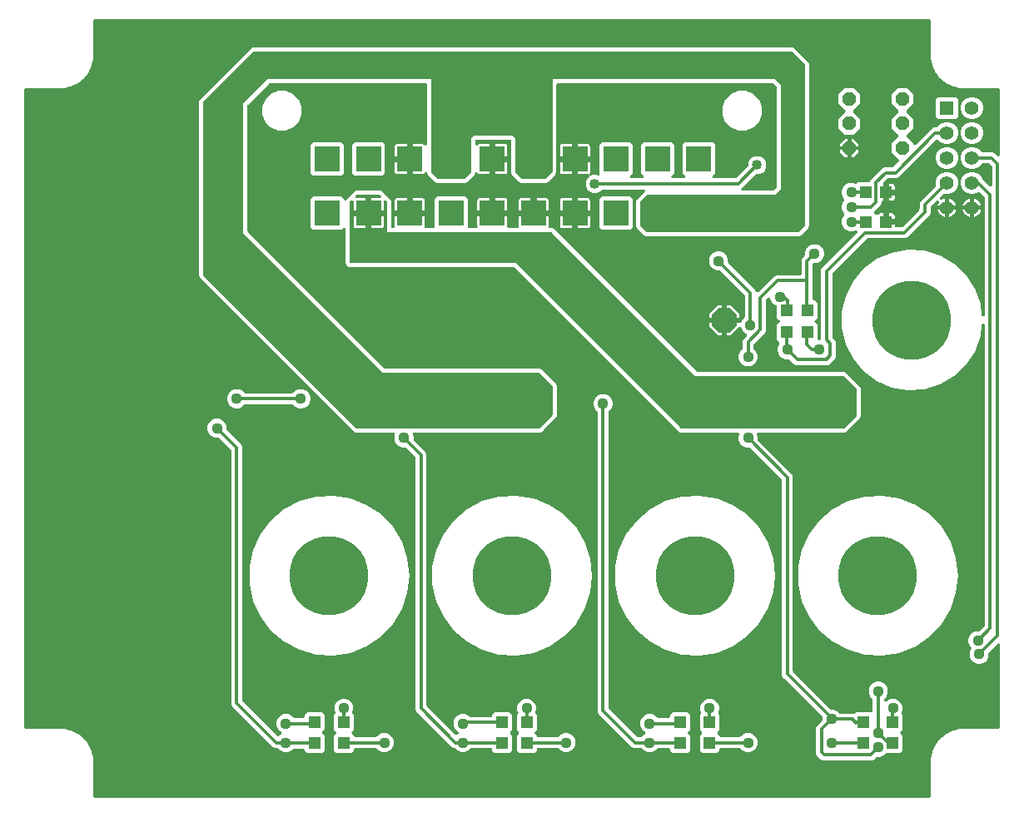
<source format=gbr>
G04 EAGLE Gerber RS-274X export*
G75*
%MOMM*%
%FSLAX34Y34*%
%LPD*%
%INBottom Copper*%
%IPPOS*%
%AMOC8*
5,1,8,0,0,1.08239X$1,22.5*%
G01*
%ADD10P,2.749271X8X202.500000*%
%ADD11C,8.000000*%
%ADD12R,2.550000X2.550000*%
%ADD13P,1.525737X8X112.500000*%
%ADD14R,1.409600X1.409600*%
%ADD15C,1.409600*%
%ADD16R,1.200000X1.200000*%
%ADD17C,0.304800*%
%ADD18C,1.117600*%
%ADD19C,1.108000*%
%ADD20C,1.016000*%
%ADD21C,1.422400*%
%ADD22C,1.114800*%

G36*
X924438Y4068D02*
X924438Y4068D01*
X924464Y4066D01*
X924611Y4088D01*
X924758Y4105D01*
X924783Y4113D01*
X924809Y4117D01*
X924947Y4172D01*
X925086Y4222D01*
X925108Y4236D01*
X925133Y4246D01*
X925254Y4331D01*
X925379Y4411D01*
X925397Y4430D01*
X925419Y4445D01*
X925518Y4555D01*
X925621Y4662D01*
X925635Y4684D01*
X925652Y4704D01*
X925724Y4834D01*
X925800Y4961D01*
X925808Y4986D01*
X925821Y5009D01*
X925861Y5152D01*
X925906Y5293D01*
X925908Y5319D01*
X925916Y5344D01*
X925935Y5588D01*
X925935Y37916D01*
X925927Y37988D01*
X925928Y38060D01*
X925907Y38160D01*
X925895Y38262D01*
X925871Y38330D01*
X925856Y38401D01*
X925817Y38485D01*
X925931Y40091D01*
X925930Y40130D01*
X925935Y40200D01*
X925935Y43104D01*
X925920Y43241D01*
X925918Y43257D01*
X925935Y43467D01*
X925935Y44485D01*
X926321Y45924D01*
X926324Y45947D01*
X926332Y45968D01*
X926369Y46210D01*
X926381Y46374D01*
X926454Y46498D01*
X926462Y46519D01*
X926469Y46532D01*
X926481Y46573D01*
X926536Y46728D01*
X926764Y47576D01*
X926771Y47629D01*
X926788Y47681D01*
X926797Y47801D01*
X926815Y47921D01*
X926810Y47974D01*
X926814Y48028D01*
X926796Y48148D01*
X926790Y48219D01*
X927267Y49498D01*
X927276Y49534D01*
X927328Y49707D01*
X927644Y51157D01*
X927672Y51193D01*
X927709Y51276D01*
X927755Y51353D01*
X927795Y51465D01*
X927816Y51511D01*
X927822Y51539D01*
X927837Y51584D01*
X928257Y53148D01*
X929244Y54858D01*
X929246Y54862D01*
X929248Y54866D01*
X929352Y55088D01*
X929519Y55536D01*
X929597Y55612D01*
X929732Y55743D01*
X929732Y55744D01*
X929733Y55744D01*
X929733Y55745D01*
X929871Y55944D01*
X930267Y56631D01*
X930282Y56664D01*
X930302Y56694D01*
X930315Y56730D01*
X930328Y56751D01*
X930353Y56828D01*
X930406Y56951D01*
X930412Y56986D01*
X930425Y57020D01*
X930433Y57079D01*
X930434Y57083D01*
X930436Y57098D01*
X930444Y57157D01*
X930462Y57257D01*
X931137Y58159D01*
X931162Y58202D01*
X931237Y58311D01*
X931894Y59448D01*
X931899Y59461D01*
X931911Y59479D01*
X932207Y60020D01*
X932224Y60046D01*
X932254Y60080D01*
X932273Y60116D01*
X932314Y60175D01*
X932741Y60916D01*
X934493Y62667D01*
X934516Y62697D01*
X934635Y62832D01*
X935116Y63474D01*
X935119Y63475D01*
X935135Y63483D01*
X935152Y63488D01*
X935289Y63565D01*
X935427Y63638D01*
X935440Y63650D01*
X935456Y63658D01*
X935642Y63817D01*
X936183Y64358D01*
X936194Y64372D01*
X936208Y64383D01*
X936303Y64508D01*
X936400Y64631D01*
X936407Y64647D01*
X936418Y64661D01*
X936482Y64804D01*
X936516Y64877D01*
X937168Y65365D01*
X937196Y65391D01*
X937333Y65507D01*
X939084Y67259D01*
X939825Y67686D01*
X939912Y67751D01*
X939989Y67798D01*
X940521Y68089D01*
X940533Y68097D01*
X940552Y68106D01*
X941689Y68763D01*
X941730Y68793D01*
X941841Y68863D01*
X942738Y69534D01*
X942739Y69534D01*
X942774Y69541D01*
X942810Y69542D01*
X942944Y69576D01*
X943080Y69604D01*
X943113Y69619D01*
X943148Y69628D01*
X943369Y69733D01*
X944056Y70129D01*
X944196Y70233D01*
X944335Y70336D01*
X944335Y70337D01*
X944443Y70463D01*
X944455Y70477D01*
X944912Y70648D01*
X944916Y70650D01*
X944921Y70651D01*
X945142Y70756D01*
X946851Y71743D01*
X948416Y72163D01*
X948500Y72196D01*
X948587Y72219D01*
X948662Y72260D01*
X948740Y72291D01*
X948814Y72342D01*
X948839Y72355D01*
X950293Y72672D01*
X950329Y72684D01*
X950502Y72733D01*
X951782Y73210D01*
X951783Y73210D01*
X951835Y73197D01*
X951956Y73195D01*
X952076Y73185D01*
X952130Y73193D01*
X952184Y73192D01*
X952413Y73235D01*
X952421Y73236D01*
X952422Y73236D01*
X952424Y73236D01*
X953272Y73464D01*
X953416Y73521D01*
X953563Y73575D01*
X953578Y73585D01*
X953596Y73592D01*
X953637Y73620D01*
X953790Y73631D01*
X953813Y73635D01*
X953835Y73635D01*
X954076Y73679D01*
X955515Y74065D01*
X956533Y74065D01*
X956574Y74069D01*
X956615Y74067D01*
X956705Y74079D01*
X956725Y74074D01*
X956775Y74074D01*
X956896Y74065D01*
X959800Y74065D01*
X959840Y74069D01*
X959909Y74069D01*
X961499Y74182D01*
X961505Y74179D01*
X961604Y74151D01*
X961699Y74114D01*
X961771Y74104D01*
X961840Y74084D01*
X962001Y74071D01*
X962044Y74065D01*
X962060Y74067D01*
X962084Y74065D01*
X994412Y74065D01*
X994438Y74068D01*
X994464Y74066D01*
X994611Y74088D01*
X994758Y74105D01*
X994783Y74113D01*
X994809Y74117D01*
X994947Y74172D01*
X995086Y74222D01*
X995108Y74236D01*
X995133Y74246D01*
X995254Y74331D01*
X995379Y74411D01*
X995397Y74430D01*
X995419Y74445D01*
X995518Y74555D01*
X995621Y74662D01*
X995635Y74684D01*
X995652Y74704D01*
X995724Y74834D01*
X995800Y74961D01*
X995808Y74986D01*
X995821Y75009D01*
X995861Y75152D01*
X995906Y75293D01*
X995908Y75319D01*
X995916Y75344D01*
X995935Y75588D01*
X995935Y159354D01*
X995924Y159454D01*
X995922Y159554D01*
X995904Y159626D01*
X995895Y159700D01*
X995862Y159795D01*
X995837Y159892D01*
X995803Y159958D01*
X995778Y160028D01*
X995723Y160113D01*
X995677Y160202D01*
X995629Y160259D01*
X995589Y160321D01*
X995517Y160391D01*
X995452Y160468D01*
X995392Y160512D01*
X995338Y160563D01*
X995252Y160615D01*
X995171Y160675D01*
X995103Y160704D01*
X995039Y160742D01*
X994943Y160773D01*
X994851Y160813D01*
X994778Y160826D01*
X994707Y160849D01*
X994607Y160857D01*
X994508Y160874D01*
X994434Y160871D01*
X994360Y160877D01*
X994260Y160862D01*
X994160Y160856D01*
X994089Y160836D01*
X994015Y160825D01*
X993922Y160788D01*
X993825Y160760D01*
X993760Y160724D01*
X993691Y160696D01*
X993609Y160639D01*
X993521Y160590D01*
X993445Y160525D01*
X993405Y160497D01*
X993381Y160471D01*
X993335Y160431D01*
X985099Y152195D01*
X985020Y152096D01*
X984936Y152002D01*
X984912Y151960D01*
X984882Y151922D01*
X984828Y151808D01*
X984767Y151697D01*
X984754Y151651D01*
X984733Y151607D01*
X984707Y151484D01*
X984672Y151362D01*
X984667Y151301D01*
X984660Y151266D01*
X984661Y151218D01*
X984653Y151118D01*
X984653Y148080D01*
X983183Y144532D01*
X980468Y141817D01*
X976920Y140347D01*
X973080Y140347D01*
X969532Y141817D01*
X966817Y144532D01*
X965347Y148080D01*
X965347Y151920D01*
X966886Y155634D01*
X966907Y155707D01*
X966937Y155777D01*
X966954Y155874D01*
X966981Y155969D01*
X966985Y156045D01*
X966998Y156120D01*
X966993Y156219D01*
X966998Y156317D01*
X966984Y156392D01*
X966980Y156468D01*
X966953Y156563D01*
X966936Y156660D01*
X966905Y156730D01*
X966884Y156803D01*
X966836Y156889D01*
X966797Y156979D01*
X966751Y157041D01*
X966714Y157107D01*
X966617Y157221D01*
X966589Y157259D01*
X966574Y157271D01*
X966555Y157294D01*
X965567Y158282D01*
X964097Y161830D01*
X964097Y165670D01*
X965567Y169218D01*
X968282Y171933D01*
X971830Y173403D01*
X974868Y173403D01*
X974994Y173417D01*
X975120Y173424D01*
X975166Y173437D01*
X975214Y173443D01*
X975333Y173485D01*
X975455Y173520D01*
X975497Y173544D01*
X975542Y173560D01*
X975649Y173629D01*
X975759Y173690D01*
X975805Y173730D01*
X975835Y173749D01*
X975869Y173784D01*
X975945Y173849D01*
X980215Y178119D01*
X980294Y178218D01*
X980378Y178312D01*
X980402Y178354D01*
X980432Y178392D01*
X980486Y178506D01*
X980547Y178617D01*
X980560Y178663D01*
X980581Y178707D01*
X980607Y178830D01*
X980642Y178952D01*
X980647Y179013D01*
X980654Y179048D01*
X980653Y179096D01*
X980661Y179196D01*
X980661Y484867D01*
X980651Y484953D01*
X980652Y485039D01*
X980632Y485125D01*
X980621Y485213D01*
X980592Y485294D01*
X980573Y485378D01*
X980534Y485458D01*
X980504Y485541D01*
X980457Y485614D01*
X980419Y485691D01*
X980363Y485760D01*
X980315Y485834D01*
X980253Y485894D01*
X980198Y485961D01*
X980128Y486015D01*
X980064Y486076D01*
X979990Y486121D01*
X979922Y486173D01*
X979841Y486210D01*
X979765Y486255D01*
X979683Y486281D01*
X979605Y486317D01*
X979518Y486334D01*
X979433Y486361D01*
X979347Y486368D01*
X979263Y486385D01*
X979174Y486382D01*
X979086Y486389D01*
X979001Y486377D01*
X978915Y486374D01*
X978829Y486351D01*
X978741Y486338D01*
X978661Y486306D01*
X978578Y486284D01*
X978500Y486242D01*
X978417Y486209D01*
X978347Y486160D01*
X978271Y486119D01*
X978204Y486061D01*
X978131Y486010D01*
X978073Y485946D01*
X978009Y485889D01*
X977957Y485817D01*
X977898Y485751D01*
X977856Y485676D01*
X977806Y485606D01*
X977772Y485524D01*
X977729Y485446D01*
X977706Y485363D01*
X977673Y485284D01*
X977648Y485159D01*
X977634Y485111D01*
X977632Y485077D01*
X977625Y485044D01*
X976276Y473498D01*
X970593Y457886D01*
X961464Y444006D01*
X949379Y432605D01*
X934991Y424298D01*
X919075Y419533D01*
X902489Y418567D01*
X886128Y421452D01*
X870873Y428032D01*
X857546Y437953D01*
X846867Y450680D01*
X839411Y465527D01*
X835579Y481693D01*
X835579Y498307D01*
X839411Y514473D01*
X846867Y529320D01*
X857546Y542047D01*
X870873Y551968D01*
X886128Y558548D01*
X902489Y561433D01*
X919075Y560467D01*
X934991Y555702D01*
X949379Y547395D01*
X961464Y535994D01*
X970593Y522114D01*
X976276Y506502D01*
X977625Y494956D01*
X977645Y494872D01*
X977655Y494787D01*
X977685Y494703D01*
X977705Y494617D01*
X977743Y494540D01*
X977772Y494459D01*
X977820Y494384D01*
X977860Y494305D01*
X977915Y494238D01*
X977961Y494166D01*
X978025Y494104D01*
X978081Y494036D01*
X978150Y493983D01*
X978212Y493924D01*
X978288Y493878D01*
X978358Y493824D01*
X978437Y493789D01*
X978511Y493745D01*
X978595Y493718D01*
X978676Y493681D01*
X978761Y493665D01*
X978843Y493639D01*
X978931Y493631D01*
X979018Y493614D01*
X979104Y493618D01*
X979190Y493611D01*
X979278Y493624D01*
X979367Y493627D01*
X979450Y493650D01*
X979535Y493662D01*
X979617Y493695D01*
X979703Y493718D01*
X979779Y493759D01*
X979859Y493791D01*
X979931Y493842D01*
X980010Y493884D01*
X980074Y493941D01*
X980145Y493990D01*
X980204Y494056D01*
X980271Y494115D01*
X980321Y494185D01*
X980378Y494249D01*
X980421Y494326D01*
X980473Y494399D01*
X980505Y494478D01*
X980547Y494554D01*
X980571Y494639D01*
X980605Y494721D01*
X980618Y494806D01*
X980642Y494889D01*
X980652Y495016D01*
X980660Y495065D01*
X980659Y495099D01*
X980661Y495133D01*
X980661Y614554D01*
X980647Y614680D01*
X980640Y614806D01*
X980627Y614852D01*
X980621Y614900D01*
X980579Y615019D01*
X980544Y615141D01*
X980520Y615183D01*
X980504Y615228D01*
X980435Y615335D01*
X980374Y615445D01*
X980334Y615491D01*
X980315Y615521D01*
X980280Y615555D01*
X980215Y615631D01*
X975897Y619949D01*
X975837Y619997D01*
X975784Y620052D01*
X975701Y620105D01*
X975624Y620166D01*
X975555Y620198D01*
X975491Y620240D01*
X975398Y620273D01*
X975309Y620315D01*
X975234Y620331D01*
X975162Y620356D01*
X975064Y620367D01*
X974968Y620388D01*
X974892Y620387D01*
X974816Y620395D01*
X974718Y620384D01*
X974620Y620382D01*
X974546Y620364D01*
X974470Y620355D01*
X974328Y620309D01*
X974282Y620297D01*
X974265Y620288D01*
X974237Y620279D01*
X969910Y618487D01*
X965490Y618487D01*
X961405Y620179D01*
X958279Y623305D01*
X956587Y627390D01*
X956587Y631810D01*
X958279Y635895D01*
X961405Y639021D01*
X965490Y640713D01*
X969910Y640713D01*
X973995Y639021D01*
X977121Y635895D01*
X977968Y633850D01*
X977969Y633848D01*
X977970Y633846D01*
X978054Y633695D01*
X978137Y633545D01*
X978139Y633543D01*
X978140Y633542D01*
X978298Y633355D01*
X985561Y626093D01*
X985639Y626030D01*
X985712Y625961D01*
X985776Y625922D01*
X985834Y625876D01*
X985925Y625833D01*
X986011Y625782D01*
X986082Y625759D01*
X986149Y625727D01*
X986247Y625706D01*
X986343Y625675D01*
X986417Y625669D01*
X986490Y625654D01*
X986590Y625656D01*
X986690Y625647D01*
X986764Y625659D01*
X986838Y625660D01*
X986935Y625684D01*
X987035Y625699D01*
X987104Y625727D01*
X987176Y625745D01*
X987266Y625791D01*
X987359Y625828D01*
X987420Y625870D01*
X987486Y625904D01*
X987563Y625970D01*
X987645Y626027D01*
X987695Y626082D01*
X987751Y626130D01*
X987811Y626211D01*
X987878Y626286D01*
X987914Y626351D01*
X987959Y626411D01*
X987998Y626503D01*
X988047Y626591D01*
X988067Y626662D01*
X988097Y626731D01*
X988114Y626829D01*
X988142Y626926D01*
X988150Y627026D01*
X988158Y627074D01*
X988156Y627109D01*
X988161Y627170D01*
X988161Y645804D01*
X988147Y645930D01*
X988140Y646056D01*
X988127Y646102D01*
X988121Y646150D01*
X988079Y646269D01*
X988044Y646391D01*
X988020Y646433D01*
X988004Y646478D01*
X987935Y646585D01*
X987874Y646695D01*
X987834Y646741D01*
X987815Y646771D01*
X987780Y646805D01*
X987715Y646881D01*
X985631Y648965D01*
X985532Y649044D01*
X985438Y649128D01*
X985396Y649152D01*
X985358Y649182D01*
X985244Y649236D01*
X985133Y649297D01*
X985087Y649310D01*
X985043Y649331D01*
X984920Y649357D01*
X984798Y649392D01*
X984737Y649397D01*
X984702Y649404D01*
X984654Y649403D01*
X984554Y649411D01*
X978431Y649411D01*
X978355Y649403D01*
X978279Y649404D01*
X978183Y649383D01*
X978085Y649371D01*
X978013Y649346D01*
X977938Y649329D01*
X977850Y649287D01*
X977757Y649254D01*
X977693Y649212D01*
X977624Y649180D01*
X977547Y649118D01*
X977464Y649065D01*
X977411Y649010D01*
X977351Y648962D01*
X977290Y648885D01*
X977222Y648814D01*
X977210Y648794D01*
X973995Y645579D01*
X969910Y643887D01*
X965490Y643887D01*
X961405Y645579D01*
X958279Y648705D01*
X956587Y652790D01*
X956587Y657210D01*
X958279Y661295D01*
X961405Y664421D01*
X965490Y666113D01*
X969910Y666113D01*
X973995Y664421D01*
X977212Y661204D01*
X977245Y661168D01*
X977288Y661105D01*
X977361Y661039D01*
X977427Y660966D01*
X977490Y660923D01*
X977547Y660872D01*
X977633Y660824D01*
X977714Y660768D01*
X977785Y660740D01*
X977852Y660703D01*
X977947Y660676D01*
X978038Y660640D01*
X978114Y660629D01*
X978187Y660608D01*
X978336Y660596D01*
X978383Y660589D01*
X978402Y660591D01*
X978431Y660589D01*
X988612Y660589D01*
X990666Y659738D01*
X992452Y657952D01*
X993335Y657069D01*
X993414Y657006D01*
X993486Y656937D01*
X993550Y656898D01*
X993608Y656852D01*
X993699Y656809D01*
X993785Y656758D01*
X993856Y656735D01*
X993923Y656703D01*
X994021Y656682D01*
X994117Y656651D01*
X994191Y656645D01*
X994264Y656630D01*
X994364Y656632D01*
X994464Y656623D01*
X994538Y656635D01*
X994612Y656636D01*
X994709Y656660D01*
X994809Y656675D01*
X994878Y656703D01*
X994950Y656721D01*
X995039Y656767D01*
X995133Y656804D01*
X995194Y656846D01*
X995260Y656880D01*
X995337Y656946D01*
X995419Y657003D01*
X995469Y657058D01*
X995525Y657106D01*
X995585Y657187D01*
X995652Y657262D01*
X995688Y657327D01*
X995733Y657387D01*
X995772Y657479D01*
X995821Y657567D01*
X995841Y657638D01*
X995871Y657707D01*
X995888Y657805D01*
X995916Y657902D01*
X995924Y658002D01*
X995932Y658050D01*
X995930Y658085D01*
X995935Y658146D01*
X995935Y724412D01*
X995932Y724438D01*
X995934Y724464D01*
X995912Y724611D01*
X995895Y724758D01*
X995887Y724783D01*
X995883Y724809D01*
X995828Y724947D01*
X995778Y725086D01*
X995764Y725108D01*
X995754Y725133D01*
X995669Y725254D01*
X995589Y725379D01*
X995570Y725397D01*
X995555Y725419D01*
X995445Y725518D01*
X995338Y725621D01*
X995316Y725635D01*
X995296Y725652D01*
X995166Y725724D01*
X995039Y725800D01*
X995014Y725808D01*
X994991Y725821D01*
X994848Y725861D01*
X994707Y725906D01*
X994681Y725908D01*
X994656Y725916D01*
X994412Y725935D01*
X962084Y725935D01*
X962012Y725927D01*
X961940Y725928D01*
X961840Y725907D01*
X961738Y725895D01*
X961670Y725871D01*
X961599Y725856D01*
X961515Y725817D01*
X959909Y725931D01*
X959870Y725930D01*
X959800Y725935D01*
X956896Y725935D01*
X956759Y725920D01*
X956743Y725918D01*
X956533Y725935D01*
X955515Y725935D01*
X954076Y726321D01*
X954053Y726324D01*
X954032Y726332D01*
X953790Y726369D01*
X953626Y726381D01*
X953502Y726454D01*
X953481Y726462D01*
X953468Y726469D01*
X953427Y726481D01*
X953272Y726536D01*
X952424Y726764D01*
X952371Y726771D01*
X952319Y726788D01*
X952199Y726797D01*
X952079Y726815D01*
X952026Y726810D01*
X951972Y726814D01*
X951852Y726796D01*
X951781Y726790D01*
X950502Y727267D01*
X950466Y727276D01*
X950293Y727328D01*
X948843Y727644D01*
X948806Y727672D01*
X948724Y727709D01*
X948646Y727755D01*
X948535Y727795D01*
X948489Y727816D01*
X948460Y727822D01*
X948416Y727837D01*
X946852Y728257D01*
X945142Y729244D01*
X945138Y729246D01*
X945134Y729248D01*
X944912Y729352D01*
X944464Y729519D01*
X944360Y729626D01*
X944257Y729732D01*
X944256Y729732D01*
X944256Y729733D01*
X944255Y729733D01*
X944055Y729871D01*
X943369Y730267D01*
X943336Y730282D01*
X943306Y730302D01*
X943176Y730351D01*
X943049Y730406D01*
X943014Y730412D01*
X942980Y730425D01*
X942843Y730444D01*
X942743Y730462D01*
X941841Y731137D01*
X941798Y731162D01*
X941689Y731237D01*
X940552Y731894D01*
X940539Y731900D01*
X940520Y731912D01*
X939980Y732207D01*
X939955Y732224D01*
X939921Y732253D01*
X939885Y732272D01*
X939825Y732314D01*
X939084Y732741D01*
X937333Y734493D01*
X937303Y734516D01*
X937168Y734635D01*
X936526Y735116D01*
X936525Y735119D01*
X936517Y735135D01*
X936512Y735152D01*
X936435Y735289D01*
X936362Y735427D01*
X936350Y735440D01*
X936342Y735456D01*
X936183Y735642D01*
X935642Y736183D01*
X935628Y736194D01*
X935617Y736208D01*
X935492Y736303D01*
X935369Y736400D01*
X935353Y736407D01*
X935339Y736418D01*
X935196Y736482D01*
X935123Y736516D01*
X934635Y737168D01*
X934609Y737195D01*
X934493Y737333D01*
X932741Y739084D01*
X932314Y739825D01*
X932249Y739912D01*
X932203Y739986D01*
X931911Y740520D01*
X931903Y740532D01*
X931894Y740552D01*
X931237Y741689D01*
X931207Y741729D01*
X931137Y741841D01*
X930466Y742738D01*
X930466Y742739D01*
X930459Y742774D01*
X930458Y742810D01*
X930424Y742944D01*
X930396Y743080D01*
X930381Y743113D01*
X930372Y743148D01*
X930267Y743369D01*
X929871Y744055D01*
X929777Y744183D01*
X929664Y744335D01*
X929663Y744335D01*
X929527Y744451D01*
X929523Y744455D01*
X929352Y744912D01*
X929350Y744916D01*
X929349Y744921D01*
X929281Y745063D01*
X929273Y745085D01*
X929267Y745093D01*
X929244Y745142D01*
X928257Y746852D01*
X927837Y748416D01*
X927804Y748500D01*
X927780Y748588D01*
X927740Y748662D01*
X927709Y748740D01*
X927658Y748815D01*
X927645Y748839D01*
X927328Y750293D01*
X927316Y750329D01*
X927267Y750502D01*
X926790Y751782D01*
X926790Y751783D01*
X926803Y751835D01*
X926805Y751956D01*
X926815Y752076D01*
X926807Y752130D01*
X926808Y752184D01*
X926765Y752413D01*
X926764Y752421D01*
X926764Y752422D01*
X926764Y752424D01*
X926536Y753272D01*
X926479Y753416D01*
X926425Y753563D01*
X926415Y753578D01*
X926408Y753596D01*
X926380Y753637D01*
X926369Y753790D01*
X926365Y753813D01*
X926365Y753835D01*
X926321Y754076D01*
X925935Y755515D01*
X925935Y756533D01*
X925931Y756574D01*
X925933Y756615D01*
X925921Y756705D01*
X925926Y756725D01*
X925926Y756775D01*
X925935Y756896D01*
X925935Y759800D01*
X925931Y759840D01*
X925931Y759909D01*
X925818Y761499D01*
X925821Y761505D01*
X925849Y761604D01*
X925886Y761699D01*
X925896Y761771D01*
X925916Y761840D01*
X925929Y762001D01*
X925935Y762044D01*
X925933Y762060D01*
X925935Y762084D01*
X925935Y794412D01*
X925932Y794438D01*
X925934Y794464D01*
X925912Y794611D01*
X925895Y794758D01*
X925887Y794783D01*
X925883Y794809D01*
X925828Y794947D01*
X925778Y795086D01*
X925764Y795108D01*
X925754Y795133D01*
X925669Y795254D01*
X925589Y795379D01*
X925570Y795397D01*
X925555Y795419D01*
X925445Y795518D01*
X925338Y795621D01*
X925316Y795635D01*
X925296Y795652D01*
X925166Y795724D01*
X925039Y795800D01*
X925014Y795808D01*
X924991Y795821D01*
X924848Y795861D01*
X924707Y795906D01*
X924681Y795908D01*
X924656Y795916D01*
X924412Y795935D01*
X75588Y795935D01*
X75562Y795932D01*
X75536Y795934D01*
X75389Y795912D01*
X75242Y795895D01*
X75217Y795887D01*
X75191Y795883D01*
X75053Y795828D01*
X74914Y795778D01*
X74892Y795764D01*
X74867Y795754D01*
X74746Y795669D01*
X74621Y795589D01*
X74603Y795570D01*
X74581Y795555D01*
X74482Y795445D01*
X74379Y795338D01*
X74365Y795316D01*
X74348Y795296D01*
X74276Y795166D01*
X74200Y795039D01*
X74192Y795014D01*
X74179Y794991D01*
X74139Y794848D01*
X74094Y794707D01*
X74092Y794681D01*
X74084Y794656D01*
X74065Y794412D01*
X74065Y762084D01*
X74073Y762012D01*
X74072Y761940D01*
X74093Y761840D01*
X74105Y761738D01*
X74129Y761670D01*
X74144Y761599D01*
X74183Y761515D01*
X74069Y759909D01*
X74070Y759870D01*
X74065Y759800D01*
X74065Y756896D01*
X74080Y756759D01*
X74082Y756743D01*
X74065Y756533D01*
X74065Y755515D01*
X73679Y754076D01*
X73676Y754053D01*
X73668Y754032D01*
X73631Y753790D01*
X73619Y753626D01*
X73546Y753502D01*
X73538Y753481D01*
X73531Y753468D01*
X73519Y753427D01*
X73464Y753272D01*
X73236Y752424D01*
X73229Y752371D01*
X73212Y752319D01*
X73203Y752199D01*
X73185Y752079D01*
X73190Y752026D01*
X73186Y751972D01*
X73204Y751852D01*
X73210Y751781D01*
X72733Y750502D01*
X72724Y750466D01*
X72672Y750293D01*
X72356Y748843D01*
X72328Y748807D01*
X72291Y748724D01*
X72245Y748647D01*
X72205Y748535D01*
X72184Y748489D01*
X72178Y748460D01*
X72163Y748416D01*
X71743Y746852D01*
X70756Y745142D01*
X70754Y745138D01*
X70752Y745134D01*
X70699Y745020D01*
X70681Y744991D01*
X70673Y744966D01*
X70648Y744912D01*
X70481Y744464D01*
X70374Y744360D01*
X70268Y744257D01*
X70268Y744256D01*
X70267Y744256D01*
X70267Y744255D01*
X70129Y744055D01*
X69733Y743369D01*
X69718Y743336D01*
X69698Y743306D01*
X69649Y743176D01*
X69594Y743049D01*
X69588Y743014D01*
X69575Y742980D01*
X69556Y742843D01*
X69538Y742743D01*
X68863Y741841D01*
X68838Y741797D01*
X68763Y741689D01*
X68106Y740552D01*
X68101Y740539D01*
X68089Y740520D01*
X67793Y739980D01*
X67776Y739955D01*
X67747Y739921D01*
X67728Y739885D01*
X67686Y739825D01*
X67259Y739084D01*
X65507Y737333D01*
X65484Y737303D01*
X65365Y737168D01*
X64884Y736526D01*
X64881Y736525D01*
X64865Y736517D01*
X64848Y736512D01*
X64711Y736435D01*
X64573Y736362D01*
X64560Y736350D01*
X64544Y736342D01*
X64358Y736183D01*
X63817Y735642D01*
X63806Y735628D01*
X63792Y735617D01*
X63697Y735492D01*
X63600Y735369D01*
X63593Y735353D01*
X63582Y735339D01*
X63518Y735196D01*
X63484Y735123D01*
X62832Y734635D01*
X62805Y734609D01*
X62667Y734493D01*
X60916Y732741D01*
X60175Y732314D01*
X60088Y732249D01*
X60014Y732203D01*
X59480Y731911D01*
X59468Y731903D01*
X59448Y731894D01*
X58311Y731237D01*
X58271Y731207D01*
X58159Y731137D01*
X57262Y730466D01*
X57261Y730466D01*
X57226Y730459D01*
X57190Y730458D01*
X57056Y730424D01*
X56920Y730396D01*
X56887Y730381D01*
X56852Y730372D01*
X56631Y730267D01*
X55945Y729871D01*
X55791Y729757D01*
X55665Y729664D01*
X55665Y729663D01*
X55545Y729523D01*
X55088Y729352D01*
X55084Y729350D01*
X55079Y729349D01*
X54858Y729244D01*
X53148Y728257D01*
X51584Y727837D01*
X51500Y727804D01*
X51412Y727780D01*
X51338Y727740D01*
X51260Y727709D01*
X51185Y727658D01*
X51161Y727645D01*
X49707Y727328D01*
X49671Y727316D01*
X49498Y727267D01*
X48218Y726790D01*
X48217Y726790D01*
X48165Y726803D01*
X48044Y726805D01*
X47924Y726815D01*
X47870Y726807D01*
X47816Y726808D01*
X47587Y726765D01*
X47579Y726764D01*
X47578Y726764D01*
X47576Y726764D01*
X46728Y726536D01*
X46584Y726479D01*
X46437Y726425D01*
X46422Y726415D01*
X46404Y726408D01*
X46363Y726380D01*
X46210Y726369D01*
X46187Y726365D01*
X46165Y726365D01*
X45924Y726321D01*
X44485Y725935D01*
X43467Y725935D01*
X43426Y725931D01*
X43385Y725933D01*
X43295Y725921D01*
X43275Y725926D01*
X43225Y725926D01*
X43104Y725935D01*
X40200Y725935D01*
X40160Y725931D01*
X40091Y725931D01*
X38501Y725818D01*
X38495Y725821D01*
X38396Y725849D01*
X38301Y725886D01*
X38229Y725896D01*
X38160Y725916D01*
X37999Y725929D01*
X37956Y725935D01*
X37940Y725933D01*
X37916Y725935D01*
X5588Y725935D01*
X5562Y725932D01*
X5536Y725934D01*
X5389Y725912D01*
X5242Y725895D01*
X5217Y725887D01*
X5191Y725883D01*
X5053Y725828D01*
X4914Y725778D01*
X4892Y725764D01*
X4867Y725754D01*
X4746Y725669D01*
X4621Y725589D01*
X4603Y725570D01*
X4581Y725555D01*
X4482Y725445D01*
X4379Y725338D01*
X4365Y725316D01*
X4348Y725296D01*
X4276Y725166D01*
X4200Y725039D01*
X4192Y725014D01*
X4179Y724991D01*
X4139Y724848D01*
X4094Y724707D01*
X4092Y724681D01*
X4084Y724656D01*
X4065Y724412D01*
X4065Y75588D01*
X4068Y75562D01*
X4066Y75536D01*
X4088Y75389D01*
X4105Y75242D01*
X4113Y75217D01*
X4117Y75191D01*
X4172Y75053D01*
X4222Y74914D01*
X4236Y74892D01*
X4246Y74867D01*
X4331Y74746D01*
X4411Y74621D01*
X4430Y74603D01*
X4445Y74581D01*
X4555Y74482D01*
X4662Y74379D01*
X4684Y74365D01*
X4704Y74348D01*
X4834Y74276D01*
X4961Y74200D01*
X4986Y74192D01*
X5009Y74179D01*
X5152Y74139D01*
X5293Y74094D01*
X5319Y74092D01*
X5344Y74084D01*
X5588Y74065D01*
X37916Y74065D01*
X37988Y74073D01*
X38060Y74072D01*
X38160Y74093D01*
X38262Y74105D01*
X38330Y74129D01*
X38401Y74144D01*
X38485Y74183D01*
X40091Y74069D01*
X40130Y74070D01*
X40200Y74065D01*
X43104Y74065D01*
X43241Y74080D01*
X43257Y74082D01*
X43467Y74065D01*
X44485Y74065D01*
X45924Y73679D01*
X45947Y73676D01*
X45968Y73668D01*
X46210Y73631D01*
X46374Y73619D01*
X46498Y73546D01*
X46519Y73538D01*
X46532Y73531D01*
X46573Y73519D01*
X46728Y73464D01*
X47576Y73236D01*
X47629Y73229D01*
X47681Y73212D01*
X47801Y73203D01*
X47921Y73185D01*
X47974Y73190D01*
X48028Y73186D01*
X48148Y73204D01*
X48219Y73210D01*
X49498Y72733D01*
X49534Y72724D01*
X49707Y72672D01*
X51157Y72356D01*
X51194Y72328D01*
X51276Y72291D01*
X51354Y72245D01*
X51465Y72205D01*
X51511Y72184D01*
X51540Y72178D01*
X51584Y72163D01*
X53149Y71743D01*
X54858Y70756D01*
X54862Y70754D01*
X54866Y70752D01*
X55088Y70648D01*
X55536Y70481D01*
X55624Y70391D01*
X55743Y70268D01*
X55744Y70268D01*
X55744Y70267D01*
X55745Y70267D01*
X55944Y70129D01*
X56631Y69733D01*
X56664Y69718D01*
X56694Y69698D01*
X56824Y69649D01*
X56951Y69594D01*
X56986Y69588D01*
X57020Y69575D01*
X57157Y69556D01*
X57257Y69538D01*
X58159Y68863D01*
X58202Y68838D01*
X58311Y68763D01*
X59448Y68106D01*
X59461Y68101D01*
X59479Y68089D01*
X60020Y67793D01*
X60046Y67776D01*
X60080Y67746D01*
X60116Y67727D01*
X60175Y67686D01*
X60916Y67259D01*
X62667Y65507D01*
X62697Y65484D01*
X62832Y65365D01*
X63474Y64884D01*
X63475Y64881D01*
X63483Y64865D01*
X63488Y64848D01*
X63565Y64711D01*
X63638Y64573D01*
X63650Y64560D01*
X63658Y64544D01*
X63817Y64358D01*
X64358Y63817D01*
X64372Y63806D01*
X64383Y63792D01*
X64508Y63697D01*
X64631Y63600D01*
X64647Y63593D01*
X64661Y63582D01*
X64804Y63518D01*
X64877Y63484D01*
X65365Y62832D01*
X65391Y62804D01*
X65507Y62667D01*
X67259Y60916D01*
X67686Y60175D01*
X67751Y60088D01*
X67798Y60011D01*
X68089Y59479D01*
X68097Y59467D01*
X68106Y59448D01*
X68763Y58311D01*
X68793Y58271D01*
X68863Y58159D01*
X69534Y57262D01*
X69534Y57261D01*
X69541Y57226D01*
X69542Y57190D01*
X69576Y57056D01*
X69584Y57016D01*
X69589Y56982D01*
X69593Y56972D01*
X69604Y56920D01*
X69619Y56887D01*
X69628Y56852D01*
X69709Y56682D01*
X69718Y56658D01*
X69724Y56649D01*
X69733Y56631D01*
X70129Y55944D01*
X70239Y55796D01*
X70336Y55665D01*
X70337Y55665D01*
X70476Y55547D01*
X70477Y55545D01*
X70648Y55088D01*
X70650Y55084D01*
X70651Y55079D01*
X70756Y54858D01*
X71743Y53148D01*
X72163Y51584D01*
X72196Y51500D01*
X72219Y51413D01*
X72260Y51338D01*
X72291Y51260D01*
X72342Y51186D01*
X72355Y51161D01*
X72672Y49707D01*
X72684Y49671D01*
X72733Y49498D01*
X73210Y48218D01*
X73210Y48217D01*
X73197Y48165D01*
X73195Y48044D01*
X73185Y47924D01*
X73193Y47870D01*
X73192Y47816D01*
X73235Y47587D01*
X73236Y47579D01*
X73236Y47578D01*
X73236Y47576D01*
X73464Y46728D01*
X73521Y46584D01*
X73575Y46437D01*
X73585Y46422D01*
X73592Y46404D01*
X73620Y46363D01*
X73631Y46210D01*
X73635Y46187D01*
X73635Y46165D01*
X73679Y45924D01*
X74065Y44485D01*
X74065Y43467D01*
X74069Y43426D01*
X74067Y43385D01*
X74079Y43295D01*
X74074Y43275D01*
X74074Y43225D01*
X74065Y43104D01*
X74065Y40200D01*
X74069Y40161D01*
X74069Y40091D01*
X74182Y38501D01*
X74179Y38495D01*
X74151Y38396D01*
X74114Y38301D01*
X74104Y38229D01*
X74084Y38160D01*
X74071Y37999D01*
X74065Y37956D01*
X74067Y37940D01*
X74065Y37916D01*
X74065Y5588D01*
X74068Y5562D01*
X74066Y5536D01*
X74088Y5389D01*
X74105Y5242D01*
X74113Y5217D01*
X74117Y5191D01*
X74172Y5053D01*
X74222Y4914D01*
X74236Y4892D01*
X74246Y4867D01*
X74331Y4746D01*
X74411Y4621D01*
X74430Y4603D01*
X74445Y4581D01*
X74555Y4482D01*
X74662Y4379D01*
X74684Y4365D01*
X74704Y4348D01*
X74834Y4276D01*
X74961Y4200D01*
X74986Y4192D01*
X75009Y4179D01*
X75152Y4139D01*
X75293Y4094D01*
X75319Y4092D01*
X75344Y4084D01*
X75588Y4065D01*
X924412Y4065D01*
X924438Y4068D01*
G37*
%LPC*%
G36*
X482316Y49435D02*
X482316Y49435D01*
X479935Y51816D01*
X479935Y52888D01*
X479932Y52914D01*
X479934Y52940D01*
X479912Y53087D01*
X479895Y53234D01*
X479887Y53259D01*
X479883Y53285D01*
X479828Y53423D01*
X479778Y53562D01*
X479764Y53584D01*
X479754Y53609D01*
X479669Y53730D01*
X479589Y53855D01*
X479570Y53873D01*
X479555Y53895D01*
X479445Y53994D01*
X479338Y54097D01*
X479316Y54111D01*
X479296Y54128D01*
X479166Y54200D01*
X479039Y54276D01*
X479014Y54284D01*
X478991Y54297D01*
X478848Y54337D01*
X478707Y54382D01*
X478681Y54384D01*
X478656Y54392D01*
X478412Y54411D01*
X458693Y54411D01*
X458568Y54397D01*
X458441Y54390D01*
X458395Y54377D01*
X458347Y54371D01*
X458228Y54329D01*
X458107Y54294D01*
X458064Y54270D01*
X458019Y54254D01*
X457913Y54185D01*
X457802Y54124D01*
X457756Y54084D01*
X457726Y54065D01*
X457693Y54030D01*
X457616Y53965D01*
X455468Y51817D01*
X451920Y50347D01*
X448080Y50347D01*
X444532Y51817D01*
X442384Y53965D01*
X442285Y54044D01*
X442191Y54128D01*
X442149Y54152D01*
X442111Y54182D01*
X441997Y54236D01*
X441886Y54297D01*
X441839Y54310D01*
X441796Y54331D01*
X441672Y54357D01*
X441551Y54392D01*
X441490Y54397D01*
X441455Y54404D01*
X441408Y54403D01*
X439334Y55262D01*
X402762Y91834D01*
X401911Y93888D01*
X401911Y349554D01*
X401897Y349680D01*
X401890Y349806D01*
X401877Y349852D01*
X401871Y349900D01*
X401829Y350019D01*
X401794Y350141D01*
X401770Y350183D01*
X401754Y350228D01*
X401685Y350335D01*
X401624Y350445D01*
X401584Y350491D01*
X401565Y350521D01*
X401530Y350555D01*
X401465Y350631D01*
X392195Y359901D01*
X392096Y359980D01*
X392002Y360064D01*
X391960Y360088D01*
X391922Y360118D01*
X391808Y360172D01*
X391697Y360233D01*
X391651Y360246D01*
X391607Y360267D01*
X391484Y360293D01*
X391362Y360328D01*
X391301Y360333D01*
X391266Y360340D01*
X391218Y360339D01*
X391118Y360347D01*
X388080Y360347D01*
X384532Y361817D01*
X381817Y364532D01*
X380347Y368080D01*
X380347Y371920D01*
X380913Y373285D01*
X380954Y373429D01*
X381000Y373572D01*
X381002Y373597D01*
X381008Y373620D01*
X381016Y373770D01*
X381028Y373920D01*
X381024Y373944D01*
X381025Y373968D01*
X380999Y374116D01*
X380976Y374264D01*
X380967Y374287D01*
X380963Y374311D01*
X380903Y374448D01*
X380848Y374588D01*
X380834Y374608D01*
X380824Y374631D01*
X380735Y374751D01*
X380649Y374874D01*
X380631Y374891D01*
X380616Y374911D01*
X380502Y375007D01*
X380390Y375108D01*
X380369Y375120D01*
X380350Y375136D01*
X380217Y375204D01*
X380085Y375277D01*
X380062Y375283D01*
X380040Y375295D01*
X379894Y375331D01*
X379750Y375372D01*
X379720Y375374D01*
X379702Y375379D01*
X379654Y375379D01*
X379506Y375391D01*
X342921Y375411D01*
X342920Y375411D01*
X341787Y375411D01*
X340763Y375836D01*
X340762Y375836D01*
X339733Y376263D01*
X338932Y377064D01*
X338932Y377065D01*
X338931Y377065D01*
X184248Y531748D01*
X182462Y533534D01*
X181611Y535588D01*
X181611Y712212D01*
X182462Y714266D01*
X234834Y766638D01*
X236888Y767489D01*
X785212Y767489D01*
X787266Y766638D01*
X801538Y752366D01*
X802389Y750312D01*
X802389Y586163D01*
X801538Y584109D01*
X793616Y576187D01*
X791562Y575336D01*
X636938Y575336D01*
X634884Y576187D01*
X626962Y584109D01*
X626111Y586163D01*
X626111Y610612D01*
X626962Y612666D01*
X633098Y618801D01*
X634757Y620461D01*
X634820Y620540D01*
X634889Y620612D01*
X634928Y620676D01*
X634974Y620734D01*
X635017Y620825D01*
X635068Y620911D01*
X635091Y620982D01*
X635123Y621049D01*
X635144Y621147D01*
X635175Y621243D01*
X635181Y621317D01*
X635196Y621390D01*
X635194Y621490D01*
X635203Y621590D01*
X635191Y621664D01*
X635190Y621738D01*
X635166Y621835D01*
X635151Y621935D01*
X635123Y622004D01*
X635105Y622076D01*
X635059Y622165D01*
X635022Y622259D01*
X634980Y622320D01*
X634946Y622386D01*
X634880Y622462D01*
X634823Y622545D01*
X634768Y622595D01*
X634720Y622651D01*
X634639Y622711D01*
X634564Y622778D01*
X634499Y622814D01*
X634439Y622859D01*
X634347Y622898D01*
X634259Y622947D01*
X634188Y622967D01*
X634119Y622997D01*
X634021Y623014D01*
X633924Y623042D01*
X633824Y623050D01*
X633776Y623058D01*
X633741Y623056D01*
X633680Y623061D01*
X592175Y623061D01*
X592049Y623047D01*
X591923Y623040D01*
X591877Y623027D01*
X591829Y623021D01*
X591710Y622979D01*
X591588Y622944D01*
X591546Y622920D01*
X591501Y622904D01*
X591394Y622835D01*
X591284Y622774D01*
X591238Y622734D01*
X591208Y622715D01*
X591174Y622680D01*
X591098Y622615D01*
X589380Y620898D01*
X586019Y619505D01*
X582381Y619505D01*
X579020Y620898D01*
X576448Y623470D01*
X575055Y626831D01*
X575055Y630469D01*
X576447Y633830D01*
X578450Y635832D01*
X578527Y635930D01*
X578612Y636023D01*
X578636Y636067D01*
X578666Y636105D01*
X578720Y636218D01*
X578781Y636328D01*
X578794Y636376D01*
X578815Y636421D01*
X578842Y636542D01*
X578876Y636663D01*
X578878Y636713D01*
X578889Y636761D01*
X578887Y636886D01*
X578893Y637011D01*
X578884Y637060D01*
X578883Y637110D01*
X578852Y637231D01*
X578830Y637354D01*
X578810Y637399D01*
X578798Y637448D01*
X578740Y637559D01*
X578691Y637674D01*
X578661Y637713D01*
X578638Y637757D01*
X578557Y637853D01*
X578482Y637953D01*
X578444Y637985D01*
X578412Y638023D01*
X578312Y638097D01*
X578216Y638178D01*
X578172Y638200D01*
X578132Y638230D01*
X578017Y638280D01*
X577906Y638336D01*
X577858Y638348D01*
X577812Y638368D01*
X577689Y638390D01*
X577567Y638420D01*
X577518Y638421D01*
X577469Y638430D01*
X577344Y638423D01*
X577219Y638425D01*
X577157Y638414D01*
X577121Y638412D01*
X577112Y638409D01*
X567047Y638409D01*
X567047Y650653D01*
X579291Y650653D01*
X579291Y640615D01*
X579118Y639969D01*
X578685Y639221D01*
X578675Y639197D01*
X578661Y639176D01*
X578606Y639038D01*
X578547Y638901D01*
X578542Y638876D01*
X578533Y638852D01*
X578511Y638705D01*
X578485Y638558D01*
X578486Y638533D01*
X578482Y638507D01*
X578494Y638359D01*
X578502Y638210D01*
X578509Y638185D01*
X578511Y638160D01*
X578557Y638018D01*
X578598Y637875D01*
X578610Y637853D01*
X578618Y637828D01*
X578695Y637700D01*
X578767Y637571D01*
X578785Y637552D01*
X578798Y637530D01*
X578901Y637423D01*
X579002Y637313D01*
X579023Y637298D01*
X579041Y637280D01*
X579166Y637200D01*
X579289Y637115D01*
X579312Y637105D01*
X579334Y637091D01*
X579474Y637042D01*
X579613Y636987D01*
X579638Y636983D01*
X579662Y636975D01*
X579811Y636958D01*
X579958Y636937D01*
X579983Y636939D01*
X580009Y636936D01*
X580157Y636953D01*
X580305Y636966D01*
X580329Y636974D01*
X580355Y636977D01*
X580588Y637052D01*
X582381Y637795D01*
X586019Y637795D01*
X587079Y637356D01*
X587224Y637314D01*
X587367Y637269D01*
X587391Y637267D01*
X587414Y637260D01*
X587565Y637253D01*
X587714Y637241D01*
X587738Y637244D01*
X587762Y637243D01*
X587910Y637270D01*
X588059Y637292D01*
X588081Y637301D01*
X588105Y637306D01*
X588243Y637365D01*
X588383Y637421D01*
X588403Y637435D01*
X588425Y637444D01*
X588546Y637534D01*
X588669Y637620D01*
X588685Y637638D01*
X588705Y637652D01*
X588802Y637767D01*
X588902Y637879D01*
X588914Y637900D01*
X588930Y637918D01*
X588998Y638052D01*
X589071Y638184D01*
X589077Y638207D01*
X589088Y638229D01*
X589125Y638374D01*
X589166Y638519D01*
X589168Y638548D01*
X589173Y638567D01*
X589173Y638614D01*
X589185Y638763D01*
X589185Y668134D01*
X591566Y670515D01*
X620434Y670515D01*
X622815Y668134D01*
X622815Y639266D01*
X620387Y636839D01*
X620325Y636761D01*
X620255Y636688D01*
X620217Y636624D01*
X620171Y636566D01*
X620128Y636475D01*
X620076Y636389D01*
X620054Y636318D01*
X620022Y636251D01*
X620001Y636153D01*
X619970Y636057D01*
X619964Y635983D01*
X619949Y635910D01*
X619950Y635810D01*
X619942Y635710D01*
X619953Y635636D01*
X619955Y635562D01*
X619979Y635465D01*
X619994Y635365D01*
X620021Y635296D01*
X620040Y635224D01*
X620086Y635135D01*
X620123Y635041D01*
X620165Y634980D01*
X620199Y634914D01*
X620264Y634838D01*
X620322Y634755D01*
X620377Y634705D01*
X620425Y634649D01*
X620506Y634589D01*
X620580Y634522D01*
X620645Y634486D01*
X620705Y634441D01*
X620798Y634402D01*
X620885Y634353D01*
X620957Y634333D01*
X621025Y634303D01*
X621124Y634286D01*
X621221Y634258D01*
X621321Y634250D01*
X621368Y634242D01*
X621404Y634244D01*
X621465Y634239D01*
X632535Y634239D01*
X632635Y634250D01*
X632736Y634252D01*
X632808Y634270D01*
X632882Y634279D01*
X632976Y634312D01*
X633074Y634337D01*
X633140Y634371D01*
X633210Y634396D01*
X633294Y634451D01*
X633383Y634497D01*
X633440Y634545D01*
X633503Y634585D01*
X633572Y634657D01*
X633649Y634722D01*
X633693Y634782D01*
X633745Y634836D01*
X633796Y634922D01*
X633856Y635003D01*
X633885Y635071D01*
X633924Y635135D01*
X633954Y635231D01*
X633994Y635323D01*
X634007Y635396D01*
X634030Y635467D01*
X634038Y635567D01*
X634056Y635666D01*
X634052Y635740D01*
X634058Y635814D01*
X634043Y635914D01*
X634038Y636014D01*
X634017Y636085D01*
X634006Y636159D01*
X633969Y636252D01*
X633941Y636349D01*
X633905Y636414D01*
X633877Y636483D01*
X633820Y636565D01*
X633771Y636653D01*
X633706Y636729D01*
X633678Y636769D01*
X633652Y636793D01*
X633613Y636839D01*
X631185Y639266D01*
X631185Y668134D01*
X633566Y670515D01*
X662434Y670515D01*
X664815Y668134D01*
X664815Y639266D01*
X662387Y636839D01*
X662325Y636761D01*
X662255Y636688D01*
X662217Y636624D01*
X662171Y636566D01*
X662128Y636475D01*
X662076Y636389D01*
X662054Y636318D01*
X662022Y636251D01*
X662001Y636153D01*
X661970Y636057D01*
X661964Y635983D01*
X661949Y635910D01*
X661950Y635810D01*
X661942Y635710D01*
X661953Y635636D01*
X661955Y635562D01*
X661979Y635465D01*
X661994Y635365D01*
X662021Y635296D01*
X662040Y635224D01*
X662086Y635135D01*
X662123Y635041D01*
X662165Y634980D01*
X662199Y634914D01*
X662264Y634838D01*
X662322Y634755D01*
X662377Y634705D01*
X662425Y634649D01*
X662506Y634589D01*
X662580Y634522D01*
X662645Y634486D01*
X662705Y634441D01*
X662798Y634402D01*
X662885Y634353D01*
X662957Y634333D01*
X663025Y634303D01*
X663124Y634286D01*
X663221Y634258D01*
X663321Y634250D01*
X663368Y634242D01*
X663404Y634244D01*
X663465Y634239D01*
X674535Y634239D01*
X674635Y634250D01*
X674736Y634252D01*
X674808Y634270D01*
X674882Y634279D01*
X674976Y634312D01*
X675074Y634337D01*
X675140Y634371D01*
X675210Y634396D01*
X675294Y634451D01*
X675383Y634497D01*
X675440Y634545D01*
X675503Y634585D01*
X675572Y634657D01*
X675649Y634722D01*
X675693Y634782D01*
X675745Y634836D01*
X675796Y634922D01*
X675856Y635003D01*
X675885Y635071D01*
X675924Y635135D01*
X675954Y635231D01*
X675994Y635323D01*
X676007Y635396D01*
X676030Y635467D01*
X676038Y635567D01*
X676056Y635666D01*
X676052Y635740D01*
X676058Y635814D01*
X676043Y635914D01*
X676038Y636014D01*
X676017Y636085D01*
X676006Y636159D01*
X675969Y636252D01*
X675941Y636349D01*
X675905Y636414D01*
X675877Y636483D01*
X675820Y636565D01*
X675771Y636653D01*
X675706Y636729D01*
X675678Y636769D01*
X675652Y636793D01*
X675613Y636839D01*
X673185Y639266D01*
X673185Y668134D01*
X675566Y670515D01*
X704434Y670515D01*
X706815Y668134D01*
X706815Y639266D01*
X704387Y636839D01*
X704325Y636761D01*
X704255Y636688D01*
X704217Y636624D01*
X704171Y636566D01*
X704128Y636475D01*
X704076Y636389D01*
X704054Y636318D01*
X704022Y636251D01*
X704001Y636153D01*
X703970Y636057D01*
X703964Y635983D01*
X703949Y635910D01*
X703950Y635810D01*
X703942Y635710D01*
X703953Y635636D01*
X703955Y635562D01*
X703979Y635465D01*
X703994Y635365D01*
X704021Y635296D01*
X704040Y635224D01*
X704086Y635135D01*
X704123Y635041D01*
X704165Y634980D01*
X704199Y634914D01*
X704264Y634838D01*
X704322Y634755D01*
X704377Y634705D01*
X704425Y634649D01*
X704506Y634589D01*
X704580Y634522D01*
X704645Y634486D01*
X704705Y634441D01*
X704798Y634402D01*
X704885Y634353D01*
X704957Y634333D01*
X705025Y634303D01*
X705124Y634286D01*
X705221Y634258D01*
X705321Y634250D01*
X705368Y634242D01*
X705404Y634244D01*
X705465Y634239D01*
X727304Y634239D01*
X727430Y634253D01*
X727556Y634260D01*
X727602Y634273D01*
X727650Y634279D01*
X727769Y634321D01*
X727891Y634356D01*
X727933Y634380D01*
X727978Y634396D01*
X728085Y634465D01*
X728195Y634526D01*
X728241Y634566D01*
X728271Y634585D01*
X728305Y634620D01*
X728381Y634685D01*
X739709Y646013D01*
X739788Y646112D01*
X739872Y646206D01*
X739896Y646248D01*
X739926Y646286D01*
X739980Y646400D01*
X740041Y646511D01*
X740054Y646557D01*
X740075Y646601D01*
X740101Y646724D01*
X740136Y646846D01*
X740141Y646907D01*
X740148Y646942D01*
X740147Y646990D01*
X740155Y647090D01*
X740155Y649519D01*
X741548Y652880D01*
X744120Y655452D01*
X747481Y656845D01*
X751119Y656845D01*
X754480Y655452D01*
X757052Y652880D01*
X758445Y649519D01*
X758445Y645881D01*
X757052Y642520D01*
X754480Y639948D01*
X751119Y638555D01*
X748690Y638555D01*
X748564Y638541D01*
X748438Y638534D01*
X748392Y638521D01*
X748344Y638515D01*
X748225Y638473D01*
X748103Y638438D01*
X748061Y638414D01*
X748016Y638398D01*
X747909Y638329D01*
X747799Y638268D01*
X747753Y638228D01*
X747723Y638209D01*
X747689Y638174D01*
X747613Y638109D01*
X733543Y624039D01*
X733480Y623961D01*
X733411Y623888D01*
X733372Y623824D01*
X733326Y623766D01*
X733283Y623675D01*
X733232Y623589D01*
X733209Y623518D01*
X733177Y623451D01*
X733156Y623353D01*
X733125Y623257D01*
X733119Y623183D01*
X733104Y623110D01*
X733106Y623010D01*
X733097Y622910D01*
X733109Y622836D01*
X733110Y622762D01*
X733134Y622665D01*
X733149Y622565D01*
X733177Y622496D01*
X733195Y622424D01*
X733241Y622334D01*
X733278Y622241D01*
X733320Y622180D01*
X733354Y622114D01*
X733420Y622037D01*
X733477Y621955D01*
X733532Y621905D01*
X733580Y621849D01*
X733661Y621789D01*
X733736Y621722D01*
X733801Y621686D01*
X733861Y621641D01*
X733953Y621602D01*
X734041Y621553D01*
X734112Y621533D01*
X734181Y621503D01*
X734279Y621486D01*
X734376Y621458D01*
X734476Y621450D01*
X734524Y621442D01*
X734559Y621444D01*
X734620Y621439D01*
X765279Y621439D01*
X765405Y621453D01*
X765531Y621460D01*
X765577Y621473D01*
X765625Y621479D01*
X765744Y621521D01*
X765866Y621556D01*
X765908Y621580D01*
X765953Y621596D01*
X766060Y621665D01*
X766170Y621726D01*
X766216Y621766D01*
X766246Y621785D01*
X766280Y621820D01*
X766356Y621885D01*
X768540Y624069D01*
X768619Y624168D01*
X768703Y624262D01*
X768727Y624304D01*
X768757Y624342D01*
X768811Y624456D01*
X768872Y624567D01*
X768885Y624613D01*
X768906Y624657D01*
X768932Y624780D01*
X768967Y624902D01*
X768972Y624963D01*
X768979Y624998D01*
X768978Y625046D01*
X768986Y625146D01*
X768986Y727204D01*
X768972Y727330D01*
X768965Y727456D01*
X768952Y727502D01*
X768946Y727550D01*
X768904Y727669D01*
X768869Y727791D01*
X768845Y727833D01*
X768829Y727878D01*
X768760Y727985D01*
X768699Y728095D01*
X768659Y728141D01*
X768640Y728171D01*
X768605Y728205D01*
X768540Y728281D01*
X766356Y730465D01*
X766257Y730544D01*
X766163Y730628D01*
X766121Y730652D01*
X766083Y730682D01*
X765969Y730736D01*
X765858Y730797D01*
X765812Y730810D01*
X765768Y730831D01*
X765645Y730857D01*
X765523Y730892D01*
X765462Y730897D01*
X765427Y730904D01*
X765379Y730903D01*
X765279Y730911D01*
X546737Y730911D01*
X546711Y730908D01*
X546685Y730910D01*
X546538Y730888D01*
X546391Y730871D01*
X546366Y730863D01*
X546340Y730859D01*
X546202Y730804D01*
X546063Y730754D01*
X546041Y730740D01*
X546016Y730730D01*
X545895Y730645D01*
X545770Y730565D01*
X545752Y730546D01*
X545730Y730531D01*
X545631Y730421D01*
X545528Y730314D01*
X545514Y730292D01*
X545497Y730272D01*
X545425Y730142D01*
X545349Y730015D01*
X545341Y729990D01*
X545328Y729967D01*
X545288Y729824D01*
X545243Y729683D01*
X545241Y729657D01*
X545233Y729632D01*
X545214Y729388D01*
X545214Y640138D01*
X544363Y638084D01*
X536441Y630162D01*
X534387Y629311D01*
X509938Y629311D01*
X507884Y630162D01*
X506098Y631948D01*
X506098Y631949D01*
X501749Y636298D01*
X501748Y636298D01*
X499962Y638084D01*
X499111Y640138D01*
X499111Y672238D01*
X499108Y672264D01*
X499110Y672290D01*
X499088Y672437D01*
X499071Y672584D01*
X499063Y672609D01*
X499059Y672635D01*
X499004Y672773D01*
X498954Y672912D01*
X498940Y672934D01*
X498930Y672959D01*
X498845Y673080D01*
X498765Y673205D01*
X498746Y673223D01*
X498731Y673245D01*
X498621Y673344D01*
X498514Y673447D01*
X498492Y673461D01*
X498472Y673478D01*
X498342Y673550D01*
X498215Y673626D01*
X498190Y673634D01*
X498167Y673647D01*
X498024Y673687D01*
X497883Y673732D01*
X497857Y673734D01*
X497832Y673742D01*
X497588Y673761D01*
X464187Y673761D01*
X464161Y673758D01*
X464135Y673760D01*
X463988Y673738D01*
X463841Y673721D01*
X463816Y673713D01*
X463790Y673709D01*
X463652Y673654D01*
X463513Y673604D01*
X463491Y673590D01*
X463466Y673580D01*
X463345Y673495D01*
X463220Y673415D01*
X463202Y673396D01*
X463180Y673381D01*
X463081Y673271D01*
X462978Y673164D01*
X462964Y673142D01*
X462947Y673122D01*
X462875Y672992D01*
X462799Y672865D01*
X462791Y672840D01*
X462778Y672817D01*
X462738Y672674D01*
X462693Y672533D01*
X462691Y672507D01*
X462683Y672482D01*
X462664Y672238D01*
X462664Y669134D01*
X462675Y669035D01*
X462677Y668934D01*
X462695Y668862D01*
X462704Y668788D01*
X462737Y668693D01*
X462762Y668596D01*
X462796Y668530D01*
X462821Y668460D01*
X462876Y668376D01*
X462922Y668286D01*
X462970Y668230D01*
X463010Y668167D01*
X463082Y668097D01*
X463147Y668021D01*
X463207Y667977D01*
X463261Y667925D01*
X463347Y667873D01*
X463428Y667814D01*
X463496Y667784D01*
X463560Y667746D01*
X463655Y667716D01*
X463748Y667676D01*
X463821Y667663D01*
X463892Y667640D01*
X463992Y667632D01*
X464091Y667614D01*
X464165Y667618D01*
X464239Y667612D01*
X464338Y667627D01*
X464439Y667632D01*
X464510Y667653D01*
X464584Y667664D01*
X464677Y667701D01*
X464774Y667729D01*
X464839Y667765D01*
X464908Y667792D01*
X464990Y667850D01*
X465078Y667899D01*
X465154Y667964D01*
X465194Y667991D01*
X465218Y668018D01*
X465264Y668057D01*
X465690Y668483D01*
X466269Y668818D01*
X466915Y668991D01*
X476953Y668991D01*
X476953Y655224D01*
X476956Y655198D01*
X476954Y655172D01*
X476976Y655025D01*
X476993Y654878D01*
X477001Y654853D01*
X477005Y654827D01*
X477060Y654689D01*
X477110Y654550D01*
X477124Y654528D01*
X477134Y654503D01*
X477219Y654382D01*
X477299Y654257D01*
X477318Y654239D01*
X477333Y654217D01*
X477443Y654118D01*
X477550Y654015D01*
X477572Y654001D01*
X477592Y653984D01*
X477722Y653912D01*
X477849Y653836D01*
X477874Y653828D01*
X477897Y653815D01*
X478040Y653775D01*
X478181Y653730D01*
X478207Y653728D01*
X478232Y653721D01*
X478476Y653701D01*
X480001Y653701D01*
X480001Y653699D01*
X478476Y653699D01*
X478450Y653696D01*
X478424Y653698D01*
X478277Y653676D01*
X478130Y653659D01*
X478105Y653650D01*
X478079Y653647D01*
X477941Y653592D01*
X477802Y653542D01*
X477780Y653527D01*
X477755Y653518D01*
X477634Y653433D01*
X477509Y653353D01*
X477491Y653334D01*
X477469Y653319D01*
X477370Y653209D01*
X477267Y653102D01*
X477253Y653080D01*
X477236Y653060D01*
X477164Y652930D01*
X477088Y652803D01*
X477080Y652778D01*
X477067Y652755D01*
X477027Y652612D01*
X476982Y652471D01*
X476980Y652445D01*
X476972Y652420D01*
X476953Y652176D01*
X476953Y638409D01*
X466915Y638409D01*
X466269Y638582D01*
X465690Y638917D01*
X465217Y639390D01*
X465094Y639602D01*
X465094Y639603D01*
X465094Y639604D01*
X464992Y639741D01*
X464887Y639882D01*
X464886Y639883D01*
X464748Y640000D01*
X464621Y640108D01*
X464620Y640108D01*
X464620Y640109D01*
X464452Y640194D01*
X464311Y640267D01*
X464310Y640267D01*
X464309Y640267D01*
X464136Y640310D01*
X463973Y640351D01*
X463972Y640351D01*
X463971Y640351D01*
X463786Y640354D01*
X463624Y640357D01*
X463623Y640356D01*
X463451Y640319D01*
X463284Y640283D01*
X463283Y640282D01*
X463282Y640282D01*
X463126Y640208D01*
X462969Y640133D01*
X462968Y640133D01*
X462967Y640132D01*
X462826Y640019D01*
X462696Y639916D01*
X462695Y639915D01*
X462588Y639780D01*
X462480Y639643D01*
X462480Y639642D01*
X462479Y639641D01*
X462368Y639424D01*
X461813Y638084D01*
X453891Y630162D01*
X451837Y629311D01*
X424213Y629311D01*
X422159Y630162D01*
X414237Y638084D01*
X413661Y639474D01*
X413661Y639475D01*
X413589Y639604D01*
X413492Y639779D01*
X413491Y639780D01*
X413374Y639910D01*
X413258Y640037D01*
X413257Y640037D01*
X413257Y640038D01*
X413104Y640143D01*
X412971Y640235D01*
X412970Y640236D01*
X412802Y640302D01*
X412647Y640363D01*
X412646Y640363D01*
X412485Y640387D01*
X412302Y640414D01*
X412301Y640414D01*
X412140Y640400D01*
X411955Y640385D01*
X411954Y640385D01*
X411791Y640332D01*
X411623Y640278D01*
X411623Y640277D01*
X411622Y640277D01*
X411471Y640186D01*
X411325Y640098D01*
X411324Y640098D01*
X411324Y640097D01*
X411204Y639981D01*
X411075Y639855D01*
X411074Y639855D01*
X411074Y639854D01*
X410935Y639653D01*
X410783Y639390D01*
X410310Y638917D01*
X409731Y638582D01*
X409085Y638409D01*
X399047Y638409D01*
X399047Y652176D01*
X399044Y652202D01*
X399046Y652228D01*
X399024Y652375D01*
X399007Y652522D01*
X398999Y652547D01*
X398995Y652573D01*
X398940Y652711D01*
X398890Y652850D01*
X398876Y652872D01*
X398866Y652897D01*
X398781Y653018D01*
X398701Y653143D01*
X398682Y653161D01*
X398667Y653183D01*
X398557Y653282D01*
X398450Y653385D01*
X398428Y653399D01*
X398408Y653416D01*
X398278Y653488D01*
X398151Y653564D01*
X398126Y653572D01*
X398103Y653585D01*
X397960Y653625D01*
X397819Y653670D01*
X397793Y653672D01*
X397768Y653679D01*
X397524Y653699D01*
X395999Y653699D01*
X395999Y653701D01*
X397524Y653701D01*
X397550Y653704D01*
X397576Y653702D01*
X397723Y653724D01*
X397870Y653741D01*
X397895Y653750D01*
X397921Y653753D01*
X398059Y653808D01*
X398198Y653858D01*
X398220Y653873D01*
X398245Y653882D01*
X398366Y653967D01*
X398491Y654047D01*
X398509Y654066D01*
X398531Y654081D01*
X398630Y654191D01*
X398733Y654298D01*
X398747Y654320D01*
X398764Y654340D01*
X398836Y654470D01*
X398912Y654597D01*
X398920Y654622D01*
X398933Y654645D01*
X398973Y654788D01*
X399018Y654929D01*
X399020Y654955D01*
X399028Y654980D01*
X399047Y655224D01*
X399047Y668991D01*
X409085Y668991D01*
X409731Y668818D01*
X410310Y668483D01*
X410786Y668007D01*
X410864Y667945D01*
X410937Y667875D01*
X411001Y667837D01*
X411059Y667791D01*
X411150Y667748D01*
X411236Y667696D01*
X411307Y667674D01*
X411374Y667642D01*
X411472Y667621D01*
X411568Y667590D01*
X411642Y667584D01*
X411715Y667568D01*
X411815Y667570D01*
X411915Y667562D01*
X411989Y667573D01*
X412063Y667574D01*
X412160Y667599D01*
X412260Y667614D01*
X412329Y667641D01*
X412401Y667659D01*
X412490Y667705D01*
X412584Y667742D01*
X412645Y667785D01*
X412711Y667819D01*
X412788Y667884D01*
X412870Y667941D01*
X412920Y667996D01*
X412976Y668045D01*
X413036Y668126D01*
X413103Y668200D01*
X413139Y668265D01*
X413184Y668325D01*
X413223Y668417D01*
X413272Y668505D01*
X413292Y668577D01*
X413322Y668645D01*
X413339Y668744D01*
X413367Y668841D01*
X413375Y668941D01*
X413383Y668988D01*
X413381Y669024D01*
X413386Y669084D01*
X413386Y729388D01*
X413383Y729414D01*
X413385Y729440D01*
X413363Y729587D01*
X413346Y729734D01*
X413338Y729759D01*
X413334Y729785D01*
X413279Y729923D01*
X413229Y730062D01*
X413215Y730084D01*
X413205Y730109D01*
X413120Y730230D01*
X413040Y730355D01*
X413021Y730373D01*
X413006Y730395D01*
X412896Y730494D01*
X412789Y730597D01*
X412767Y730611D01*
X412747Y730628D01*
X412617Y730700D01*
X412490Y730776D01*
X412465Y730784D01*
X412442Y730797D01*
X412299Y730837D01*
X412158Y730882D01*
X412132Y730884D01*
X412107Y730892D01*
X411863Y730911D01*
X253646Y730911D01*
X253520Y730897D01*
X253394Y730890D01*
X253348Y730877D01*
X253300Y730871D01*
X253181Y730829D01*
X253059Y730794D01*
X253017Y730770D01*
X252972Y730754D01*
X252865Y730685D01*
X252755Y730624D01*
X252709Y730584D01*
X252679Y730565D01*
X252645Y730530D01*
X252569Y730465D01*
X231335Y709231D01*
X231256Y709132D01*
X231172Y709038D01*
X231148Y708996D01*
X231118Y708958D01*
X231064Y708844D01*
X231003Y708733D01*
X230990Y708687D01*
X230969Y708643D01*
X230943Y708520D01*
X230908Y708398D01*
X230903Y708337D01*
X230896Y708302D01*
X230897Y708254D01*
X230889Y708154D01*
X230889Y580921D01*
X230903Y580795D01*
X230910Y580669D01*
X230923Y580623D01*
X230929Y580575D01*
X230971Y580456D01*
X231006Y580334D01*
X231030Y580292D01*
X231046Y580247D01*
X231115Y580140D01*
X231176Y580030D01*
X231216Y579984D01*
X231235Y579954D01*
X231270Y579920D01*
X231335Y579844D01*
X370169Y441010D01*
X370268Y440931D01*
X370362Y440847D01*
X370404Y440823D01*
X370442Y440793D01*
X370556Y440739D01*
X370667Y440678D01*
X370713Y440665D01*
X370757Y440644D01*
X370880Y440618D01*
X371002Y440583D01*
X371063Y440578D01*
X371098Y440571D01*
X371146Y440572D01*
X371246Y440564D01*
X525768Y440564D01*
X525869Y440575D01*
X527168Y440564D01*
X527173Y440564D01*
X527181Y440564D01*
X528287Y440564D01*
X529305Y440131D01*
X529311Y440130D01*
X529318Y440126D01*
X530340Y439703D01*
X531115Y438914D01*
X531119Y438911D01*
X531124Y438904D01*
X532015Y438013D01*
X532105Y437906D01*
X543690Y426114D01*
X543694Y426110D01*
X543700Y426104D01*
X544481Y425323D01*
X544895Y424298D01*
X544898Y424293D01*
X544900Y424286D01*
X545324Y423263D01*
X545314Y422157D01*
X545314Y422152D01*
X545314Y422144D01*
X545314Y392488D01*
X544463Y390434D01*
X542677Y388648D01*
X531976Y377947D01*
X531972Y377942D01*
X531964Y377935D01*
X531960Y377931D01*
X531957Y377927D01*
X530960Y376931D01*
X530959Y376931D01*
X530959Y376930D01*
X530190Y376161D01*
X529147Y375730D01*
X529146Y375729D01*
X528135Y375311D01*
X526998Y375311D01*
X526997Y375311D01*
X525619Y375311D01*
X525609Y375312D01*
X400500Y375380D01*
X400351Y375363D01*
X400200Y375350D01*
X400177Y375343D01*
X400154Y375340D01*
X400012Y375290D01*
X399868Y375243D01*
X399848Y375231D01*
X399826Y375223D01*
X399699Y375141D01*
X399570Y375064D01*
X399553Y375047D01*
X399533Y375034D01*
X399428Y374926D01*
X399320Y374821D01*
X399307Y374801D01*
X399290Y374784D01*
X399213Y374654D01*
X399132Y374527D01*
X399124Y374505D01*
X399111Y374485D01*
X399065Y374341D01*
X399015Y374199D01*
X399012Y374175D01*
X399005Y374153D01*
X398993Y374003D01*
X398976Y373853D01*
X398979Y373829D01*
X398977Y373805D01*
X398999Y373656D01*
X399017Y373507D01*
X399026Y373479D01*
X399028Y373461D01*
X399046Y373417D01*
X399092Y373274D01*
X399653Y371920D01*
X399653Y368882D01*
X399667Y368756D01*
X399674Y368630D01*
X399687Y368584D01*
X399693Y368536D01*
X399735Y368417D01*
X399770Y368295D01*
X399794Y368253D01*
X399810Y368208D01*
X399879Y368101D01*
X399940Y367991D01*
X399980Y367945D01*
X399999Y367915D01*
X400034Y367881D01*
X400099Y367805D01*
X412238Y355666D01*
X413089Y353612D01*
X413089Y97946D01*
X413103Y97820D01*
X413110Y97694D01*
X413123Y97648D01*
X413129Y97600D01*
X413171Y97481D01*
X413206Y97359D01*
X413230Y97317D01*
X413246Y97272D01*
X413315Y97165D01*
X413376Y97055D01*
X413416Y97009D01*
X413435Y96979D01*
X413470Y96945D01*
X413535Y96869D01*
X442299Y68104D01*
X442320Y68088D01*
X442337Y68068D01*
X442456Y67980D01*
X442572Y67888D01*
X442596Y67877D01*
X442617Y67861D01*
X442753Y67802D01*
X442887Y67739D01*
X442913Y67733D01*
X442937Y67723D01*
X443083Y67697D01*
X443228Y67666D01*
X443254Y67666D01*
X443280Y67661D01*
X443429Y67669D01*
X443576Y67672D01*
X443602Y67678D01*
X443628Y67679D01*
X443770Y67720D01*
X443914Y67757D01*
X443938Y67769D01*
X443963Y67776D01*
X444092Y67848D01*
X444224Y67916D01*
X444244Y67933D01*
X444267Y67946D01*
X444453Y68104D01*
X444532Y68183D01*
X444917Y68343D01*
X445005Y68392D01*
X445097Y68432D01*
X445157Y68476D01*
X445222Y68512D01*
X445296Y68580D01*
X445377Y68639D01*
X445425Y68696D01*
X445480Y68746D01*
X445537Y68829D01*
X445602Y68905D01*
X445636Y68972D01*
X445678Y69033D01*
X445715Y69126D01*
X445761Y69216D01*
X445779Y69288D01*
X445806Y69357D01*
X445821Y69457D01*
X445845Y69554D01*
X445846Y69628D01*
X445857Y69702D01*
X445848Y69802D01*
X445850Y69902D01*
X445834Y69975D01*
X445828Y70049D01*
X445797Y70145D01*
X445776Y70243D01*
X445744Y70310D01*
X445721Y70381D01*
X445669Y70467D01*
X445626Y70558D01*
X445579Y70616D01*
X445541Y70679D01*
X445471Y70751D01*
X445409Y70830D01*
X445350Y70876D01*
X445298Y70929D01*
X445214Y70984D01*
X445135Y71046D01*
X445046Y71092D01*
X445005Y71118D01*
X444971Y71130D01*
X444917Y71157D01*
X444532Y71317D01*
X441817Y74032D01*
X440347Y77580D01*
X440347Y81420D01*
X441817Y84968D01*
X444532Y87683D01*
X448080Y89153D01*
X451920Y89153D01*
X455468Y87683D01*
X456616Y86535D01*
X456715Y86456D01*
X456809Y86372D01*
X456851Y86348D01*
X456889Y86318D01*
X457003Y86264D01*
X457114Y86203D01*
X457161Y86190D01*
X457204Y86169D01*
X457328Y86143D01*
X457449Y86108D01*
X457510Y86103D01*
X457545Y86096D01*
X457593Y86097D01*
X457693Y86089D01*
X478412Y86089D01*
X478438Y86092D01*
X478464Y86090D01*
X478611Y86112D01*
X478758Y86129D01*
X478783Y86137D01*
X478809Y86141D01*
X478947Y86196D01*
X479086Y86246D01*
X479108Y86260D01*
X479133Y86270D01*
X479254Y86355D01*
X479379Y86435D01*
X479397Y86454D01*
X479419Y86469D01*
X479518Y86579D01*
X479621Y86686D01*
X479635Y86708D01*
X479652Y86728D01*
X479724Y86857D01*
X479800Y86985D01*
X479808Y87010D01*
X479821Y87033D01*
X479861Y87176D01*
X479906Y87317D01*
X479908Y87343D01*
X479916Y87368D01*
X479935Y87612D01*
X479935Y88184D01*
X482316Y90565D01*
X497684Y90565D01*
X500065Y88184D01*
X500065Y72816D01*
X498326Y71077D01*
X498309Y71056D01*
X498289Y71040D01*
X498201Y70920D01*
X498109Y70804D01*
X498098Y70780D01*
X498082Y70759D01*
X498023Y70623D01*
X497960Y70489D01*
X497954Y70463D01*
X497944Y70439D01*
X497918Y70293D01*
X497887Y70148D01*
X497887Y70122D01*
X497882Y70096D01*
X497890Y69948D01*
X497893Y69800D01*
X497899Y69774D01*
X497900Y69748D01*
X497941Y69606D01*
X497978Y69462D01*
X497990Y69439D01*
X497997Y69413D01*
X498069Y69284D01*
X498137Y69152D01*
X498154Y69132D01*
X498167Y69109D01*
X498326Y68923D01*
X500065Y67184D01*
X500065Y51816D01*
X497684Y49435D01*
X482316Y49435D01*
G37*
%LPD*%
G36*
X527150Y379391D02*
X527150Y379391D01*
X527277Y379398D01*
X527323Y379411D01*
X527370Y379416D01*
X527490Y379459D01*
X527612Y379494D01*
X527654Y379518D01*
X527699Y379534D01*
X527805Y379602D01*
X527916Y379664D01*
X527962Y379703D01*
X527991Y379723D01*
X528025Y379757D01*
X528102Y379823D01*
X540802Y392523D01*
X540881Y392622D01*
X540965Y392716D01*
X540989Y392758D01*
X541019Y392796D01*
X541073Y392910D01*
X541134Y393021D01*
X541147Y393067D01*
X541168Y393111D01*
X541194Y393234D01*
X541229Y393356D01*
X541234Y393417D01*
X541241Y393452D01*
X541240Y393500D01*
X541248Y393600D01*
X541248Y422175D01*
X541235Y422294D01*
X541229Y422413D01*
X541215Y422467D01*
X541208Y422521D01*
X541168Y422634D01*
X541136Y422749D01*
X541109Y422797D01*
X541091Y422849D01*
X541026Y422950D01*
X540968Y423055D01*
X540923Y423109D01*
X540902Y423142D01*
X540869Y423174D01*
X540812Y423243D01*
X528237Y436043D01*
X528133Y436126D01*
X528034Y436215D01*
X527998Y436235D01*
X527966Y436262D01*
X527846Y436319D01*
X527729Y436384D01*
X527689Y436395D01*
X527652Y436413D01*
X527522Y436442D01*
X527394Y436479D01*
X527342Y436483D01*
X527312Y436490D01*
X527262Y436489D01*
X527150Y436498D01*
X368931Y436498D01*
X226823Y578606D01*
X226823Y710469D01*
X251331Y734977D01*
X417452Y734977D01*
X417452Y641250D01*
X417466Y641124D01*
X417473Y640998D01*
X417486Y640952D01*
X417492Y640904D01*
X417534Y640785D01*
X417569Y640663D01*
X417593Y640621D01*
X417609Y640576D01*
X417678Y640469D01*
X417739Y640359D01*
X417779Y640313D01*
X417798Y640283D01*
X417833Y640249D01*
X417898Y640173D01*
X424248Y633823D01*
X424347Y633744D01*
X424441Y633660D01*
X424483Y633636D01*
X424521Y633606D01*
X424635Y633552D01*
X424746Y633491D01*
X424792Y633478D01*
X424836Y633457D01*
X424959Y633431D01*
X425081Y633396D01*
X425142Y633392D01*
X425177Y633384D01*
X425225Y633385D01*
X425325Y633377D01*
X450725Y633377D01*
X450851Y633391D01*
X450977Y633398D01*
X451023Y633411D01*
X451071Y633417D01*
X451190Y633459D01*
X451312Y633494D01*
X451354Y633518D01*
X451399Y633534D01*
X451506Y633603D01*
X451616Y633664D01*
X451662Y633704D01*
X451692Y633723D01*
X451726Y633758D01*
X451802Y633823D01*
X458152Y640173D01*
X458231Y640272D01*
X458315Y640366D01*
X458339Y640408D01*
X458369Y640446D01*
X458423Y640560D01*
X458484Y640671D01*
X458497Y640717D01*
X458518Y640761D01*
X458544Y640884D01*
X458579Y641006D01*
X458584Y641067D01*
X458591Y641102D01*
X458590Y641150D01*
X458598Y641250D01*
X458598Y675544D01*
X460881Y677827D01*
X500894Y677827D01*
X503177Y675544D01*
X503177Y641250D01*
X503191Y641124D01*
X503198Y640998D01*
X503211Y640952D01*
X503217Y640904D01*
X503259Y640785D01*
X503294Y640663D01*
X503318Y640621D01*
X503334Y640576D01*
X503403Y640469D01*
X503464Y640359D01*
X503504Y640313D01*
X503523Y640283D01*
X503558Y640249D01*
X503623Y640173D01*
X509973Y633823D01*
X510072Y633744D01*
X510166Y633660D01*
X510208Y633636D01*
X510246Y633606D01*
X510360Y633552D01*
X510471Y633491D01*
X510517Y633478D01*
X510561Y633457D01*
X510684Y633431D01*
X510806Y633396D01*
X510867Y633392D01*
X510902Y633384D01*
X510950Y633385D01*
X511050Y633377D01*
X533275Y633377D01*
X533401Y633391D01*
X533527Y633398D01*
X533573Y633411D01*
X533621Y633417D01*
X533740Y633459D01*
X533862Y633494D01*
X533904Y633518D01*
X533949Y633534D01*
X534056Y633603D01*
X534166Y633664D01*
X534212Y633704D01*
X534242Y633723D01*
X534276Y633758D01*
X534352Y633823D01*
X540702Y640173D01*
X540781Y640272D01*
X540865Y640366D01*
X540889Y640408D01*
X540919Y640446D01*
X540973Y640560D01*
X541034Y640671D01*
X541047Y640717D01*
X541068Y640761D01*
X541094Y640884D01*
X541129Y641006D01*
X541134Y641067D01*
X541141Y641102D01*
X541140Y641150D01*
X541148Y641250D01*
X541148Y734977D01*
X767594Y734977D01*
X773052Y729519D01*
X773052Y622831D01*
X767594Y617373D01*
X638050Y617373D01*
X637924Y617359D01*
X637798Y617352D01*
X637752Y617339D01*
X637704Y617333D01*
X637585Y617291D01*
X637463Y617256D01*
X637421Y617232D01*
X637376Y617216D01*
X637269Y617147D01*
X637159Y617086D01*
X637113Y617046D01*
X637083Y617027D01*
X637049Y616992D01*
X636973Y616927D01*
X630623Y610577D01*
X630544Y610478D01*
X630460Y610384D01*
X630436Y610342D01*
X630406Y610304D01*
X630352Y610190D01*
X630291Y610079D01*
X630278Y610033D01*
X630257Y609989D01*
X630231Y609866D01*
X630196Y609744D01*
X630192Y609683D01*
X630184Y609648D01*
X630185Y609600D01*
X630177Y609500D01*
X630177Y587275D01*
X630191Y587149D01*
X630198Y587023D01*
X630211Y586977D01*
X630217Y586929D01*
X630259Y586810D01*
X630294Y586688D01*
X630318Y586646D01*
X630334Y586601D01*
X630403Y586494D01*
X630464Y586384D01*
X630504Y586338D01*
X630523Y586308D01*
X630558Y586274D01*
X630623Y586198D01*
X636973Y579848D01*
X637072Y579769D01*
X637166Y579685D01*
X637208Y579661D01*
X637246Y579631D01*
X637360Y579577D01*
X637471Y579516D01*
X637517Y579503D01*
X637561Y579482D01*
X637684Y579456D01*
X637806Y579421D01*
X637867Y579417D01*
X637902Y579409D01*
X637950Y579410D01*
X638050Y579402D01*
X790450Y579402D01*
X790576Y579416D01*
X790702Y579423D01*
X790748Y579436D01*
X790796Y579442D01*
X790915Y579484D01*
X791037Y579519D01*
X791079Y579543D01*
X791124Y579559D01*
X791231Y579628D01*
X791341Y579689D01*
X791387Y579729D01*
X791417Y579748D01*
X791451Y579783D01*
X791527Y579848D01*
X797877Y586198D01*
X797956Y586297D01*
X798040Y586391D01*
X798064Y586433D01*
X798094Y586471D01*
X798148Y586585D01*
X798209Y586696D01*
X798222Y586742D01*
X798243Y586786D01*
X798269Y586909D01*
X798304Y587031D01*
X798309Y587092D01*
X798316Y587127D01*
X798315Y587175D01*
X798323Y587275D01*
X798323Y749200D01*
X798309Y749326D01*
X798302Y749452D01*
X798289Y749498D01*
X798283Y749546D01*
X798241Y749665D01*
X798206Y749787D01*
X798182Y749829D01*
X798166Y749874D01*
X798097Y749981D01*
X798036Y750091D01*
X797996Y750137D01*
X797977Y750167D01*
X797942Y750201D01*
X797877Y750277D01*
X785177Y762977D01*
X785078Y763056D01*
X784984Y763140D01*
X784942Y763164D01*
X784904Y763194D01*
X784790Y763248D01*
X784679Y763309D01*
X784633Y763322D01*
X784589Y763343D01*
X784466Y763369D01*
X784344Y763404D01*
X784283Y763409D01*
X784248Y763416D01*
X784200Y763415D01*
X784100Y763423D01*
X238000Y763423D01*
X237874Y763409D01*
X237748Y763402D01*
X237702Y763389D01*
X237654Y763383D01*
X237535Y763341D01*
X237413Y763306D01*
X237371Y763282D01*
X237326Y763266D01*
X237219Y763197D01*
X237109Y763136D01*
X237063Y763096D01*
X237033Y763077D01*
X236999Y763042D01*
X236923Y762977D01*
X186123Y712177D01*
X186044Y712078D01*
X185960Y711984D01*
X185936Y711942D01*
X185906Y711904D01*
X185852Y711790D01*
X185791Y711679D01*
X185778Y711633D01*
X185757Y711589D01*
X185731Y711466D01*
X185696Y711344D01*
X185692Y711283D01*
X185684Y711248D01*
X185685Y711200D01*
X185677Y711100D01*
X185677Y536700D01*
X185691Y536574D01*
X185698Y536448D01*
X185711Y536402D01*
X185717Y536354D01*
X185759Y536235D01*
X185794Y536113D01*
X185818Y536071D01*
X185834Y536026D01*
X185903Y535919D01*
X185964Y535809D01*
X186004Y535763D01*
X186023Y535733D01*
X186058Y535699D01*
X186123Y535623D01*
X341823Y379923D01*
X341921Y379845D01*
X342015Y379760D01*
X342058Y379737D01*
X342096Y379706D01*
X342210Y379652D01*
X342320Y379591D01*
X342367Y379578D01*
X342411Y379557D01*
X342534Y379531D01*
X342655Y379497D01*
X342717Y379492D01*
X342752Y379484D01*
X342800Y379485D01*
X342899Y379477D01*
X527024Y379377D01*
X527150Y379391D01*
G37*
%LPC*%
G36*
X816388Y41911D02*
X816388Y41911D01*
X814334Y42762D01*
X810262Y46834D01*
X809411Y48888D01*
X809411Y74862D01*
X810262Y76916D01*
X814901Y81555D01*
X814980Y81654D01*
X815064Y81748D01*
X815088Y81790D01*
X815118Y81828D01*
X815172Y81942D01*
X815233Y82053D01*
X815246Y82099D01*
X815267Y82143D01*
X815293Y82266D01*
X815328Y82388D01*
X815333Y82449D01*
X815340Y82484D01*
X815339Y82532D01*
X815347Y82632D01*
X815347Y85750D01*
X815369Y85828D01*
X815373Y85904D01*
X815387Y85979D01*
X815382Y86078D01*
X815386Y86176D01*
X815373Y86251D01*
X815369Y86327D01*
X815342Y86422D01*
X815324Y86519D01*
X815293Y86589D01*
X815272Y86662D01*
X815224Y86748D01*
X815185Y86838D01*
X815139Y86900D01*
X815102Y86966D01*
X815005Y87080D01*
X814977Y87118D01*
X814963Y87131D01*
X814944Y87153D01*
X777049Y125048D01*
X777048Y125048D01*
X775262Y126834D01*
X774411Y128888D01*
X774411Y327054D01*
X774397Y327180D01*
X774390Y327306D01*
X774377Y327352D01*
X774371Y327400D01*
X774329Y327519D01*
X774294Y327641D01*
X774270Y327683D01*
X774254Y327728D01*
X774185Y327835D01*
X774124Y327945D01*
X774084Y327991D01*
X774065Y328021D01*
X774030Y328055D01*
X773965Y328131D01*
X742195Y359901D01*
X742096Y359980D01*
X742002Y360064D01*
X741960Y360088D01*
X741922Y360118D01*
X741808Y360172D01*
X741697Y360233D01*
X741651Y360246D01*
X741607Y360267D01*
X741484Y360293D01*
X741362Y360328D01*
X741301Y360333D01*
X741266Y360340D01*
X741218Y360339D01*
X741118Y360347D01*
X738080Y360347D01*
X734532Y361817D01*
X731817Y364532D01*
X730347Y368080D01*
X730347Y371920D01*
X730907Y373271D01*
X730948Y373415D01*
X730994Y373557D01*
X730996Y373582D01*
X731002Y373606D01*
X731010Y373755D01*
X731022Y373905D01*
X731018Y373929D01*
X731019Y373954D01*
X730992Y374102D01*
X730970Y374249D01*
X730961Y374272D01*
X730957Y374297D01*
X730897Y374435D01*
X730842Y374573D01*
X730828Y374594D01*
X730818Y374616D01*
X730728Y374737D01*
X730643Y374860D01*
X730625Y374876D01*
X730610Y374896D01*
X730496Y374993D01*
X730384Y375093D01*
X730363Y375105D01*
X730344Y375121D01*
X730211Y375189D01*
X730079Y375262D01*
X730056Y375269D01*
X730034Y375280D01*
X729889Y375316D01*
X729744Y375357D01*
X729714Y375359D01*
X729695Y375364D01*
X729648Y375365D01*
X729500Y375377D01*
X673110Y375411D01*
X673109Y375411D01*
X671987Y375411D01*
X670952Y375840D01*
X670952Y375841D01*
X669933Y376263D01*
X669134Y377063D01*
X669133Y377063D01*
X669133Y377064D01*
X502956Y543240D01*
X502857Y543319D01*
X502763Y543403D01*
X502721Y543427D01*
X502683Y543457D01*
X502569Y543511D01*
X502458Y543572D01*
X502412Y543585D01*
X502368Y543606D01*
X502245Y543632D01*
X502123Y543667D01*
X502062Y543672D01*
X502027Y543679D01*
X501979Y543678D01*
X501879Y543686D01*
X336557Y543686D01*
X336556Y543686D01*
X336554Y543686D01*
X335444Y543684D01*
X334417Y544109D01*
X334416Y544109D01*
X334414Y544110D01*
X333389Y544533D01*
X332609Y545313D01*
X332608Y545313D01*
X332606Y545315D01*
X331814Y546104D01*
X331391Y547125D01*
X331391Y547126D01*
X331390Y547128D01*
X330961Y548157D01*
X330961Y549261D01*
X330961Y549262D01*
X330961Y549264D01*
X330892Y582669D01*
X330880Y582768D01*
X330879Y582866D01*
X330860Y582940D01*
X330851Y583015D01*
X330818Y583108D01*
X330794Y583204D01*
X330759Y583272D01*
X330733Y583343D01*
X330679Y583426D01*
X330634Y583514D01*
X330585Y583572D01*
X330544Y583636D01*
X330472Y583704D01*
X330408Y583779D01*
X330347Y583825D01*
X330292Y583877D01*
X330207Y583928D01*
X330128Y583987D01*
X330058Y584017D01*
X329993Y584056D01*
X329899Y584086D01*
X329808Y584125D01*
X329733Y584138D01*
X329661Y584161D01*
X329562Y584169D01*
X329465Y584186D01*
X329389Y584182D01*
X329313Y584188D01*
X329216Y584173D01*
X329117Y584168D01*
X329044Y584147D01*
X328969Y584136D01*
X328877Y584099D01*
X328782Y584072D01*
X328716Y584035D01*
X328645Y584007D01*
X328564Y583950D01*
X328478Y583902D01*
X328399Y583835D01*
X328359Y583807D01*
X328336Y583781D01*
X328292Y583743D01*
X326434Y581885D01*
X297566Y581885D01*
X295185Y584266D01*
X295185Y613134D01*
X297566Y615515D01*
X326434Y615515D01*
X328849Y613100D01*
X328855Y613050D01*
X328872Y613001D01*
X328882Y612950D01*
X328931Y612837D01*
X328972Y612722D01*
X329000Y612678D01*
X329021Y612630D01*
X329095Y612532D01*
X329161Y612429D01*
X329199Y612393D01*
X329230Y612351D01*
X329323Y612272D01*
X329412Y612187D01*
X329457Y612160D01*
X329496Y612127D01*
X329605Y612071D01*
X329711Y612008D01*
X329760Y611992D01*
X329807Y611968D01*
X329926Y611939D01*
X330043Y611902D01*
X330095Y611898D01*
X330145Y611885D01*
X330268Y611884D01*
X330390Y611874D01*
X330442Y611881D01*
X330494Y611881D01*
X330613Y611907D01*
X330735Y611925D01*
X330783Y611945D01*
X330834Y611956D01*
X330945Y612009D01*
X331059Y612054D01*
X331101Y612084D01*
X331148Y612106D01*
X331244Y612183D01*
X331345Y612253D01*
X331380Y612292D01*
X331420Y612324D01*
X331496Y612421D01*
X331578Y612512D01*
X331604Y612558D01*
X331636Y612598D01*
X331652Y612631D01*
X332463Y613441D01*
X332464Y613443D01*
X332465Y613444D01*
X333441Y614424D01*
X333468Y614447D01*
X339609Y620588D01*
X341663Y621439D01*
X366112Y621439D01*
X368166Y620588D01*
X376088Y612666D01*
X376939Y610612D01*
X376939Y584862D01*
X376942Y584836D01*
X376940Y584810D01*
X376962Y584663D01*
X376979Y584516D01*
X376987Y584491D01*
X376991Y584465D01*
X377046Y584327D01*
X377096Y584188D01*
X377110Y584166D01*
X377120Y584141D01*
X377205Y584020D01*
X377285Y583895D01*
X377304Y583877D01*
X377319Y583855D01*
X377429Y583756D01*
X377536Y583653D01*
X377558Y583639D01*
X377578Y583622D01*
X377708Y583550D01*
X377835Y583474D01*
X377860Y583466D01*
X377883Y583453D01*
X378026Y583413D01*
X378167Y583368D01*
X378193Y583366D01*
X378218Y583358D01*
X378462Y583339D01*
X379334Y583339D01*
X379385Y583345D01*
X379436Y583342D01*
X379558Y583364D01*
X379680Y583379D01*
X379728Y583396D01*
X379779Y583405D01*
X379892Y583454D01*
X380009Y583496D01*
X380051Y583524D01*
X380098Y583544D01*
X380197Y583618D01*
X380301Y583685D01*
X380337Y583722D01*
X380378Y583752D01*
X380457Y583847D01*
X380544Y583936D01*
X380570Y583980D01*
X380603Y584019D01*
X380659Y584129D01*
X380722Y584235D01*
X380738Y584283D01*
X380761Y584329D01*
X380791Y584449D01*
X380829Y584567D01*
X380833Y584618D01*
X380845Y584667D01*
X380847Y584791D01*
X380857Y584914D01*
X380849Y584965D01*
X380850Y585016D01*
X380806Y585256D01*
X380709Y585616D01*
X380709Y595653D01*
X394476Y595653D01*
X394502Y595656D01*
X394528Y595654D01*
X394675Y595676D01*
X394822Y595693D01*
X394847Y595701D01*
X394873Y595705D01*
X395010Y595760D01*
X395150Y595810D01*
X395172Y595824D01*
X395197Y595834D01*
X395318Y595919D01*
X395443Y595999D01*
X395461Y596018D01*
X395483Y596033D01*
X395582Y596143D01*
X395685Y596250D01*
X395699Y596272D01*
X395716Y596292D01*
X395788Y596422D01*
X395864Y596549D01*
X395872Y596574D01*
X395885Y596597D01*
X395925Y596740D01*
X395970Y596881D01*
X395972Y596907D01*
X395979Y596932D01*
X395999Y597176D01*
X395999Y598701D01*
X396001Y598701D01*
X396001Y597176D01*
X396004Y597150D01*
X396002Y597124D01*
X396024Y596977D01*
X396041Y596830D01*
X396050Y596805D01*
X396053Y596779D01*
X396108Y596641D01*
X396158Y596502D01*
X396173Y596480D01*
X396182Y596455D01*
X396267Y596334D01*
X396347Y596209D01*
X396366Y596191D01*
X396381Y596169D01*
X396491Y596070D01*
X396598Y595967D01*
X396620Y595953D01*
X396640Y595936D01*
X396770Y595864D01*
X396897Y595788D01*
X396922Y595780D01*
X396945Y595767D01*
X397088Y595727D01*
X397229Y595682D01*
X397255Y595680D01*
X397280Y595672D01*
X397524Y595653D01*
X411291Y595653D01*
X411291Y585615D01*
X411194Y585256D01*
X411187Y585206D01*
X411171Y585157D01*
X411162Y585034D01*
X411143Y584911D01*
X411148Y584861D01*
X411143Y584810D01*
X411162Y584687D01*
X411172Y584564D01*
X411188Y584516D01*
X411195Y584465D01*
X411241Y584350D01*
X411279Y584232D01*
X411305Y584189D01*
X411324Y584141D01*
X411395Y584040D01*
X411458Y583934D01*
X411494Y583897D01*
X411523Y583855D01*
X411615Y583772D01*
X411701Y583683D01*
X411744Y583656D01*
X411782Y583622D01*
X411890Y583562D01*
X411994Y583495D01*
X412042Y583478D01*
X412087Y583453D01*
X412206Y583419D01*
X412322Y583378D01*
X412373Y583372D01*
X412422Y583358D01*
X412666Y583339D01*
X419662Y583339D01*
X419688Y583342D01*
X419714Y583340D01*
X419861Y583362D01*
X420008Y583379D01*
X420033Y583387D01*
X420059Y583391D01*
X420197Y583446D01*
X420336Y583496D01*
X420358Y583510D01*
X420383Y583520D01*
X420504Y583605D01*
X420629Y583685D01*
X420647Y583704D01*
X420669Y583719D01*
X420768Y583829D01*
X420871Y583936D01*
X420885Y583958D01*
X420902Y583978D01*
X420974Y584108D01*
X421050Y584235D01*
X421058Y584260D01*
X421071Y584283D01*
X421111Y584426D01*
X421156Y584567D01*
X421158Y584593D01*
X421166Y584618D01*
X421185Y584862D01*
X421185Y613134D01*
X423566Y615515D01*
X452434Y615515D01*
X454815Y613134D01*
X454815Y584862D01*
X454818Y584836D01*
X454816Y584810D01*
X454838Y584663D01*
X454855Y584516D01*
X454863Y584491D01*
X454867Y584465D01*
X454922Y584327D01*
X454972Y584188D01*
X454986Y584166D01*
X454996Y584141D01*
X455081Y584020D01*
X455161Y583895D01*
X455180Y583877D01*
X455195Y583855D01*
X455305Y583756D01*
X455412Y583653D01*
X455434Y583639D01*
X455454Y583622D01*
X455584Y583550D01*
X455711Y583474D01*
X455736Y583466D01*
X455759Y583453D01*
X455902Y583413D01*
X456043Y583368D01*
X456069Y583366D01*
X456094Y583358D01*
X456338Y583339D01*
X463334Y583339D01*
X463385Y583345D01*
X463436Y583342D01*
X463558Y583364D01*
X463680Y583379D01*
X463728Y583396D01*
X463779Y583405D01*
X463892Y583454D01*
X464009Y583496D01*
X464051Y583524D01*
X464098Y583544D01*
X464197Y583618D01*
X464301Y583685D01*
X464337Y583722D01*
X464378Y583752D01*
X464457Y583847D01*
X464544Y583936D01*
X464570Y583980D01*
X464603Y584019D01*
X464659Y584129D01*
X464722Y584235D01*
X464738Y584283D01*
X464761Y584329D01*
X464791Y584449D01*
X464829Y584567D01*
X464833Y584618D01*
X464845Y584667D01*
X464847Y584791D01*
X464857Y584914D01*
X464849Y584965D01*
X464850Y585016D01*
X464806Y585256D01*
X464709Y585616D01*
X464709Y595653D01*
X478476Y595653D01*
X478502Y595656D01*
X478528Y595654D01*
X478675Y595676D01*
X478822Y595693D01*
X478847Y595701D01*
X478873Y595705D01*
X479010Y595760D01*
X479150Y595810D01*
X479172Y595824D01*
X479197Y595834D01*
X479318Y595919D01*
X479443Y595999D01*
X479461Y596018D01*
X479483Y596033D01*
X479582Y596143D01*
X479685Y596250D01*
X479699Y596272D01*
X479716Y596292D01*
X479788Y596422D01*
X479864Y596549D01*
X479872Y596574D01*
X479885Y596597D01*
X479925Y596740D01*
X479970Y596881D01*
X479972Y596907D01*
X479979Y596932D01*
X479999Y597176D01*
X479999Y598701D01*
X480001Y598701D01*
X480001Y597176D01*
X480004Y597150D01*
X480002Y597124D01*
X480024Y596977D01*
X480041Y596830D01*
X480050Y596805D01*
X480053Y596779D01*
X480108Y596641D01*
X480158Y596502D01*
X480173Y596480D01*
X480182Y596455D01*
X480267Y596334D01*
X480347Y596209D01*
X480366Y596191D01*
X480381Y596169D01*
X480491Y596070D01*
X480598Y595967D01*
X480620Y595953D01*
X480640Y595936D01*
X480770Y595864D01*
X480897Y595788D01*
X480922Y595780D01*
X480945Y595767D01*
X481088Y595727D01*
X481229Y595682D01*
X481255Y595680D01*
X481280Y595672D01*
X481524Y595653D01*
X495291Y595653D01*
X495291Y585616D01*
X495194Y585256D01*
X495187Y585206D01*
X495171Y585157D01*
X495162Y585034D01*
X495143Y584912D01*
X495148Y584861D01*
X495143Y584810D01*
X495162Y584687D01*
X495172Y584564D01*
X495188Y584516D01*
X495195Y584465D01*
X495241Y584350D01*
X495279Y584232D01*
X495305Y584189D01*
X495324Y584141D01*
X495394Y584040D01*
X495458Y583934D01*
X495494Y583897D01*
X495523Y583855D01*
X495615Y583772D01*
X495701Y583683D01*
X495744Y583656D01*
X495782Y583622D01*
X495890Y583562D01*
X495994Y583495D01*
X496042Y583478D01*
X496087Y583453D01*
X496206Y583419D01*
X496322Y583378D01*
X496373Y583372D01*
X496422Y583358D01*
X496666Y583339D01*
X505334Y583339D01*
X505385Y583345D01*
X505436Y583342D01*
X505558Y583364D01*
X505680Y583379D01*
X505728Y583396D01*
X505779Y583405D01*
X505892Y583454D01*
X506009Y583496D01*
X506051Y583524D01*
X506098Y583544D01*
X506197Y583618D01*
X506301Y583685D01*
X506337Y583722D01*
X506378Y583752D01*
X506457Y583847D01*
X506544Y583936D01*
X506570Y583980D01*
X506603Y584019D01*
X506659Y584129D01*
X506722Y584235D01*
X506738Y584283D01*
X506761Y584329D01*
X506791Y584449D01*
X506829Y584567D01*
X506833Y584618D01*
X506845Y584667D01*
X506847Y584791D01*
X506857Y584914D01*
X506849Y584965D01*
X506850Y585016D01*
X506806Y585256D01*
X506709Y585616D01*
X506709Y595653D01*
X520476Y595653D01*
X520502Y595656D01*
X520528Y595654D01*
X520675Y595676D01*
X520822Y595693D01*
X520847Y595701D01*
X520873Y595705D01*
X521010Y595760D01*
X521150Y595810D01*
X521172Y595824D01*
X521197Y595834D01*
X521318Y595919D01*
X521443Y595999D01*
X521461Y596018D01*
X521483Y596033D01*
X521582Y596143D01*
X521685Y596250D01*
X521699Y596272D01*
X521716Y596292D01*
X521788Y596422D01*
X521864Y596549D01*
X521872Y596574D01*
X521885Y596597D01*
X521925Y596740D01*
X521970Y596881D01*
X521972Y596907D01*
X521979Y596932D01*
X521999Y597176D01*
X521999Y598701D01*
X522001Y598701D01*
X522001Y597176D01*
X522004Y597150D01*
X522002Y597124D01*
X522024Y596977D01*
X522041Y596830D01*
X522050Y596805D01*
X522053Y596779D01*
X522108Y596641D01*
X522158Y596502D01*
X522173Y596480D01*
X522182Y596455D01*
X522267Y596334D01*
X522347Y596209D01*
X522366Y596191D01*
X522381Y596169D01*
X522491Y596070D01*
X522598Y595967D01*
X522620Y595953D01*
X522640Y595936D01*
X522770Y595864D01*
X522897Y595788D01*
X522922Y595780D01*
X522945Y595767D01*
X523088Y595727D01*
X523229Y595682D01*
X523255Y595680D01*
X523280Y595672D01*
X523524Y595653D01*
X537291Y595653D01*
X537291Y585616D01*
X537194Y585256D01*
X537187Y585206D01*
X537171Y585157D01*
X537162Y585034D01*
X537143Y584912D01*
X537148Y584861D01*
X537143Y584810D01*
X537162Y584687D01*
X537172Y584564D01*
X537188Y584516D01*
X537195Y584465D01*
X537241Y584350D01*
X537279Y584232D01*
X537305Y584189D01*
X537324Y584141D01*
X537394Y584040D01*
X537458Y583934D01*
X537494Y583897D01*
X537523Y583855D01*
X537615Y583772D01*
X537701Y583683D01*
X537744Y583656D01*
X537782Y583622D01*
X537890Y583562D01*
X537994Y583495D01*
X538042Y583478D01*
X538087Y583453D01*
X538206Y583419D01*
X538322Y583378D01*
X538373Y583372D01*
X538422Y583358D01*
X538666Y583339D01*
X540962Y583339D01*
X543016Y582488D01*
X687671Y437833D01*
X687769Y437755D01*
X687863Y437670D01*
X687906Y437647D01*
X687944Y437616D01*
X688057Y437563D01*
X688168Y437502D01*
X688215Y437488D01*
X688259Y437467D01*
X688382Y437441D01*
X688503Y437407D01*
X688564Y437402D01*
X688600Y437394D01*
X688648Y437395D01*
X688747Y437387D01*
X836307Y437289D01*
X836308Y437289D01*
X837414Y437289D01*
X838441Y436862D01*
X838442Y436862D01*
X839468Y436437D01*
X840254Y435650D01*
X840254Y435649D01*
X840255Y435649D01*
X853738Y422166D01*
X854589Y420112D01*
X854589Y392488D01*
X853738Y390434D01*
X851952Y388648D01*
X851951Y388648D01*
X841251Y377947D01*
X841246Y377941D01*
X841240Y377936D01*
X841236Y377931D01*
X840236Y376933D01*
X840236Y376932D01*
X839464Y376161D01*
X838423Y375730D01*
X838422Y375730D01*
X837410Y375311D01*
X836283Y375311D01*
X836282Y375311D01*
X834895Y375311D01*
X834884Y375312D01*
X750507Y375364D01*
X750357Y375347D01*
X750207Y375334D01*
X750184Y375327D01*
X750161Y375324D01*
X750019Y375274D01*
X749875Y375227D01*
X749855Y375215D01*
X749832Y375207D01*
X749705Y375125D01*
X749577Y375047D01*
X749560Y375031D01*
X749540Y375018D01*
X749434Y374909D01*
X749327Y374805D01*
X749314Y374785D01*
X749297Y374768D01*
X749220Y374638D01*
X749138Y374511D01*
X749130Y374489D01*
X749118Y374469D01*
X749072Y374325D01*
X749022Y374183D01*
X749019Y374159D01*
X749012Y374137D01*
X749000Y373987D01*
X748983Y373837D01*
X748985Y373813D01*
X748984Y373789D01*
X749006Y373640D01*
X749024Y373490D01*
X749032Y373463D01*
X749035Y373445D01*
X749052Y373401D01*
X749099Y373258D01*
X749653Y371920D01*
X749653Y368882D01*
X749667Y368756D01*
X749674Y368630D01*
X749687Y368584D01*
X749693Y368536D01*
X749735Y368417D01*
X749770Y368295D01*
X749794Y368253D01*
X749810Y368208D01*
X749879Y368101D01*
X749940Y367991D01*
X749980Y367945D01*
X749999Y367915D01*
X750034Y367881D01*
X750099Y367805D01*
X784738Y333166D01*
X785589Y331112D01*
X785589Y132946D01*
X785603Y132820D01*
X785610Y132694D01*
X785623Y132648D01*
X785629Y132600D01*
X785671Y132481D01*
X785706Y132359D01*
X785730Y132317D01*
X785746Y132272D01*
X785815Y132165D01*
X785876Y132055D01*
X785916Y132009D01*
X785935Y131979D01*
X785970Y131945D01*
X786035Y131869D01*
X824055Y93849D01*
X824154Y93770D01*
X824248Y93686D01*
X824290Y93662D01*
X824328Y93632D01*
X824442Y93578D01*
X824553Y93517D01*
X824599Y93504D01*
X824643Y93483D01*
X824766Y93457D01*
X824888Y93422D01*
X824949Y93417D01*
X824984Y93410D01*
X825032Y93411D01*
X825132Y93403D01*
X826920Y93403D01*
X830468Y91933D01*
X832616Y89785D01*
X832715Y89706D01*
X832809Y89622D01*
X832851Y89598D01*
X832889Y89568D01*
X833003Y89514D01*
X833114Y89453D01*
X833161Y89440D01*
X833204Y89419D01*
X833328Y89393D01*
X833449Y89358D01*
X833510Y89353D01*
X833545Y89346D01*
X833593Y89347D01*
X833693Y89339D01*
X847459Y89339D01*
X847585Y89353D01*
X847711Y89360D01*
X847758Y89373D01*
X847806Y89379D01*
X847925Y89421D01*
X848046Y89456D01*
X848088Y89480D01*
X848134Y89496D01*
X848240Y89565D01*
X848350Y89626D01*
X848396Y89666D01*
X848426Y89685D01*
X848452Y89711D01*
X848454Y89713D01*
X848465Y89724D01*
X848536Y89785D01*
X849316Y90565D01*
X864933Y90565D01*
X864997Y90551D01*
X865093Y90520D01*
X865167Y90514D01*
X865239Y90499D01*
X865340Y90500D01*
X865440Y90492D01*
X865514Y90503D01*
X865588Y90504D01*
X865685Y90529D01*
X865785Y90544D01*
X865854Y90571D01*
X865926Y90589D01*
X866015Y90635D01*
X866109Y90673D01*
X866170Y90715D01*
X866236Y90749D01*
X866312Y90814D01*
X866395Y90872D01*
X866445Y90927D01*
X866501Y90975D01*
X866561Y91056D01*
X866628Y91130D01*
X866664Y91195D01*
X866708Y91255D01*
X866748Y91347D01*
X866797Y91435D01*
X866817Y91507D01*
X866846Y91575D01*
X866864Y91674D01*
X866892Y91771D01*
X866900Y91871D01*
X866908Y91918D01*
X866906Y91954D01*
X866911Y92015D01*
X866911Y103807D01*
X866897Y103932D01*
X866890Y104059D01*
X866877Y104105D01*
X866871Y104153D01*
X866829Y104272D01*
X866794Y104393D01*
X866770Y104436D01*
X866754Y104481D01*
X866685Y104587D01*
X866624Y104698D01*
X866584Y104744D01*
X866565Y104774D01*
X866530Y104807D01*
X866465Y104884D01*
X864317Y107032D01*
X862847Y110580D01*
X862847Y114420D01*
X864317Y117968D01*
X867032Y120683D01*
X870580Y122153D01*
X874420Y122153D01*
X877968Y120683D01*
X880683Y117968D01*
X882153Y114420D01*
X882153Y110580D01*
X880683Y107032D01*
X878535Y104884D01*
X878456Y104785D01*
X878372Y104691D01*
X878348Y104649D01*
X878318Y104611D01*
X878264Y104497D01*
X878203Y104386D01*
X878190Y104339D01*
X878169Y104296D01*
X878143Y104172D01*
X878108Y104051D01*
X878103Y103990D01*
X878096Y103955D01*
X878097Y103907D01*
X878089Y103807D01*
X878089Y102917D01*
X878100Y102817D01*
X878102Y102717D01*
X878120Y102645D01*
X878129Y102571D01*
X878162Y102476D01*
X878187Y102379D01*
X878221Y102313D01*
X878246Y102243D01*
X878301Y102159D01*
X878347Y102069D01*
X878395Y102013D01*
X878435Y101950D01*
X878507Y101880D01*
X878572Y101804D01*
X878632Y101760D01*
X878686Y101708D01*
X878772Y101656D01*
X878853Y101597D01*
X878921Y101567D01*
X878985Y101529D01*
X879081Y101498D01*
X879173Y101459D01*
X879246Y101446D01*
X879317Y101423D01*
X879417Y101415D01*
X879516Y101397D01*
X879590Y101401D01*
X879664Y101395D01*
X879764Y101410D01*
X879864Y101415D01*
X879935Y101436D01*
X880009Y101447D01*
X880102Y101484D01*
X880199Y101511D01*
X880264Y101548D01*
X880333Y101575D01*
X880415Y101633D01*
X880503Y101682D01*
X880579Y101747D01*
X880619Y101774D01*
X880643Y101801D01*
X880689Y101840D01*
X882032Y103183D01*
X885580Y104653D01*
X889420Y104653D01*
X892968Y103183D01*
X895683Y100468D01*
X897153Y96920D01*
X897153Y93080D01*
X896082Y90496D01*
X896061Y90422D01*
X896031Y90352D01*
X896014Y90256D01*
X895987Y90161D01*
X895983Y90084D01*
X895969Y90009D01*
X895975Y89911D01*
X895970Y89813D01*
X895983Y89737D01*
X895987Y89661D01*
X896015Y89567D01*
X896032Y89470D01*
X896063Y89400D01*
X896084Y89326D01*
X896132Y89240D01*
X896171Y89150D01*
X896217Y89089D01*
X896254Y89022D01*
X896351Y88908D01*
X896379Y88870D01*
X896394Y88858D01*
X896413Y88836D01*
X897065Y88184D01*
X897065Y72816D01*
X895326Y71077D01*
X895309Y71056D01*
X895289Y71040D01*
X895201Y70920D01*
X895109Y70804D01*
X895098Y70780D01*
X895082Y70759D01*
X895023Y70623D01*
X894960Y70489D01*
X894954Y70463D01*
X894944Y70439D01*
X894918Y70293D01*
X894887Y70148D01*
X894887Y70122D01*
X894882Y70096D01*
X894890Y69948D01*
X894893Y69800D01*
X894899Y69774D01*
X894900Y69748D01*
X894941Y69606D01*
X894978Y69462D01*
X894990Y69439D01*
X894997Y69413D01*
X895069Y69284D01*
X895137Y69152D01*
X895154Y69132D01*
X895167Y69109D01*
X895326Y68923D01*
X897065Y67184D01*
X897065Y51816D01*
X894684Y49435D01*
X881197Y49435D01*
X881072Y49421D01*
X880946Y49414D01*
X880899Y49401D01*
X880851Y49395D01*
X880732Y49353D01*
X880611Y49318D01*
X880569Y49294D01*
X880523Y49278D01*
X880417Y49209D01*
X880307Y49148D01*
X880260Y49108D01*
X880230Y49089D01*
X880197Y49054D01*
X880120Y48989D01*
X877960Y46829D01*
X874417Y45361D01*
X871396Y45361D01*
X871270Y45347D01*
X871144Y45340D01*
X871098Y45327D01*
X871050Y45321D01*
X870931Y45279D01*
X870809Y45244D01*
X870767Y45220D01*
X870722Y45204D01*
X870615Y45135D01*
X870505Y45074D01*
X870459Y45034D01*
X870429Y45015D01*
X870395Y44980D01*
X870319Y44915D01*
X869952Y44548D01*
X868166Y42762D01*
X866112Y41911D01*
X816388Y41911D01*
G37*
%LPD*%
G36*
X836425Y379391D02*
X836425Y379391D01*
X836552Y379398D01*
X836598Y379411D01*
X836645Y379416D01*
X836765Y379459D01*
X836887Y379494D01*
X836928Y379518D01*
X836974Y379534D01*
X837080Y379603D01*
X837191Y379664D01*
X837237Y379703D01*
X837266Y379723D01*
X837300Y379757D01*
X837377Y379823D01*
X850077Y392523D01*
X850156Y392622D01*
X850240Y392716D01*
X850264Y392758D01*
X850294Y392796D01*
X850348Y392910D01*
X850409Y393021D01*
X850422Y393067D01*
X850443Y393111D01*
X850469Y393234D01*
X850504Y393356D01*
X850509Y393417D01*
X850516Y393452D01*
X850515Y393500D01*
X850523Y393600D01*
X850523Y419000D01*
X850521Y419018D01*
X850522Y419033D01*
X850510Y419118D01*
X850509Y419126D01*
X850502Y419252D01*
X850489Y419298D01*
X850483Y419346D01*
X850441Y419465D01*
X850406Y419587D01*
X850382Y419629D01*
X850366Y419674D01*
X850297Y419781D01*
X850236Y419891D01*
X850196Y419937D01*
X850177Y419967D01*
X850142Y420001D01*
X850077Y420077D01*
X837377Y432777D01*
X837279Y432855D01*
X837185Y432940D01*
X837142Y432963D01*
X837104Y432994D01*
X836990Y433047D01*
X836880Y433108D01*
X836833Y433122D01*
X836789Y433143D01*
X836666Y433169D01*
X836545Y433203D01*
X836483Y433208D01*
X836448Y433216D01*
X836400Y433215D01*
X836301Y433223D01*
X686431Y433323D01*
X540927Y578827D01*
X540828Y578906D01*
X540734Y578990D01*
X540692Y579014D01*
X540654Y579044D01*
X540540Y579098D01*
X540429Y579159D01*
X540383Y579172D01*
X540339Y579193D01*
X540216Y579219D01*
X540094Y579254D01*
X540033Y579259D01*
X539998Y579266D01*
X539950Y579265D01*
X539850Y579273D01*
X372873Y579273D01*
X372873Y609500D01*
X372859Y609626D01*
X372852Y609752D01*
X372839Y609798D01*
X372833Y609846D01*
X372791Y609965D01*
X372756Y610087D01*
X372732Y610129D01*
X372716Y610174D01*
X372647Y610281D01*
X372586Y610391D01*
X372546Y610437D01*
X372527Y610467D01*
X372492Y610501D01*
X372427Y610577D01*
X371891Y611113D01*
X371812Y611175D01*
X371740Y611245D01*
X371676Y611284D01*
X371618Y611330D01*
X371527Y611373D01*
X371441Y611424D01*
X371370Y611447D01*
X371303Y611479D01*
X371205Y611500D01*
X371109Y611530D01*
X371035Y611536D01*
X370962Y611552D01*
X370862Y611550D01*
X370762Y611558D01*
X370688Y611547D01*
X370614Y611546D01*
X370516Y611522D01*
X370417Y611507D01*
X370348Y611479D01*
X370276Y611461D01*
X370187Y611415D01*
X370093Y611378D01*
X370032Y611335D01*
X369966Y611301D01*
X369889Y611236D01*
X369807Y611179D01*
X369757Y611124D01*
X369701Y611076D01*
X369641Y610995D01*
X369574Y610920D01*
X369538Y610855D01*
X369493Y610795D01*
X369454Y610703D01*
X369405Y610615D01*
X369385Y610544D01*
X369355Y610475D01*
X369338Y610376D01*
X369310Y610280D01*
X369302Y610180D01*
X369294Y610132D01*
X369296Y610097D01*
X369291Y610036D01*
X369291Y601747D01*
X357047Y601747D01*
X357047Y613991D01*
X365336Y613991D01*
X365436Y614002D01*
X365536Y614004D01*
X365608Y614022D01*
X365682Y614031D01*
X365777Y614064D01*
X365874Y614089D01*
X365940Y614123D01*
X366010Y614148D01*
X366095Y614203D01*
X366184Y614249D01*
X366241Y614297D01*
X366303Y614337D01*
X366373Y614409D01*
X366449Y614474D01*
X366494Y614534D01*
X366545Y614588D01*
X366597Y614674D01*
X366657Y614755D01*
X366686Y614823D01*
X366724Y614887D01*
X366755Y614982D01*
X366795Y615075D01*
X366808Y615148D01*
X366830Y615219D01*
X366838Y615319D01*
X366856Y615418D01*
X366852Y615492D01*
X366858Y615566D01*
X366843Y615665D01*
X366838Y615766D01*
X366818Y615837D01*
X366807Y615911D01*
X366770Y616004D01*
X366742Y616101D01*
X366705Y616166D01*
X366678Y616235D01*
X366621Y616317D01*
X366572Y616405D01*
X366506Y616481D01*
X366479Y616521D01*
X366453Y616545D01*
X366413Y616591D01*
X366077Y616927D01*
X365978Y617006D01*
X365884Y617090D01*
X365842Y617114D01*
X365804Y617144D01*
X365690Y617198D01*
X365579Y617259D01*
X365533Y617272D01*
X365489Y617293D01*
X365366Y617319D01*
X365244Y617354D01*
X365183Y617359D01*
X365148Y617366D01*
X365100Y617365D01*
X365000Y617373D01*
X342775Y617373D01*
X342649Y617359D01*
X342523Y617352D01*
X342477Y617339D01*
X342429Y617333D01*
X342310Y617291D01*
X342188Y617256D01*
X342146Y617232D01*
X342101Y617216D01*
X341994Y617147D01*
X341884Y617086D01*
X341838Y617046D01*
X341808Y617027D01*
X341774Y616992D01*
X341698Y616927D01*
X341362Y616591D01*
X341300Y616513D01*
X341230Y616440D01*
X341191Y616376D01*
X341145Y616318D01*
X341102Y616227D01*
X341051Y616141D01*
X341028Y616070D01*
X340996Y616003D01*
X340975Y615905D01*
X340945Y615809D01*
X340939Y615735D01*
X340923Y615662D01*
X340925Y615562D01*
X340917Y615462D01*
X340928Y615388D01*
X340929Y615314D01*
X340953Y615217D01*
X340968Y615117D01*
X340996Y615048D01*
X341014Y614976D01*
X341060Y614886D01*
X341097Y614793D01*
X341139Y614732D01*
X341174Y614666D01*
X341239Y614589D01*
X341296Y614507D01*
X341351Y614457D01*
X341399Y614401D01*
X341480Y614341D01*
X341555Y614274D01*
X341620Y614238D01*
X341680Y614193D01*
X341772Y614154D01*
X341860Y614105D01*
X341931Y614085D01*
X342000Y614055D01*
X342098Y614038D01*
X342195Y614010D01*
X342295Y614002D01*
X342343Y613994D01*
X342378Y613996D01*
X342439Y613991D01*
X350953Y613991D01*
X350953Y601747D01*
X338709Y601747D01*
X338709Y610261D01*
X338698Y610361D01*
X338696Y610461D01*
X338678Y610533D01*
X338669Y610607D01*
X338636Y610702D01*
X338611Y610799D01*
X338577Y610865D01*
X338552Y610935D01*
X338497Y611020D01*
X338451Y611109D01*
X338403Y611166D01*
X338363Y611228D01*
X338291Y611298D01*
X338226Y611374D01*
X338166Y611419D01*
X338112Y611470D01*
X338026Y611522D01*
X337945Y611582D01*
X337877Y611611D01*
X337813Y611649D01*
X337717Y611680D01*
X337625Y611720D01*
X337552Y611733D01*
X337481Y611755D01*
X337381Y611763D01*
X337282Y611781D01*
X337208Y611777D01*
X337134Y611783D01*
X337034Y611768D01*
X336934Y611763D01*
X336863Y611743D01*
X336789Y611732D01*
X336696Y611695D01*
X336599Y611667D01*
X336534Y611630D01*
X336465Y611603D01*
X336383Y611546D01*
X336295Y611497D01*
X336219Y611431D01*
X336179Y611404D01*
X336155Y611378D01*
X336109Y611338D01*
X335348Y610577D01*
X335268Y610477D01*
X335183Y610382D01*
X335160Y610341D01*
X335131Y610304D01*
X335077Y610188D01*
X335015Y610076D01*
X335002Y610031D01*
X334982Y609989D01*
X334955Y609864D01*
X334921Y609741D01*
X334916Y609682D01*
X334909Y609648D01*
X334910Y609600D01*
X334902Y609497D01*
X335027Y549272D01*
X335030Y549247D01*
X335028Y549223D01*
X335050Y549075D01*
X335067Y548926D01*
X335076Y548903D01*
X335079Y548878D01*
X335135Y548739D01*
X335186Y548598D01*
X335199Y548577D01*
X335208Y548554D01*
X335293Y548432D01*
X335375Y548305D01*
X335393Y548288D01*
X335407Y548268D01*
X335518Y548168D01*
X335626Y548064D01*
X335648Y548051D01*
X335666Y548035D01*
X335797Y547962D01*
X335926Y547886D01*
X335949Y547878D01*
X335971Y547866D01*
X336115Y547825D01*
X336258Y547780D01*
X336283Y547778D01*
X336306Y547771D01*
X336550Y547752D01*
X504194Y547752D01*
X672023Y379923D01*
X672121Y379845D01*
X672215Y379760D01*
X672258Y379737D01*
X672296Y379706D01*
X672410Y379653D01*
X672520Y379592D01*
X672567Y379578D01*
X672611Y379557D01*
X672734Y379531D01*
X672855Y379497D01*
X672917Y379492D01*
X672952Y379484D01*
X673000Y379485D01*
X673099Y379477D01*
X836299Y379377D01*
X836425Y379391D01*
G37*
%LPC*%
G36*
X672806Y149519D02*
X672806Y149519D01*
X655813Y154237D01*
X640232Y162497D01*
X626791Y173914D01*
X616118Y187954D01*
X608713Y203959D01*
X604922Y221182D01*
X604922Y238818D01*
X608713Y256041D01*
X616118Y272046D01*
X626791Y286086D01*
X640232Y297503D01*
X655813Y305763D01*
X672806Y310481D01*
X690415Y311436D01*
X707819Y308583D01*
X724201Y302055D01*
X738798Y292159D01*
X750926Y279356D01*
X760018Y264244D01*
X765649Y247532D01*
X767556Y230000D01*
X765649Y212468D01*
X760018Y195756D01*
X750926Y180644D01*
X738798Y167841D01*
X724201Y157945D01*
X707819Y151417D01*
X690415Y148564D01*
X672806Y149519D01*
G37*
%LPD*%
%LPC*%
G36*
X486806Y149519D02*
X486806Y149519D01*
X469813Y154237D01*
X454232Y162497D01*
X440791Y173914D01*
X430118Y187954D01*
X422713Y203959D01*
X418922Y221182D01*
X418922Y238818D01*
X422713Y256041D01*
X430118Y272046D01*
X440791Y286086D01*
X454232Y297503D01*
X469813Y305763D01*
X486806Y310481D01*
X504415Y311436D01*
X521819Y308583D01*
X538201Y302055D01*
X552798Y292159D01*
X564926Y279356D01*
X574018Y264244D01*
X579649Y247532D01*
X581556Y230000D01*
X579649Y212468D01*
X574018Y195756D01*
X564926Y180644D01*
X552798Y167841D01*
X538201Y157945D01*
X521819Y151417D01*
X504415Y148564D01*
X486806Y149519D01*
G37*
%LPD*%
%LPC*%
G36*
X300806Y149519D02*
X300806Y149519D01*
X283813Y154237D01*
X268232Y162497D01*
X254791Y173914D01*
X244118Y187954D01*
X236713Y203959D01*
X232922Y221182D01*
X232922Y238818D01*
X236713Y256041D01*
X244118Y272046D01*
X254791Y286086D01*
X268232Y297503D01*
X283813Y305763D01*
X300806Y310481D01*
X318415Y311436D01*
X335819Y308583D01*
X352201Y302055D01*
X366798Y292159D01*
X378926Y279356D01*
X388018Y264244D01*
X393649Y247532D01*
X395556Y230000D01*
X393649Y212468D01*
X388018Y195756D01*
X378926Y180645D01*
X366798Y167841D01*
X352201Y157945D01*
X335819Y151417D01*
X318415Y148564D01*
X300806Y149519D01*
G37*
%LPD*%
%LPC*%
G36*
X858806Y149519D02*
X858806Y149519D01*
X841813Y154237D01*
X826232Y162497D01*
X812791Y173914D01*
X802118Y187954D01*
X794713Y203959D01*
X790922Y221182D01*
X790922Y238818D01*
X794713Y256041D01*
X802118Y272046D01*
X812791Y286086D01*
X826232Y297503D01*
X841813Y305763D01*
X858806Y310481D01*
X876415Y311436D01*
X893818Y308583D01*
X910201Y302055D01*
X924798Y292159D01*
X936926Y279355D01*
X946018Y264244D01*
X951649Y247532D01*
X953556Y230000D01*
X951649Y212468D01*
X946018Y195756D01*
X936926Y180644D01*
X924798Y167841D01*
X910201Y157945D01*
X893819Y151417D01*
X876415Y148564D01*
X858806Y149519D01*
G37*
%LPD*%
%LPC*%
G36*
X738080Y442847D02*
X738080Y442847D01*
X734532Y444317D01*
X731817Y447032D01*
X730347Y450580D01*
X730347Y454420D01*
X731817Y457968D01*
X733965Y460116D01*
X734044Y460215D01*
X734128Y460309D01*
X734152Y460351D01*
X734182Y460389D01*
X734236Y460503D01*
X734297Y460614D01*
X734310Y460661D01*
X734331Y460704D01*
X734357Y460828D01*
X734392Y460949D01*
X734397Y461010D01*
X734404Y461045D01*
X734403Y461093D01*
X734411Y461193D01*
X734411Y468612D01*
X735262Y470666D01*
X738518Y473922D01*
X738611Y474039D01*
X738709Y474154D01*
X738720Y474176D01*
X738735Y474195D01*
X738799Y474330D01*
X738867Y474464D01*
X738873Y474488D01*
X738884Y474510D01*
X738915Y474657D01*
X738951Y474803D01*
X738952Y474827D01*
X738957Y474850D01*
X738954Y475000D01*
X738957Y475151D01*
X738951Y475175D01*
X738951Y475199D01*
X738914Y475345D01*
X738882Y475492D01*
X738872Y475513D01*
X738866Y475537D01*
X738797Y475671D01*
X738732Y475806D01*
X738717Y475825D01*
X738706Y475847D01*
X738609Y475961D01*
X738515Y476079D01*
X738496Y476094D01*
X738480Y476112D01*
X738359Y476202D01*
X738242Y476295D01*
X738216Y476308D01*
X738200Y476319D01*
X738157Y476338D01*
X738024Y476406D01*
X737032Y476817D01*
X734317Y479532D01*
X733042Y482610D01*
X732969Y482741D01*
X732900Y482875D01*
X732884Y482893D01*
X732873Y482914D01*
X732772Y483026D01*
X732674Y483140D01*
X732655Y483155D01*
X732639Y483173D01*
X732515Y483258D01*
X732394Y483347D01*
X732372Y483357D01*
X732352Y483371D01*
X732212Y483426D01*
X732074Y483485D01*
X732050Y483490D01*
X732028Y483499D01*
X731879Y483520D01*
X731731Y483547D01*
X731707Y483546D01*
X731683Y483549D01*
X731533Y483537D01*
X731383Y483529D01*
X731360Y483522D01*
X731336Y483520D01*
X731192Y483474D01*
X731048Y483433D01*
X731027Y483421D01*
X731004Y483413D01*
X730875Y483336D01*
X730744Y483262D01*
X730722Y483244D01*
X730705Y483234D01*
X730671Y483201D01*
X730558Y483104D01*
X722213Y474759D01*
X718439Y474759D01*
X718439Y487461D01*
X732053Y487461D01*
X732129Y487469D01*
X732206Y487468D01*
X732302Y487489D01*
X732400Y487501D01*
X732472Y487526D01*
X732546Y487543D01*
X732635Y487585D01*
X732728Y487618D01*
X732792Y487660D01*
X732861Y487692D01*
X732938Y487754D01*
X733021Y487807D01*
X733074Y487862D01*
X733133Y487910D01*
X733194Y487987D01*
X733263Y488058D01*
X733302Y488123D01*
X733349Y488183D01*
X733417Y488316D01*
X733442Y488357D01*
X733447Y488375D01*
X733461Y488401D01*
X734317Y490468D01*
X736465Y492616D01*
X736544Y492715D01*
X736628Y492809D01*
X736652Y492851D01*
X736682Y492889D01*
X736736Y493003D01*
X736797Y493114D01*
X736810Y493161D01*
X736831Y493204D01*
X736857Y493328D01*
X736892Y493449D01*
X736897Y493510D01*
X736904Y493545D01*
X736903Y493593D01*
X736911Y493693D01*
X736911Y514554D01*
X736897Y514680D01*
X736890Y514806D01*
X736877Y514852D01*
X736871Y514900D01*
X736829Y515019D01*
X736794Y515141D01*
X736770Y515183D01*
X736754Y515228D01*
X736685Y515335D01*
X736624Y515445D01*
X736584Y515491D01*
X736565Y515521D01*
X736530Y515555D01*
X736465Y515631D01*
X712195Y539901D01*
X712096Y539980D01*
X712002Y540064D01*
X711960Y540088D01*
X711922Y540118D01*
X711808Y540172D01*
X711697Y540233D01*
X711651Y540246D01*
X711607Y540267D01*
X711484Y540293D01*
X711362Y540328D01*
X711301Y540333D01*
X711266Y540340D01*
X711218Y540339D01*
X711118Y540347D01*
X708080Y540347D01*
X704532Y541817D01*
X701817Y544532D01*
X700347Y548080D01*
X700347Y551920D01*
X701817Y555468D01*
X704532Y558183D01*
X708080Y559653D01*
X711920Y559653D01*
X715468Y558183D01*
X718183Y555468D01*
X719653Y551920D01*
X719653Y548882D01*
X719667Y548756D01*
X719674Y548630D01*
X719687Y548584D01*
X719693Y548536D01*
X719735Y548417D01*
X719770Y548295D01*
X719794Y548253D01*
X719810Y548208D01*
X719879Y548101D01*
X719940Y547991D01*
X719980Y547945D01*
X719999Y547915D01*
X720034Y547881D01*
X720099Y547805D01*
X747238Y520666D01*
X747983Y518866D01*
X748056Y518735D01*
X748125Y518601D01*
X748141Y518582D01*
X748153Y518561D01*
X748254Y518450D01*
X748351Y518335D01*
X748371Y518321D01*
X748387Y518303D01*
X748510Y518218D01*
X748632Y518128D01*
X748654Y518118D01*
X748674Y518105D01*
X748813Y518050D01*
X748952Y517990D01*
X748975Y517986D01*
X748998Y517977D01*
X749147Y517955D01*
X749295Y517928D01*
X749319Y517930D01*
X749343Y517926D01*
X749493Y517939D01*
X749643Y517946D01*
X749666Y517953D01*
X749690Y517955D01*
X749833Y518001D01*
X749977Y518043D01*
X749999Y518055D01*
X750022Y518062D01*
X750151Y518140D01*
X750282Y518213D01*
X750304Y518232D01*
X750320Y518242D01*
X750354Y518275D01*
X750468Y518372D01*
X765048Y532952D01*
X766834Y534738D01*
X768888Y535589D01*
X792888Y535589D01*
X792914Y535592D01*
X792940Y535590D01*
X793087Y535612D01*
X793234Y535629D01*
X793259Y535637D01*
X793285Y535641D01*
X793423Y535696D01*
X793562Y535746D01*
X793584Y535760D01*
X793609Y535770D01*
X793730Y535855D01*
X793855Y535935D01*
X793873Y535954D01*
X793895Y535969D01*
X793994Y536079D01*
X794097Y536186D01*
X794111Y536208D01*
X794128Y536228D01*
X794200Y536357D01*
X794276Y536485D01*
X794284Y536510D01*
X794297Y536533D01*
X794337Y536676D01*
X794382Y536817D01*
X794384Y536843D01*
X794392Y536868D01*
X794411Y537112D01*
X794411Y551112D01*
X795262Y553166D01*
X797401Y555305D01*
X797480Y555404D01*
X797564Y555498D01*
X797588Y555540D01*
X797618Y555578D01*
X797672Y555692D01*
X797733Y555803D01*
X797746Y555849D01*
X797767Y555893D01*
X797793Y556016D01*
X797828Y556138D01*
X797833Y556199D01*
X797840Y556234D01*
X797839Y556282D01*
X797847Y556382D01*
X797847Y559420D01*
X799317Y562968D01*
X802032Y565683D01*
X805580Y567153D01*
X809420Y567153D01*
X812968Y565683D01*
X815683Y562968D01*
X817153Y559420D01*
X817153Y555580D01*
X815683Y552032D01*
X812968Y549317D01*
X809420Y547847D01*
X807112Y547847D01*
X807086Y547844D01*
X807060Y547846D01*
X806913Y547824D01*
X806766Y547807D01*
X806741Y547799D01*
X806715Y547795D01*
X806577Y547740D01*
X806438Y547690D01*
X806416Y547676D01*
X806391Y547666D01*
X806270Y547581D01*
X806145Y547501D01*
X806127Y547482D01*
X806105Y547467D01*
X806006Y547357D01*
X805903Y547250D01*
X805889Y547228D01*
X805872Y547208D01*
X805800Y547078D01*
X805724Y546951D01*
X805716Y546926D01*
X805703Y546903D01*
X805663Y546760D01*
X805618Y546619D01*
X805616Y546593D01*
X805608Y546568D01*
X805589Y546324D01*
X805589Y511588D01*
X805592Y511562D01*
X805590Y511536D01*
X805612Y511389D01*
X805629Y511242D01*
X805637Y511217D01*
X805641Y511191D01*
X805696Y511053D01*
X805746Y510914D01*
X805760Y510892D01*
X805770Y510867D01*
X805855Y510746D01*
X805935Y510621D01*
X805954Y510603D01*
X805969Y510581D01*
X806079Y510482D01*
X806186Y510379D01*
X806208Y510365D01*
X806228Y510348D01*
X806358Y510276D01*
X806485Y510200D01*
X806510Y510192D01*
X806533Y510179D01*
X806676Y510139D01*
X806817Y510094D01*
X806843Y510092D01*
X806868Y510084D01*
X807112Y510065D01*
X808184Y510065D01*
X810565Y507684D01*
X810565Y492316D01*
X808076Y489827D01*
X808059Y489807D01*
X808039Y489790D01*
X807951Y489670D01*
X807859Y489554D01*
X807848Y489530D01*
X807832Y489509D01*
X807773Y489373D01*
X807710Y489239D01*
X807704Y489213D01*
X807694Y489189D01*
X807668Y489043D01*
X807637Y488898D01*
X807637Y488872D01*
X807632Y488846D01*
X807640Y488698D01*
X807643Y488550D01*
X807649Y488524D01*
X807650Y488498D01*
X807691Y488356D01*
X807728Y488212D01*
X807740Y488189D01*
X807747Y488163D01*
X807819Y488034D01*
X807887Y487902D01*
X807904Y487882D01*
X807917Y487859D01*
X808076Y487673D01*
X810565Y485184D01*
X810565Y471176D01*
X810568Y471150D01*
X810566Y471124D01*
X810588Y470977D01*
X810605Y470830D01*
X810613Y470805D01*
X810617Y470779D01*
X810672Y470641D01*
X810722Y470502D01*
X810736Y470480D01*
X810746Y470455D01*
X810831Y470334D01*
X810911Y470209D01*
X810930Y470191D01*
X810945Y470169D01*
X811055Y470070D01*
X811162Y469967D01*
X811184Y469953D01*
X811204Y469936D01*
X811334Y469864D01*
X811461Y469788D01*
X811486Y469780D01*
X811509Y469767D01*
X811652Y469727D01*
X811793Y469682D01*
X811819Y469680D01*
X811844Y469672D01*
X812088Y469653D01*
X812888Y469653D01*
X812914Y469656D01*
X812940Y469654D01*
X813087Y469676D01*
X813234Y469693D01*
X813259Y469701D01*
X813285Y469705D01*
X813423Y469760D01*
X813562Y469810D01*
X813584Y469824D01*
X813609Y469834D01*
X813730Y469919D01*
X813855Y469999D01*
X813873Y470018D01*
X813895Y470033D01*
X813994Y470143D01*
X814097Y470250D01*
X814111Y470272D01*
X814128Y470292D01*
X814200Y470422D01*
X814276Y470549D01*
X814284Y470574D01*
X814297Y470597D01*
X814337Y470740D01*
X814382Y470881D01*
X814384Y470907D01*
X814392Y470932D01*
X814411Y471176D01*
X814411Y541112D01*
X815262Y543166D01*
X850847Y578751D01*
X850863Y578771D01*
X850883Y578788D01*
X850971Y578908D01*
X851063Y579024D01*
X851075Y579047D01*
X851090Y579068D01*
X851149Y579205D01*
X851212Y579339D01*
X851218Y579364D01*
X851228Y579388D01*
X851255Y579535D01*
X851286Y579679D01*
X851285Y579705D01*
X851290Y579731D01*
X851282Y579880D01*
X851280Y580028D01*
X851273Y580053D01*
X851272Y580079D01*
X851231Y580222D01*
X851195Y580366D01*
X851183Y580389D01*
X851176Y580414D01*
X851103Y580544D01*
X851035Y580676D01*
X851018Y580696D01*
X851005Y580718D01*
X850898Y580845D01*
X850887Y580860D01*
X850877Y580869D01*
X850847Y580905D01*
X850811Y580941D01*
X850751Y580989D01*
X850697Y581043D01*
X850651Y581073D01*
X850628Y581094D01*
X850595Y581112D01*
X850538Y581158D01*
X850469Y581190D01*
X850404Y581232D01*
X850332Y581257D01*
X850323Y581262D01*
X850307Y581267D01*
X850223Y581307D01*
X850148Y581323D01*
X850076Y581348D01*
X849978Y581359D01*
X849882Y581380D01*
X849806Y581379D01*
X849729Y581387D01*
X849632Y581376D01*
X849533Y581374D01*
X849459Y581355D01*
X849383Y581346D01*
X849241Y581300D01*
X849195Y581289D01*
X849178Y581280D01*
X849151Y581271D01*
X846920Y580347D01*
X843080Y580347D01*
X839532Y581817D01*
X836817Y584532D01*
X835347Y588080D01*
X835347Y591920D01*
X836817Y595468D01*
X837772Y596423D01*
X837788Y596443D01*
X837808Y596460D01*
X837896Y596579D01*
X837988Y596696D01*
X838000Y596720D01*
X838015Y596741D01*
X838074Y596877D01*
X838137Y597011D01*
X838143Y597037D01*
X838153Y597061D01*
X838180Y597207D01*
X838211Y597352D01*
X838210Y597378D01*
X838215Y597404D01*
X838207Y597552D01*
X838205Y597700D01*
X838198Y597726D01*
X838197Y597752D01*
X838156Y597894D01*
X838120Y598038D01*
X838108Y598061D01*
X838101Y598087D01*
X838028Y598216D01*
X837960Y598348D01*
X837943Y598368D01*
X837930Y598391D01*
X837772Y598577D01*
X836817Y599532D01*
X835347Y603080D01*
X835347Y606920D01*
X836817Y610468D01*
X837772Y611423D01*
X837788Y611443D01*
X837808Y611460D01*
X837896Y611580D01*
X837988Y611696D01*
X838000Y611720D01*
X838015Y611741D01*
X838074Y611877D01*
X838137Y612011D01*
X838143Y612037D01*
X838153Y612061D01*
X838180Y612207D01*
X838211Y612352D01*
X838210Y612378D01*
X838215Y612404D01*
X838207Y612552D01*
X838205Y612700D01*
X838198Y612726D01*
X838197Y612752D01*
X838156Y612894D01*
X838120Y613038D01*
X838108Y613062D01*
X838100Y613087D01*
X838028Y613216D01*
X837960Y613348D01*
X837943Y613368D01*
X837930Y613391D01*
X837772Y613577D01*
X836817Y614532D01*
X835347Y618080D01*
X835347Y621920D01*
X836817Y625468D01*
X839532Y628183D01*
X843080Y629653D01*
X846920Y629653D01*
X849151Y628729D01*
X849224Y628708D01*
X849294Y628678D01*
X849391Y628660D01*
X849486Y628633D01*
X849562Y628629D01*
X849637Y628616D01*
X849736Y628621D01*
X849834Y628616D01*
X849909Y628630D01*
X849985Y628634D01*
X850080Y628661D01*
X850177Y628679D01*
X850247Y628709D01*
X850320Y628730D01*
X850406Y628778D01*
X850496Y628818D01*
X850558Y628863D01*
X850624Y628901D01*
X850738Y628997D01*
X850776Y629025D01*
X850788Y629040D01*
X850811Y629059D01*
X851816Y630065D01*
X862960Y630065D01*
X863036Y630073D01*
X863112Y630072D01*
X863208Y630093D01*
X863306Y630105D01*
X863378Y630130D01*
X863453Y630147D01*
X863541Y630189D01*
X863634Y630222D01*
X863698Y630264D01*
X863767Y630296D01*
X863844Y630358D01*
X863927Y630411D01*
X863980Y630466D01*
X864040Y630514D01*
X864101Y630591D01*
X864169Y630662D01*
X864208Y630727D01*
X864256Y630787D01*
X864324Y630921D01*
X864348Y630961D01*
X864354Y630979D01*
X864367Y631005D01*
X865262Y633166D01*
X876834Y644738D01*
X878888Y645589D01*
X887054Y645589D01*
X887180Y645603D01*
X887306Y645610D01*
X887352Y645623D01*
X887400Y645629D01*
X887519Y645671D01*
X887641Y645706D01*
X887683Y645730D01*
X887728Y645746D01*
X887835Y645815D01*
X887945Y645876D01*
X887991Y645916D01*
X888021Y645935D01*
X888055Y645970D01*
X888131Y646035D01*
X893383Y651287D01*
X893446Y651365D01*
X893515Y651438D01*
X893554Y651502D01*
X893600Y651560D01*
X893643Y651651D01*
X893694Y651737D01*
X893717Y651808D01*
X893749Y651875D01*
X893770Y651973D01*
X893801Y652069D01*
X893807Y652143D01*
X893822Y652216D01*
X893820Y652316D01*
X893829Y652416D01*
X893817Y652490D01*
X893816Y652564D01*
X893792Y652661D01*
X893777Y652761D01*
X893749Y652830D01*
X893731Y652902D01*
X893685Y652992D01*
X893648Y653085D01*
X893606Y653146D01*
X893572Y653212D01*
X893506Y653289D01*
X893449Y653371D01*
X893394Y653421D01*
X893346Y653477D01*
X893265Y653537D01*
X893190Y653604D01*
X893125Y653640D01*
X893065Y653685D01*
X892973Y653724D01*
X892885Y653773D01*
X892814Y653793D01*
X892745Y653823D01*
X892647Y653840D01*
X892550Y653868D01*
X892450Y653876D01*
X892402Y653884D01*
X892400Y653884D01*
X885887Y660397D01*
X885887Y669603D01*
X892707Y676423D01*
X892723Y676443D01*
X892743Y676460D01*
X892832Y676580D01*
X892924Y676696D01*
X892935Y676720D01*
X892951Y676741D01*
X893009Y676877D01*
X893073Y677011D01*
X893078Y677037D01*
X893089Y677061D01*
X893115Y677207D01*
X893146Y677352D01*
X893146Y677378D01*
X893150Y677404D01*
X893143Y677552D01*
X893140Y677700D01*
X893134Y677726D01*
X893132Y677752D01*
X893091Y677894D01*
X893055Y678038D01*
X893043Y678062D01*
X893036Y678087D01*
X892963Y678216D01*
X892895Y678348D01*
X892878Y678368D01*
X892866Y678391D01*
X892707Y678577D01*
X885887Y685397D01*
X885887Y694603D01*
X892707Y701423D01*
X892723Y701443D01*
X892743Y701460D01*
X892832Y701580D01*
X892924Y701696D01*
X892935Y701720D01*
X892951Y701741D01*
X893009Y701877D01*
X893073Y702011D01*
X893078Y702037D01*
X893089Y702061D01*
X893115Y702207D01*
X893146Y702352D01*
X893146Y702378D01*
X893150Y702404D01*
X893143Y702552D01*
X893140Y702700D01*
X893134Y702726D01*
X893132Y702752D01*
X893091Y702894D01*
X893055Y703038D01*
X893043Y703062D01*
X893036Y703087D01*
X892963Y703216D01*
X892895Y703348D01*
X892878Y703368D01*
X892866Y703391D01*
X892707Y703577D01*
X885887Y710397D01*
X885887Y719603D01*
X892397Y726113D01*
X901603Y726113D01*
X908113Y719603D01*
X908113Y710397D01*
X901293Y703577D01*
X901277Y703557D01*
X901257Y703540D01*
X901168Y703420D01*
X901076Y703304D01*
X901065Y703280D01*
X901049Y703259D01*
X900991Y703123D01*
X900927Y702989D01*
X900922Y702963D01*
X900911Y702939D01*
X900885Y702793D01*
X900854Y702648D01*
X900854Y702622D01*
X900850Y702596D01*
X900857Y702448D01*
X900860Y702300D01*
X900866Y702274D01*
X900868Y702248D01*
X900909Y702106D01*
X900945Y701962D01*
X900957Y701939D01*
X900964Y701913D01*
X901037Y701784D01*
X901105Y701652D01*
X901122Y701632D01*
X901134Y701609D01*
X901293Y701423D01*
X908113Y694603D01*
X908113Y685397D01*
X901293Y678577D01*
X901277Y678557D01*
X901257Y678540D01*
X901168Y678420D01*
X901076Y678304D01*
X901065Y678280D01*
X901049Y678259D01*
X900991Y678123D01*
X900927Y677989D01*
X900922Y677963D01*
X900911Y677939D01*
X900885Y677793D01*
X900854Y677648D01*
X900854Y677622D01*
X900850Y677596D01*
X900857Y677448D01*
X900860Y677300D01*
X900866Y677274D01*
X900868Y677248D01*
X900909Y677106D01*
X900945Y676962D01*
X900957Y676939D01*
X900964Y676913D01*
X901037Y676784D01*
X901105Y676652D01*
X901122Y676632D01*
X901134Y676609D01*
X901293Y676423D01*
X908124Y669592D01*
X908126Y669494D01*
X908144Y669422D01*
X908153Y669348D01*
X908186Y669253D01*
X908211Y669156D01*
X908245Y669090D01*
X908270Y669020D01*
X908325Y668935D01*
X908371Y668846D01*
X908419Y668789D01*
X908459Y668727D01*
X908531Y668657D01*
X908596Y668580D01*
X908656Y668536D01*
X908710Y668485D01*
X908796Y668433D01*
X908877Y668373D01*
X908945Y668344D01*
X909009Y668306D01*
X909105Y668275D01*
X909197Y668235D01*
X909270Y668222D01*
X909341Y668199D01*
X909441Y668191D01*
X909540Y668174D01*
X909614Y668177D01*
X909688Y668171D01*
X909788Y668186D01*
X909888Y668192D01*
X909959Y668212D01*
X910033Y668223D01*
X910126Y668260D01*
X910223Y668288D01*
X910288Y668324D01*
X910357Y668352D01*
X910439Y668409D01*
X910527Y668458D01*
X910603Y668523D01*
X910643Y668551D01*
X910667Y668577D01*
X910713Y668617D01*
X927234Y685138D01*
X929288Y685989D01*
X931569Y685989D01*
X931645Y685997D01*
X931721Y685996D01*
X931817Y686017D01*
X931915Y686029D01*
X931987Y686054D01*
X932062Y686071D01*
X932150Y686113D01*
X932243Y686146D01*
X932307Y686188D01*
X932376Y686220D01*
X932453Y686282D01*
X932536Y686335D01*
X932589Y686390D01*
X932649Y686438D01*
X932710Y686515D01*
X932778Y686586D01*
X932790Y686606D01*
X936005Y689821D01*
X940090Y691513D01*
X944510Y691513D01*
X948595Y689821D01*
X951721Y686695D01*
X953413Y682610D01*
X953413Y678190D01*
X951721Y674105D01*
X948595Y670979D01*
X944510Y669287D01*
X940090Y669287D01*
X936005Y670979D01*
X933521Y673463D01*
X933501Y673479D01*
X933484Y673499D01*
X933364Y673588D01*
X933248Y673680D01*
X933224Y673691D01*
X933203Y673707D01*
X933067Y673765D01*
X932933Y673829D01*
X932907Y673834D01*
X932883Y673845D01*
X932737Y673871D01*
X932592Y673902D01*
X932566Y673902D01*
X932540Y673906D01*
X932392Y673899D01*
X932244Y673896D01*
X932218Y673890D01*
X932192Y673888D01*
X932050Y673847D01*
X931906Y673811D01*
X931883Y673799D01*
X931857Y673792D01*
X931728Y673719D01*
X931596Y673652D01*
X931576Y673635D01*
X931553Y673622D01*
X931367Y673463D01*
X893166Y635262D01*
X891112Y634411D01*
X882946Y634411D01*
X882820Y634397D01*
X882694Y634390D01*
X882648Y634377D01*
X882600Y634371D01*
X882481Y634329D01*
X882359Y634294D01*
X882317Y634270D01*
X882272Y634254D01*
X882165Y634185D01*
X882055Y634124D01*
X882009Y634084D01*
X881979Y634065D01*
X881945Y634030D01*
X881869Y633965D01*
X877947Y630043D01*
X877868Y629944D01*
X877784Y629850D01*
X877760Y629808D01*
X877730Y629770D01*
X877676Y629656D01*
X877615Y629545D01*
X877602Y629499D01*
X877581Y629455D01*
X877555Y629332D01*
X877520Y629210D01*
X877515Y629149D01*
X877508Y629114D01*
X877509Y629066D01*
X877501Y628966D01*
X877501Y621476D01*
X877504Y621450D01*
X877502Y621424D01*
X877524Y621277D01*
X877541Y621130D01*
X877549Y621105D01*
X877553Y621079D01*
X877608Y620941D01*
X877658Y620802D01*
X877672Y620780D01*
X877682Y620755D01*
X877767Y620634D01*
X877847Y620509D01*
X877866Y620491D01*
X877881Y620469D01*
X877991Y620370D01*
X878098Y620267D01*
X878120Y620253D01*
X878140Y620236D01*
X878270Y620164D01*
X878397Y620088D01*
X878422Y620080D01*
X878445Y620067D01*
X878588Y620027D01*
X878664Y620002D01*
X878653Y619998D01*
X878627Y619994D01*
X878489Y619940D01*
X878350Y619890D01*
X878328Y619875D01*
X878303Y619866D01*
X878182Y619781D01*
X878057Y619701D01*
X878039Y619682D01*
X878017Y619667D01*
X877918Y619557D01*
X877815Y619450D01*
X877801Y619427D01*
X877784Y619408D01*
X877712Y619278D01*
X877636Y619151D01*
X877628Y619126D01*
X877615Y619103D01*
X877575Y618960D01*
X877530Y618819D01*
X877527Y618793D01*
X877520Y618768D01*
X877501Y618524D01*
X877501Y611459D01*
X877112Y611459D01*
X877086Y611456D01*
X877060Y611458D01*
X876913Y611436D01*
X876766Y611419D01*
X876741Y611411D01*
X876715Y611407D01*
X876577Y611352D01*
X876438Y611302D01*
X876416Y611288D01*
X876391Y611278D01*
X876270Y611193D01*
X876145Y611113D01*
X876127Y611094D01*
X876105Y611079D01*
X876006Y610969D01*
X875903Y610862D01*
X875889Y610840D01*
X875872Y610820D01*
X875800Y610690D01*
X875724Y610563D01*
X875716Y610538D01*
X875703Y610515D01*
X875663Y610372D01*
X875618Y610231D01*
X875616Y610205D01*
X875608Y610180D01*
X875589Y609936D01*
X875589Y608888D01*
X874738Y606834D01*
X868653Y600749D01*
X868637Y600729D01*
X868617Y600712D01*
X868528Y600592D01*
X868437Y600476D01*
X868425Y600453D01*
X868410Y600432D01*
X868351Y600295D01*
X868288Y600161D01*
X868282Y600136D01*
X868272Y600112D01*
X868245Y599965D01*
X868214Y599821D01*
X868215Y599795D01*
X868210Y599769D01*
X868218Y599620D01*
X868220Y599472D01*
X868227Y599447D01*
X868228Y599421D01*
X868269Y599278D01*
X868305Y599134D01*
X868317Y599111D01*
X868324Y599086D01*
X868396Y598958D01*
X868405Y598935D01*
X868416Y598919D01*
X868465Y598824D01*
X868482Y598804D01*
X868495Y598782D01*
X868588Y598672D01*
X868604Y598649D01*
X868620Y598635D01*
X868653Y598595D01*
X869754Y597494D01*
X869790Y597439D01*
X869851Y597329D01*
X869884Y597293D01*
X869911Y597251D01*
X870001Y597164D01*
X870085Y597072D01*
X870126Y597043D01*
X870162Y597009D01*
X870269Y596944D01*
X870372Y596874D01*
X870418Y596855D01*
X870461Y596830D01*
X870580Y596792D01*
X870696Y596746D01*
X870746Y596739D01*
X870793Y596724D01*
X870917Y596714D01*
X871041Y596696D01*
X871091Y596700D01*
X871140Y596696D01*
X871264Y596714D01*
X871389Y596725D01*
X871436Y596740D01*
X871485Y596747D01*
X871601Y596794D01*
X871720Y596832D01*
X871763Y596858D01*
X871809Y596876D01*
X871911Y596948D01*
X872019Y597012D01*
X872054Y597047D01*
X872095Y597075D01*
X872179Y597168D01*
X872268Y597255D01*
X872304Y597307D01*
X872328Y597334D01*
X872351Y597376D01*
X872407Y597457D01*
X872467Y597560D01*
X872940Y598033D01*
X873519Y598368D01*
X874165Y598541D01*
X877501Y598541D01*
X877501Y591476D01*
X877504Y591450D01*
X877502Y591424D01*
X877524Y591277D01*
X877541Y591130D01*
X877549Y591105D01*
X877553Y591079D01*
X877608Y590942D01*
X877658Y590802D01*
X877672Y590780D01*
X877682Y590755D01*
X877767Y590634D01*
X877847Y590509D01*
X877866Y590491D01*
X877881Y590469D01*
X877991Y590370D01*
X878098Y590267D01*
X878120Y590253D01*
X878140Y590236D01*
X878270Y590164D01*
X878397Y590088D01*
X878422Y590080D01*
X878445Y590067D01*
X878588Y590027D01*
X878729Y589982D01*
X878755Y589980D01*
X878780Y589973D01*
X879024Y589953D01*
X880453Y589953D01*
X880453Y588524D01*
X880456Y588498D01*
X880454Y588472D01*
X880476Y588325D01*
X880493Y588178D01*
X880502Y588153D01*
X880506Y588127D01*
X880560Y587989D01*
X880610Y587850D01*
X880625Y587828D01*
X880634Y587803D01*
X880719Y587682D01*
X880799Y587557D01*
X880818Y587539D01*
X880833Y587517D01*
X880943Y587418D01*
X881050Y587315D01*
X881073Y587301D01*
X881092Y587284D01*
X881222Y587212D01*
X881349Y587136D01*
X881374Y587128D01*
X881397Y587115D01*
X881540Y587075D01*
X881681Y587030D01*
X881707Y587027D01*
X881732Y587020D01*
X881976Y587001D01*
X889041Y587001D01*
X889041Y585862D01*
X889044Y585836D01*
X889042Y585810D01*
X889064Y585663D01*
X889081Y585516D01*
X889089Y585491D01*
X889093Y585465D01*
X889148Y585327D01*
X889198Y585188D01*
X889212Y585166D01*
X889222Y585141D01*
X889307Y585020D01*
X889387Y584895D01*
X889406Y584877D01*
X889421Y584855D01*
X889531Y584756D01*
X889638Y584653D01*
X889660Y584639D01*
X889680Y584622D01*
X889810Y584550D01*
X889937Y584474D01*
X889962Y584466D01*
X889985Y584453D01*
X890128Y584413D01*
X890269Y584368D01*
X890295Y584366D01*
X890320Y584358D01*
X890564Y584339D01*
X895804Y584339D01*
X895930Y584353D01*
X896056Y584360D01*
X896102Y584373D01*
X896150Y584379D01*
X896269Y584421D01*
X896391Y584456D01*
X896433Y584480D01*
X896478Y584496D01*
X896585Y584565D01*
X896695Y584626D01*
X896741Y584666D01*
X896771Y584685D01*
X896805Y584720D01*
X896881Y584785D01*
X913965Y601869D01*
X914044Y601968D01*
X914128Y602062D01*
X914152Y602104D01*
X914182Y602142D01*
X914236Y602256D01*
X914297Y602367D01*
X914310Y602413D01*
X914331Y602457D01*
X914357Y602580D01*
X914392Y602702D01*
X914397Y602763D01*
X914404Y602798D01*
X914403Y602846D01*
X914411Y602946D01*
X914411Y608412D01*
X915262Y610466D01*
X930760Y625964D01*
X930808Y626024D01*
X930863Y626078D01*
X930916Y626160D01*
X930977Y626237D01*
X931010Y626306D01*
X931051Y626371D01*
X931084Y626463D01*
X931126Y626552D01*
X931142Y626627D01*
X931167Y626699D01*
X931178Y626797D01*
X931199Y626893D01*
X931198Y626969D01*
X931206Y627046D01*
X931195Y627143D01*
X931193Y627241D01*
X931187Y627264D01*
X931187Y631810D01*
X932879Y635895D01*
X936005Y639021D01*
X940090Y640713D01*
X944510Y640713D01*
X948595Y639021D01*
X951721Y635895D01*
X953413Y631810D01*
X953413Y627390D01*
X951721Y623305D01*
X948595Y620179D01*
X944510Y618487D01*
X939960Y618487D01*
X939913Y618490D01*
X939837Y618503D01*
X939739Y618498D01*
X939641Y618503D01*
X939566Y618489D01*
X939489Y618485D01*
X939395Y618458D01*
X939299Y618441D01*
X939228Y618410D01*
X939154Y618389D01*
X939069Y618341D01*
X938979Y618302D01*
X938917Y618256D01*
X938850Y618219D01*
X938737Y618123D01*
X938699Y618094D01*
X938686Y618079D01*
X938664Y618060D01*
X935346Y614743D01*
X935312Y614699D01*
X935271Y614662D01*
X935204Y614563D01*
X935130Y614470D01*
X935106Y614420D01*
X935075Y614374D01*
X935032Y614262D01*
X934981Y614155D01*
X934969Y614100D01*
X934949Y614049D01*
X934933Y613930D01*
X934907Y613814D01*
X934908Y613758D01*
X934901Y613703D01*
X934911Y613585D01*
X934913Y613465D01*
X934927Y613412D01*
X934932Y613356D01*
X934969Y613243D01*
X934998Y613127D01*
X935024Y613078D01*
X935041Y613025D01*
X935103Y612924D01*
X935158Y612818D01*
X935194Y612775D01*
X935223Y612728D01*
X935307Y612643D01*
X935384Y612552D01*
X935429Y612519D01*
X935468Y612480D01*
X935568Y612416D01*
X935664Y612345D01*
X935715Y612323D01*
X935762Y612293D01*
X935875Y612254D01*
X935984Y612207D01*
X936039Y612197D01*
X936091Y612179D01*
X936210Y612166D01*
X936327Y612145D01*
X936383Y612148D01*
X936438Y612142D01*
X936556Y612157D01*
X936675Y612163D01*
X936729Y612179D01*
X936784Y612186D01*
X936895Y612227D01*
X937010Y612260D01*
X937059Y612287D01*
X937111Y612306D01*
X937224Y612375D01*
X938619Y613086D01*
X940054Y613553D01*
X940301Y613592D01*
X940301Y606199D01*
X932908Y606199D01*
X932947Y606446D01*
X933414Y607881D01*
X934113Y609254D01*
X934128Y609272D01*
X934179Y609380D01*
X934238Y609484D01*
X934253Y609537D01*
X934277Y609588D01*
X934302Y609704D01*
X934336Y609819D01*
X934339Y609874D01*
X934350Y609928D01*
X934348Y610047D01*
X934355Y610167D01*
X934345Y610221D01*
X934344Y610277D01*
X934315Y610392D01*
X934295Y610510D01*
X934273Y610561D01*
X934259Y610615D01*
X934205Y610721D01*
X934158Y610830D01*
X934125Y610875D01*
X934100Y610925D01*
X934023Y611015D01*
X933952Y611111D01*
X933910Y611148D01*
X933874Y611190D01*
X933778Y611261D01*
X933688Y611338D01*
X933638Y611364D01*
X933594Y611397D01*
X933484Y611444D01*
X933378Y611499D01*
X933325Y611513D01*
X933274Y611535D01*
X933156Y611556D01*
X933041Y611586D01*
X932985Y611587D01*
X932931Y611597D01*
X932812Y611591D01*
X932692Y611593D01*
X932638Y611582D01*
X932583Y611579D01*
X932468Y611546D01*
X932351Y611521D01*
X932301Y611498D01*
X932248Y611482D01*
X932144Y611424D01*
X932036Y611374D01*
X931992Y611339D01*
X931944Y611312D01*
X931772Y611166D01*
X931762Y611158D01*
X931760Y611156D01*
X931757Y611154D01*
X926035Y605431D01*
X925956Y605332D01*
X925872Y605238D01*
X925848Y605196D01*
X925818Y605158D01*
X925764Y605044D01*
X925703Y604933D01*
X925690Y604887D01*
X925669Y604843D01*
X925643Y604720D01*
X925608Y604598D01*
X925603Y604537D01*
X925596Y604502D01*
X925597Y604454D01*
X925589Y604354D01*
X925589Y598888D01*
X924738Y596834D01*
X901916Y574012D01*
X899862Y573161D01*
X861696Y573161D01*
X861570Y573147D01*
X861444Y573140D01*
X861398Y573127D01*
X861350Y573121D01*
X861231Y573079D01*
X861109Y573044D01*
X861067Y573020D01*
X861022Y573004D01*
X860915Y572935D01*
X860805Y572874D01*
X860759Y572834D01*
X860729Y572815D01*
X860695Y572780D01*
X860619Y572715D01*
X826035Y538131D01*
X825956Y538032D01*
X825872Y537938D01*
X825848Y537896D01*
X825818Y537858D01*
X825764Y537744D01*
X825703Y537633D01*
X825690Y537587D01*
X825669Y537543D01*
X825643Y537420D01*
X825608Y537298D01*
X825603Y537237D01*
X825596Y537202D01*
X825597Y537154D01*
X825589Y537054D01*
X825589Y472946D01*
X825603Y472820D01*
X825610Y472694D01*
X825623Y472648D01*
X825629Y472600D01*
X825671Y472481D01*
X825706Y472359D01*
X825730Y472317D01*
X825746Y472272D01*
X825815Y472165D01*
X825876Y472055D01*
X825916Y472009D01*
X825935Y471979D01*
X825970Y471945D01*
X826035Y471869D01*
X828488Y469416D01*
X829339Y467362D01*
X829339Y452638D01*
X828488Y450584D01*
X823166Y445262D01*
X821112Y444411D01*
X788888Y444411D01*
X786834Y445262D01*
X782195Y449901D01*
X782096Y449980D01*
X782002Y450064D01*
X781960Y450088D01*
X781922Y450118D01*
X781808Y450172D01*
X781697Y450233D01*
X781651Y450246D01*
X781607Y450267D01*
X781484Y450293D01*
X781362Y450328D01*
X781301Y450333D01*
X781266Y450340D01*
X781218Y450339D01*
X781118Y450347D01*
X778080Y450347D01*
X774532Y451817D01*
X771817Y454532D01*
X770347Y458080D01*
X770347Y461920D01*
X771837Y465517D01*
X771848Y465531D01*
X771940Y465647D01*
X771951Y465671D01*
X771967Y465692D01*
X772025Y465828D01*
X772089Y465962D01*
X772094Y465988D01*
X772105Y466012D01*
X772131Y466158D01*
X772162Y466303D01*
X772162Y466329D01*
X772166Y466355D01*
X772159Y466503D01*
X772156Y466651D01*
X772150Y466677D01*
X772148Y466703D01*
X772107Y466845D01*
X772071Y466989D01*
X772059Y467013D01*
X772052Y467038D01*
X771980Y467167D01*
X771912Y467299D01*
X771895Y467319D01*
X771882Y467342D01*
X771723Y467528D01*
X769435Y469816D01*
X769435Y485184D01*
X771924Y487673D01*
X771941Y487693D01*
X771961Y487710D01*
X772049Y487830D01*
X772141Y487946D01*
X772152Y487970D01*
X772168Y487991D01*
X772227Y488127D01*
X772290Y488261D01*
X772296Y488287D01*
X772306Y488311D01*
X772332Y488457D01*
X772363Y488602D01*
X772363Y488628D01*
X772368Y488654D01*
X772360Y488802D01*
X772357Y488950D01*
X772351Y488976D01*
X772350Y489002D01*
X772309Y489144D01*
X772272Y489288D01*
X772260Y489311D01*
X772253Y489337D01*
X772181Y489466D01*
X772113Y489598D01*
X772096Y489618D01*
X772083Y489641D01*
X771924Y489827D01*
X769435Y492316D01*
X769435Y503554D01*
X769427Y503629D01*
X769428Y503706D01*
X769407Y503802D01*
X769395Y503900D01*
X769370Y503972D01*
X769353Y504046D01*
X769311Y504135D01*
X769278Y504228D01*
X769236Y504292D01*
X769204Y504361D01*
X769142Y504438D01*
X769089Y504521D01*
X769034Y504574D01*
X768986Y504634D01*
X768909Y504694D01*
X768838Y504763D01*
X768773Y504802D01*
X768713Y504849D01*
X768580Y504918D01*
X768539Y504942D01*
X768521Y504948D01*
X768495Y504961D01*
X767032Y505567D01*
X764317Y508282D01*
X762808Y511925D01*
X762773Y511989D01*
X762757Y512028D01*
X762729Y512069D01*
X762666Y512191D01*
X762650Y512209D01*
X762638Y512230D01*
X762537Y512341D01*
X762440Y512456D01*
X762421Y512470D01*
X762404Y512488D01*
X762281Y512574D01*
X762160Y512663D01*
X762137Y512673D01*
X762118Y512686D01*
X761978Y512742D01*
X761840Y512801D01*
X761816Y512805D01*
X761793Y512814D01*
X761645Y512836D01*
X761497Y512863D01*
X761473Y512862D01*
X761449Y512865D01*
X761298Y512853D01*
X761149Y512845D01*
X761125Y512838D01*
X761101Y512836D01*
X760958Y512790D01*
X760814Y512748D01*
X760793Y512736D01*
X760770Y512729D01*
X760641Y512651D01*
X760510Y512578D01*
X760487Y512559D01*
X760471Y512549D01*
X760437Y512516D01*
X760402Y512487D01*
X760398Y512484D01*
X760393Y512479D01*
X760323Y512420D01*
X758535Y510631D01*
X758456Y510532D01*
X758372Y510438D01*
X758348Y510396D01*
X758318Y510358D01*
X758264Y510244D01*
X758203Y510133D01*
X758190Y510087D01*
X758169Y510043D01*
X758143Y509920D01*
X758108Y509798D01*
X758103Y509737D01*
X758096Y509702D01*
X758097Y509654D01*
X758089Y509554D01*
X758089Y478888D01*
X757238Y476834D01*
X746035Y465631D01*
X745956Y465532D01*
X745872Y465438D01*
X745848Y465396D01*
X745818Y465358D01*
X745764Y465244D01*
X745703Y465133D01*
X745690Y465087D01*
X745669Y465043D01*
X745643Y464920D01*
X745608Y464798D01*
X745603Y464737D01*
X745596Y464702D01*
X745597Y464654D01*
X745589Y464554D01*
X745589Y461193D01*
X745603Y461068D01*
X745610Y460941D01*
X745623Y460895D01*
X745629Y460847D01*
X745671Y460728D01*
X745706Y460607D01*
X745730Y460564D01*
X745746Y460519D01*
X745815Y460413D01*
X745876Y460302D01*
X745916Y460256D01*
X745935Y460226D01*
X745970Y460193D01*
X746035Y460116D01*
X748183Y457968D01*
X749653Y454420D01*
X749653Y450580D01*
X748183Y447032D01*
X745468Y444317D01*
X741920Y442847D01*
X738080Y442847D01*
G37*
%LPD*%
%LPC*%
G36*
X663316Y49435D02*
X663316Y49435D01*
X660935Y51816D01*
X660935Y52888D01*
X660932Y52914D01*
X660934Y52940D01*
X660912Y53087D01*
X660895Y53234D01*
X660887Y53259D01*
X660883Y53285D01*
X660828Y53423D01*
X660778Y53562D01*
X660764Y53584D01*
X660754Y53609D01*
X660669Y53730D01*
X660589Y53855D01*
X660570Y53873D01*
X660555Y53895D01*
X660445Y53994D01*
X660338Y54097D01*
X660316Y54111D01*
X660296Y54128D01*
X660166Y54200D01*
X660039Y54276D01*
X660014Y54284D01*
X659991Y54297D01*
X659848Y54337D01*
X659707Y54382D01*
X659681Y54384D01*
X659656Y54392D01*
X659412Y54411D01*
X648693Y54411D01*
X648568Y54397D01*
X648441Y54390D01*
X648395Y54377D01*
X648347Y54371D01*
X648228Y54329D01*
X648107Y54294D01*
X648064Y54270D01*
X648019Y54254D01*
X647913Y54185D01*
X647802Y54124D01*
X647756Y54084D01*
X647726Y54065D01*
X647693Y54030D01*
X647616Y53965D01*
X645468Y51817D01*
X641920Y50347D01*
X638080Y50347D01*
X634532Y51817D01*
X632384Y53965D01*
X632285Y54044D01*
X632191Y54128D01*
X632149Y54152D01*
X632111Y54182D01*
X631997Y54236D01*
X631886Y54297D01*
X631839Y54310D01*
X631796Y54331D01*
X631672Y54357D01*
X631551Y54392D01*
X631490Y54397D01*
X631455Y54404D01*
X631407Y54403D01*
X631307Y54411D01*
X623888Y54411D01*
X621834Y55262D01*
X587762Y89334D01*
X586911Y91388D01*
X586911Y396307D01*
X586897Y396432D01*
X586890Y396559D01*
X586877Y396605D01*
X586871Y396653D01*
X586829Y396772D01*
X586794Y396893D01*
X586770Y396936D01*
X586754Y396981D01*
X586685Y397087D01*
X586624Y397198D01*
X586584Y397244D01*
X586565Y397274D01*
X586530Y397307D01*
X586465Y397384D01*
X584317Y399532D01*
X582847Y403080D01*
X582847Y406920D01*
X584317Y410468D01*
X587032Y413183D01*
X590580Y414653D01*
X594420Y414653D01*
X597968Y413183D01*
X600683Y410468D01*
X602153Y406920D01*
X602153Y403080D01*
X600683Y399532D01*
X598535Y397384D01*
X598456Y397285D01*
X598372Y397191D01*
X598348Y397149D01*
X598318Y397111D01*
X598264Y396997D01*
X598203Y396886D01*
X598190Y396839D01*
X598169Y396796D01*
X598143Y396672D01*
X598108Y396551D01*
X598103Y396490D01*
X598096Y396455D01*
X598097Y396407D01*
X598089Y396307D01*
X598089Y95446D01*
X598091Y95425D01*
X598090Y95407D01*
X598103Y95315D01*
X598110Y95194D01*
X598123Y95148D01*
X598129Y95100D01*
X598141Y95065D01*
X598141Y95063D01*
X598146Y95051D01*
X598171Y94981D01*
X598206Y94859D01*
X598230Y94817D01*
X598246Y94772D01*
X598315Y94665D01*
X598376Y94555D01*
X598416Y94509D01*
X598435Y94479D01*
X598470Y94445D01*
X598535Y94369D01*
X626869Y66035D01*
X626968Y65956D01*
X627062Y65872D01*
X627104Y65848D01*
X627142Y65818D01*
X627256Y65764D01*
X627367Y65703D01*
X627413Y65690D01*
X627457Y65669D01*
X627580Y65643D01*
X627702Y65608D01*
X627763Y65603D01*
X627798Y65596D01*
X627846Y65597D01*
X627946Y65589D01*
X631307Y65589D01*
X631432Y65603D01*
X631559Y65610D01*
X631605Y65623D01*
X631653Y65629D01*
X631772Y65671D01*
X631893Y65706D01*
X631936Y65730D01*
X631981Y65746D01*
X632087Y65815D01*
X632198Y65876D01*
X632244Y65916D01*
X632274Y65935D01*
X632307Y65970D01*
X632384Y66035D01*
X634532Y68183D01*
X634917Y68343D01*
X635005Y68392D01*
X635097Y68432D01*
X635157Y68476D01*
X635222Y68512D01*
X635296Y68580D01*
X635377Y68639D01*
X635425Y68696D01*
X635480Y68746D01*
X635537Y68829D01*
X635602Y68905D01*
X635636Y68972D01*
X635678Y69033D01*
X635715Y69126D01*
X635761Y69216D01*
X635779Y69288D01*
X635806Y69357D01*
X635821Y69457D01*
X635845Y69554D01*
X635846Y69628D01*
X635857Y69702D01*
X635848Y69802D01*
X635850Y69902D01*
X635834Y69975D01*
X635828Y70049D01*
X635797Y70145D01*
X635776Y70243D01*
X635744Y70310D01*
X635721Y70381D01*
X635669Y70467D01*
X635626Y70558D01*
X635579Y70616D01*
X635541Y70679D01*
X635471Y70751D01*
X635409Y70830D01*
X635350Y70876D01*
X635298Y70929D01*
X635214Y70984D01*
X635135Y71046D01*
X635046Y71092D01*
X635005Y71118D01*
X634971Y71130D01*
X634917Y71157D01*
X634532Y71317D01*
X631817Y74032D01*
X630347Y77580D01*
X630347Y81420D01*
X631817Y84968D01*
X634532Y87683D01*
X638080Y89153D01*
X641920Y89153D01*
X645468Y87683D01*
X647616Y85535D01*
X647715Y85456D01*
X647809Y85372D01*
X647851Y85348D01*
X647889Y85318D01*
X648003Y85264D01*
X648114Y85203D01*
X648161Y85190D01*
X648204Y85169D01*
X648328Y85143D01*
X648449Y85108D01*
X648510Y85103D01*
X648545Y85096D01*
X648593Y85097D01*
X648693Y85089D01*
X659412Y85089D01*
X659438Y85092D01*
X659464Y85090D01*
X659611Y85112D01*
X659758Y85129D01*
X659783Y85137D01*
X659809Y85141D01*
X659947Y85196D01*
X660086Y85246D01*
X660108Y85260D01*
X660133Y85270D01*
X660254Y85355D01*
X660379Y85435D01*
X660397Y85454D01*
X660419Y85469D01*
X660518Y85579D01*
X660621Y85686D01*
X660635Y85708D01*
X660652Y85728D01*
X660724Y85858D01*
X660800Y85985D01*
X660808Y86010D01*
X660821Y86033D01*
X660861Y86176D01*
X660906Y86317D01*
X660908Y86343D01*
X660916Y86368D01*
X660935Y86612D01*
X660935Y88184D01*
X663316Y90565D01*
X678684Y90565D01*
X681065Y88184D01*
X681065Y72816D01*
X679326Y71077D01*
X679309Y71056D01*
X679289Y71040D01*
X679201Y70920D01*
X679109Y70804D01*
X679098Y70780D01*
X679082Y70759D01*
X679023Y70623D01*
X678960Y70489D01*
X678954Y70463D01*
X678944Y70439D01*
X678918Y70293D01*
X678887Y70148D01*
X678887Y70122D01*
X678882Y70096D01*
X678890Y69948D01*
X678893Y69800D01*
X678899Y69774D01*
X678900Y69748D01*
X678941Y69606D01*
X678978Y69462D01*
X678990Y69439D01*
X678997Y69413D01*
X679069Y69284D01*
X679137Y69152D01*
X679154Y69132D01*
X679167Y69109D01*
X679326Y68923D01*
X681065Y67184D01*
X681065Y51816D01*
X678684Y49435D01*
X663316Y49435D01*
G37*
%LPD*%
%LPC*%
G36*
X291316Y49435D02*
X291316Y49435D01*
X288935Y51816D01*
X288935Y52388D01*
X288932Y52414D01*
X288934Y52440D01*
X288912Y52587D01*
X288895Y52734D01*
X288887Y52759D01*
X288883Y52785D01*
X288828Y52923D01*
X288778Y53062D01*
X288764Y53084D01*
X288754Y53109D01*
X288669Y53230D01*
X288589Y53355D01*
X288570Y53373D01*
X288555Y53395D01*
X288445Y53494D01*
X288338Y53597D01*
X288316Y53611D01*
X288296Y53628D01*
X288166Y53700D01*
X288039Y53776D01*
X288014Y53784D01*
X287991Y53797D01*
X287848Y53837D01*
X287707Y53882D01*
X287681Y53884D01*
X287656Y53892D01*
X287412Y53911D01*
X278193Y53911D01*
X278068Y53897D01*
X277941Y53890D01*
X277895Y53877D01*
X277847Y53871D01*
X277728Y53829D01*
X277607Y53794D01*
X277564Y53770D01*
X277519Y53754D01*
X277413Y53685D01*
X277302Y53624D01*
X277256Y53584D01*
X277226Y53565D01*
X277193Y53530D01*
X277116Y53465D01*
X275468Y51817D01*
X271920Y50347D01*
X268080Y50347D01*
X264532Y51817D01*
X262384Y53965D01*
X262285Y54044D01*
X262191Y54128D01*
X262149Y54152D01*
X262111Y54182D01*
X261997Y54236D01*
X261886Y54297D01*
X261839Y54310D01*
X261796Y54331D01*
X261672Y54357D01*
X261551Y54392D01*
X261490Y54397D01*
X261455Y54404D01*
X261407Y54403D01*
X261307Y54411D01*
X258888Y54411D01*
X256834Y55262D01*
X215262Y96834D01*
X214411Y98888D01*
X214411Y357054D01*
X214397Y357180D01*
X214390Y357306D01*
X214377Y357352D01*
X214371Y357400D01*
X214329Y357519D01*
X214294Y357641D01*
X214270Y357683D01*
X214254Y357728D01*
X214185Y357835D01*
X214124Y357945D01*
X214084Y357991D01*
X214065Y358021D01*
X214030Y358055D01*
X213965Y358131D01*
X202195Y369901D01*
X202096Y369980D01*
X202002Y370064D01*
X201960Y370088D01*
X201922Y370118D01*
X201808Y370172D01*
X201697Y370233D01*
X201651Y370246D01*
X201607Y370267D01*
X201484Y370293D01*
X201362Y370328D01*
X201301Y370333D01*
X201266Y370340D01*
X201218Y370339D01*
X201118Y370347D01*
X198080Y370347D01*
X194532Y371817D01*
X191817Y374532D01*
X190347Y378080D01*
X190347Y381920D01*
X191817Y385468D01*
X194532Y388183D01*
X198080Y389653D01*
X201920Y389653D01*
X205468Y388183D01*
X208183Y385468D01*
X209653Y381920D01*
X209653Y378882D01*
X209667Y378756D01*
X209674Y378630D01*
X209687Y378584D01*
X209693Y378536D01*
X209735Y378417D01*
X209770Y378295D01*
X209794Y378253D01*
X209810Y378208D01*
X209879Y378101D01*
X209940Y377991D01*
X209980Y377945D01*
X209999Y377915D01*
X210034Y377881D01*
X210099Y377805D01*
X224738Y363166D01*
X225589Y361112D01*
X225589Y102946D01*
X225603Y102820D01*
X225610Y102694D01*
X225623Y102648D01*
X225629Y102600D01*
X225671Y102481D01*
X225706Y102359D01*
X225730Y102317D01*
X225746Y102272D01*
X225815Y102165D01*
X225876Y102055D01*
X225916Y102009D01*
X225935Y101979D01*
X225970Y101945D01*
X226035Y101869D01*
X261049Y66854D01*
X261070Y66838D01*
X261087Y66818D01*
X261206Y66730D01*
X261322Y66638D01*
X261346Y66627D01*
X261367Y66611D01*
X261503Y66552D01*
X261637Y66489D01*
X261663Y66483D01*
X261687Y66473D01*
X261833Y66447D01*
X261978Y66416D01*
X262004Y66416D01*
X262030Y66411D01*
X262179Y66419D01*
X262326Y66422D01*
X262352Y66428D01*
X262378Y66429D01*
X262520Y66470D01*
X262664Y66507D01*
X262688Y66519D01*
X262713Y66526D01*
X262842Y66598D01*
X262974Y66666D01*
X262994Y66683D01*
X263017Y66696D01*
X263203Y66854D01*
X264532Y68183D01*
X264917Y68343D01*
X265005Y68391D01*
X265097Y68432D01*
X265157Y68476D01*
X265222Y68512D01*
X265296Y68579D01*
X265377Y68639D01*
X265425Y68696D01*
X265480Y68746D01*
X265537Y68829D01*
X265602Y68905D01*
X265636Y68972D01*
X265678Y69033D01*
X265715Y69126D01*
X265761Y69216D01*
X265779Y69288D01*
X265806Y69357D01*
X265821Y69456D01*
X265845Y69554D01*
X265846Y69628D01*
X265857Y69702D01*
X265849Y69802D01*
X265850Y69902D01*
X265834Y69975D01*
X265828Y70049D01*
X265797Y70145D01*
X265776Y70243D01*
X265744Y70310D01*
X265721Y70381D01*
X265669Y70467D01*
X265626Y70558D01*
X265580Y70616D01*
X265541Y70679D01*
X265471Y70752D01*
X265409Y70830D01*
X265350Y70876D01*
X265298Y70929D01*
X265214Y70984D01*
X265135Y71046D01*
X265046Y71092D01*
X265005Y71118D01*
X264971Y71130D01*
X264917Y71157D01*
X264532Y71317D01*
X261817Y74032D01*
X260347Y77580D01*
X260347Y81420D01*
X261817Y84968D01*
X264532Y87683D01*
X268080Y89153D01*
X271920Y89153D01*
X275468Y87683D01*
X277616Y85535D01*
X277715Y85456D01*
X277809Y85372D01*
X277851Y85348D01*
X277889Y85318D01*
X278003Y85264D01*
X278114Y85203D01*
X278161Y85190D01*
X278204Y85169D01*
X278328Y85143D01*
X278449Y85108D01*
X278510Y85103D01*
X278545Y85096D01*
X278593Y85097D01*
X278693Y85089D01*
X287412Y85089D01*
X287438Y85092D01*
X287464Y85090D01*
X287611Y85112D01*
X287758Y85129D01*
X287783Y85137D01*
X287809Y85141D01*
X287947Y85196D01*
X288086Y85246D01*
X288108Y85260D01*
X288133Y85270D01*
X288254Y85355D01*
X288379Y85435D01*
X288397Y85454D01*
X288419Y85469D01*
X288518Y85579D01*
X288621Y85686D01*
X288635Y85708D01*
X288652Y85728D01*
X288724Y85858D01*
X288800Y85985D01*
X288808Y86010D01*
X288821Y86033D01*
X288861Y86176D01*
X288906Y86317D01*
X288908Y86343D01*
X288916Y86368D01*
X288935Y86612D01*
X288935Y88184D01*
X291316Y90565D01*
X306684Y90565D01*
X309065Y88184D01*
X309065Y72816D01*
X307326Y71077D01*
X307309Y71056D01*
X307289Y71040D01*
X307201Y70920D01*
X307109Y70804D01*
X307098Y70780D01*
X307082Y70759D01*
X307023Y70623D01*
X306960Y70489D01*
X306954Y70463D01*
X306944Y70439D01*
X306918Y70293D01*
X306887Y70148D01*
X306887Y70122D01*
X306882Y70096D01*
X306890Y69948D01*
X306893Y69800D01*
X306899Y69774D01*
X306900Y69748D01*
X306941Y69606D01*
X306978Y69462D01*
X306990Y69439D01*
X306997Y69413D01*
X307069Y69284D01*
X307137Y69152D01*
X307154Y69132D01*
X307167Y69109D01*
X307326Y68923D01*
X309065Y67184D01*
X309065Y51816D01*
X306684Y49435D01*
X291316Y49435D01*
G37*
%LPD*%
%LPC*%
G36*
X321316Y49435D02*
X321316Y49435D01*
X318935Y51816D01*
X318935Y67184D01*
X320674Y68923D01*
X320691Y68943D01*
X320711Y68960D01*
X320799Y69080D01*
X320891Y69196D01*
X320902Y69220D01*
X320918Y69241D01*
X320977Y69377D01*
X321040Y69511D01*
X321046Y69537D01*
X321056Y69561D01*
X321082Y69707D01*
X321113Y69852D01*
X321113Y69878D01*
X321118Y69904D01*
X321110Y70052D01*
X321107Y70200D01*
X321101Y70226D01*
X321100Y70252D01*
X321059Y70394D01*
X321022Y70538D01*
X321010Y70561D01*
X321003Y70587D01*
X320931Y70716D01*
X320863Y70848D01*
X320846Y70868D01*
X320833Y70891D01*
X320674Y71077D01*
X318935Y72816D01*
X318935Y88184D01*
X319941Y89189D01*
X319989Y89249D01*
X320043Y89303D01*
X320096Y89385D01*
X320158Y89462D01*
X320190Y89531D01*
X320232Y89596D01*
X320265Y89689D01*
X320307Y89777D01*
X320323Y89852D01*
X320348Y89924D01*
X320359Y90022D01*
X320380Y90118D01*
X320379Y90194D01*
X320387Y90271D01*
X320376Y90368D01*
X320374Y90467D01*
X320355Y90541D01*
X320346Y90617D01*
X320300Y90759D01*
X320289Y90805D01*
X320280Y90822D01*
X320271Y90849D01*
X319347Y93080D01*
X319347Y96920D01*
X320817Y100468D01*
X323532Y103183D01*
X327080Y104653D01*
X330920Y104653D01*
X334468Y103183D01*
X337183Y100468D01*
X338653Y96920D01*
X338653Y93080D01*
X337729Y90849D01*
X337708Y90776D01*
X337678Y90706D01*
X337660Y90609D01*
X337633Y90514D01*
X337629Y90438D01*
X337616Y90363D01*
X337621Y90264D01*
X337616Y90166D01*
X337630Y90091D01*
X337634Y90015D01*
X337661Y89920D01*
X337679Y89823D01*
X337709Y89753D01*
X337730Y89680D01*
X337778Y89594D01*
X337818Y89504D01*
X337863Y89442D01*
X337901Y89376D01*
X337997Y89262D01*
X338025Y89224D01*
X338040Y89212D01*
X338059Y89189D01*
X339065Y88184D01*
X339065Y72816D01*
X337326Y71077D01*
X337309Y71056D01*
X337289Y71040D01*
X337201Y70920D01*
X337109Y70804D01*
X337098Y70780D01*
X337082Y70759D01*
X337023Y70623D01*
X336960Y70489D01*
X336954Y70463D01*
X336944Y70439D01*
X336918Y70293D01*
X336887Y70148D01*
X336887Y70122D01*
X336882Y70096D01*
X336890Y69948D01*
X336893Y69800D01*
X336899Y69774D01*
X336900Y69748D01*
X336941Y69606D01*
X336978Y69462D01*
X336990Y69439D01*
X336997Y69413D01*
X337069Y69284D01*
X337137Y69152D01*
X337154Y69132D01*
X337167Y69109D01*
X337326Y68923D01*
X339065Y67184D01*
X339065Y67112D01*
X339068Y67086D01*
X339066Y67060D01*
X339088Y66913D01*
X339105Y66766D01*
X339113Y66741D01*
X339117Y66715D01*
X339172Y66577D01*
X339222Y66438D01*
X339236Y66416D01*
X339246Y66391D01*
X339331Y66270D01*
X339411Y66145D01*
X339430Y66127D01*
X339445Y66105D01*
X339555Y66006D01*
X339662Y65903D01*
X339684Y65889D01*
X339704Y65872D01*
X339834Y65800D01*
X339961Y65724D01*
X339986Y65716D01*
X340009Y65703D01*
X340152Y65663D01*
X340293Y65618D01*
X340319Y65616D01*
X340344Y65608D01*
X340588Y65589D01*
X361307Y65589D01*
X361432Y65603D01*
X361559Y65610D01*
X361605Y65623D01*
X361653Y65629D01*
X361772Y65671D01*
X361893Y65706D01*
X361936Y65730D01*
X361981Y65746D01*
X362087Y65815D01*
X362198Y65876D01*
X362244Y65916D01*
X362274Y65935D01*
X362307Y65970D01*
X362384Y66035D01*
X364532Y68183D01*
X368080Y69653D01*
X371920Y69653D01*
X375468Y68183D01*
X378183Y65468D01*
X379653Y61920D01*
X379653Y58080D01*
X378183Y54532D01*
X375468Y51817D01*
X371920Y50347D01*
X368080Y50347D01*
X364532Y51817D01*
X362384Y53965D01*
X362285Y54044D01*
X362191Y54128D01*
X362149Y54152D01*
X362111Y54182D01*
X361997Y54236D01*
X361886Y54297D01*
X361839Y54310D01*
X361796Y54331D01*
X361672Y54357D01*
X361551Y54392D01*
X361490Y54397D01*
X361455Y54404D01*
X361407Y54403D01*
X361307Y54411D01*
X340588Y54411D01*
X340562Y54408D01*
X340536Y54410D01*
X340389Y54388D01*
X340242Y54371D01*
X340217Y54363D01*
X340191Y54359D01*
X340053Y54304D01*
X339914Y54254D01*
X339892Y54240D01*
X339867Y54230D01*
X339746Y54145D01*
X339621Y54065D01*
X339603Y54046D01*
X339581Y54031D01*
X339482Y53921D01*
X339379Y53814D01*
X339365Y53792D01*
X339348Y53772D01*
X339276Y53642D01*
X339200Y53515D01*
X339192Y53490D01*
X339179Y53467D01*
X339139Y53324D01*
X339094Y53183D01*
X339092Y53157D01*
X339084Y53132D01*
X339065Y52888D01*
X339065Y51816D01*
X336684Y49435D01*
X321316Y49435D01*
G37*
%LPD*%
%LPC*%
G36*
X507316Y49435D02*
X507316Y49435D01*
X504935Y51816D01*
X504935Y67184D01*
X506674Y68923D01*
X506691Y68943D01*
X506711Y68960D01*
X506799Y69080D01*
X506891Y69196D01*
X506902Y69220D01*
X506918Y69241D01*
X506977Y69377D01*
X507040Y69511D01*
X507046Y69537D01*
X507056Y69561D01*
X507082Y69707D01*
X507113Y69852D01*
X507113Y69878D01*
X507118Y69904D01*
X507110Y70052D01*
X507107Y70200D01*
X507101Y70226D01*
X507100Y70252D01*
X507059Y70394D01*
X507022Y70538D01*
X507010Y70561D01*
X507003Y70587D01*
X506931Y70716D01*
X506863Y70848D01*
X506846Y70868D01*
X506833Y70891D01*
X506674Y71077D01*
X504935Y72816D01*
X504935Y88184D01*
X505941Y89189D01*
X505989Y89249D01*
X506043Y89303D01*
X506096Y89385D01*
X506158Y89462D01*
X506190Y89531D01*
X506232Y89596D01*
X506265Y89689D01*
X506307Y89777D01*
X506323Y89852D01*
X506348Y89924D01*
X506359Y90022D01*
X506380Y90118D01*
X506379Y90194D01*
X506387Y90271D01*
X506376Y90368D01*
X506374Y90467D01*
X506355Y90541D01*
X506346Y90617D01*
X506300Y90759D01*
X506289Y90805D01*
X506280Y90822D01*
X506271Y90849D01*
X505347Y93080D01*
X505347Y96920D01*
X506817Y100468D01*
X509532Y103183D01*
X513080Y104653D01*
X516920Y104653D01*
X520468Y103183D01*
X523183Y100468D01*
X524653Y96920D01*
X524653Y93080D01*
X523729Y90849D01*
X523708Y90776D01*
X523678Y90706D01*
X523660Y90609D01*
X523633Y90514D01*
X523629Y90438D01*
X523616Y90363D01*
X523621Y90264D01*
X523616Y90166D01*
X523630Y90091D01*
X523634Y90015D01*
X523661Y89920D01*
X523679Y89823D01*
X523709Y89753D01*
X523730Y89680D01*
X523778Y89594D01*
X523818Y89504D01*
X523863Y89442D01*
X523901Y89376D01*
X523997Y89262D01*
X524025Y89224D01*
X524040Y89212D01*
X524059Y89189D01*
X525065Y88184D01*
X525065Y72816D01*
X523326Y71077D01*
X523309Y71056D01*
X523289Y71040D01*
X523201Y70920D01*
X523109Y70804D01*
X523098Y70780D01*
X523082Y70759D01*
X523023Y70623D01*
X522960Y70489D01*
X522954Y70463D01*
X522944Y70439D01*
X522918Y70293D01*
X522887Y70148D01*
X522887Y70122D01*
X522882Y70096D01*
X522890Y69948D01*
X522893Y69800D01*
X522899Y69774D01*
X522900Y69748D01*
X522941Y69606D01*
X522978Y69462D01*
X522990Y69439D01*
X522997Y69413D01*
X523069Y69284D01*
X523137Y69152D01*
X523154Y69132D01*
X523167Y69109D01*
X523326Y68923D01*
X525065Y67184D01*
X525065Y67112D01*
X525068Y67086D01*
X525066Y67060D01*
X525088Y66913D01*
X525105Y66766D01*
X525113Y66741D01*
X525117Y66715D01*
X525172Y66577D01*
X525222Y66438D01*
X525236Y66416D01*
X525246Y66391D01*
X525331Y66270D01*
X525411Y66145D01*
X525430Y66127D01*
X525445Y66105D01*
X525555Y66006D01*
X525662Y65903D01*
X525684Y65889D01*
X525704Y65872D01*
X525834Y65800D01*
X525961Y65724D01*
X525986Y65716D01*
X526009Y65703D01*
X526152Y65663D01*
X526293Y65618D01*
X526319Y65616D01*
X526344Y65608D01*
X526588Y65589D01*
X546307Y65589D01*
X546432Y65603D01*
X546559Y65610D01*
X546605Y65623D01*
X546653Y65629D01*
X546772Y65671D01*
X546893Y65706D01*
X546936Y65730D01*
X546981Y65746D01*
X547087Y65815D01*
X547198Y65876D01*
X547244Y65916D01*
X547274Y65935D01*
X547307Y65970D01*
X547384Y66035D01*
X549532Y68183D01*
X553080Y69653D01*
X556920Y69653D01*
X560468Y68183D01*
X563183Y65468D01*
X564653Y61920D01*
X564653Y58080D01*
X563183Y54532D01*
X560468Y51817D01*
X556920Y50347D01*
X553080Y50347D01*
X549532Y51817D01*
X547384Y53965D01*
X547285Y54044D01*
X547191Y54128D01*
X547149Y54152D01*
X547111Y54182D01*
X546997Y54236D01*
X546886Y54297D01*
X546839Y54310D01*
X546796Y54331D01*
X546672Y54357D01*
X546551Y54392D01*
X546490Y54397D01*
X546455Y54404D01*
X546407Y54403D01*
X546307Y54411D01*
X526588Y54411D01*
X526562Y54408D01*
X526536Y54410D01*
X526389Y54388D01*
X526242Y54371D01*
X526217Y54363D01*
X526191Y54359D01*
X526053Y54304D01*
X525914Y54254D01*
X525892Y54240D01*
X525867Y54230D01*
X525746Y54145D01*
X525621Y54065D01*
X525603Y54046D01*
X525581Y54031D01*
X525482Y53921D01*
X525379Y53814D01*
X525365Y53792D01*
X525348Y53772D01*
X525276Y53642D01*
X525200Y53515D01*
X525192Y53490D01*
X525179Y53467D01*
X525139Y53324D01*
X525094Y53183D01*
X525092Y53157D01*
X525084Y53132D01*
X525065Y52888D01*
X525065Y51816D01*
X522684Y49435D01*
X507316Y49435D01*
G37*
%LPD*%
%LPC*%
G36*
X693316Y49435D02*
X693316Y49435D01*
X690935Y51816D01*
X690935Y67184D01*
X692674Y68923D01*
X692691Y68944D01*
X692711Y68960D01*
X692799Y69080D01*
X692891Y69196D01*
X692902Y69220D01*
X692918Y69241D01*
X692977Y69377D01*
X693040Y69511D01*
X693046Y69537D01*
X693056Y69561D01*
X693082Y69707D01*
X693113Y69852D01*
X693113Y69878D01*
X693118Y69904D01*
X693110Y70052D01*
X693107Y70200D01*
X693101Y70226D01*
X693100Y70252D01*
X693059Y70394D01*
X693022Y70538D01*
X693010Y70561D01*
X693003Y70587D01*
X692931Y70716D01*
X692863Y70848D01*
X692846Y70868D01*
X692833Y70891D01*
X692674Y71077D01*
X690935Y72816D01*
X690935Y88184D01*
X691941Y89189D01*
X691989Y89249D01*
X692043Y89303D01*
X692096Y89385D01*
X692158Y89462D01*
X692190Y89531D01*
X692232Y89596D01*
X692265Y89689D01*
X692307Y89777D01*
X692323Y89852D01*
X692348Y89924D01*
X692359Y90022D01*
X692380Y90118D01*
X692379Y90194D01*
X692387Y90271D01*
X692376Y90368D01*
X692374Y90467D01*
X692355Y90541D01*
X692346Y90617D01*
X692300Y90759D01*
X692289Y90805D01*
X692280Y90822D01*
X692271Y90849D01*
X691347Y93080D01*
X691347Y96920D01*
X692817Y100468D01*
X695532Y103183D01*
X699080Y104653D01*
X702920Y104653D01*
X706468Y103183D01*
X709183Y100468D01*
X710653Y96920D01*
X710653Y93080D01*
X709729Y90849D01*
X709708Y90776D01*
X709678Y90706D01*
X709660Y90609D01*
X709633Y90514D01*
X709629Y90438D01*
X709616Y90363D01*
X709621Y90264D01*
X709616Y90166D01*
X709630Y90091D01*
X709634Y90015D01*
X709661Y89920D01*
X709679Y89823D01*
X709709Y89753D01*
X709730Y89680D01*
X709778Y89594D01*
X709818Y89504D01*
X709863Y89442D01*
X709901Y89376D01*
X709997Y89262D01*
X710025Y89224D01*
X710040Y89212D01*
X710059Y89189D01*
X711065Y88184D01*
X711065Y72816D01*
X709326Y71077D01*
X709309Y71057D01*
X709289Y71040D01*
X709201Y70920D01*
X709109Y70804D01*
X709098Y70780D01*
X709082Y70759D01*
X709023Y70623D01*
X708960Y70489D01*
X708954Y70463D01*
X708944Y70439D01*
X708918Y70293D01*
X708887Y70148D01*
X708887Y70122D01*
X708882Y70096D01*
X708890Y69948D01*
X708893Y69800D01*
X708899Y69774D01*
X708900Y69748D01*
X708941Y69606D01*
X708978Y69462D01*
X708990Y69439D01*
X708997Y69413D01*
X709069Y69284D01*
X709137Y69152D01*
X709154Y69132D01*
X709167Y69109D01*
X709326Y68923D01*
X711065Y67184D01*
X711065Y67112D01*
X711068Y67086D01*
X711066Y67060D01*
X711088Y66913D01*
X711105Y66766D01*
X711113Y66741D01*
X711117Y66715D01*
X711172Y66577D01*
X711222Y66438D01*
X711236Y66416D01*
X711246Y66391D01*
X711331Y66270D01*
X711411Y66145D01*
X711430Y66127D01*
X711445Y66105D01*
X711555Y66006D01*
X711662Y65903D01*
X711684Y65889D01*
X711704Y65872D01*
X711834Y65800D01*
X711961Y65724D01*
X711986Y65716D01*
X712009Y65703D01*
X712152Y65663D01*
X712293Y65618D01*
X712319Y65616D01*
X712344Y65608D01*
X712588Y65589D01*
X731307Y65589D01*
X731432Y65603D01*
X731559Y65610D01*
X731605Y65623D01*
X731653Y65629D01*
X731772Y65671D01*
X731893Y65706D01*
X731936Y65730D01*
X731981Y65746D01*
X732087Y65815D01*
X732198Y65876D01*
X732244Y65916D01*
X732274Y65935D01*
X732307Y65970D01*
X732384Y66035D01*
X734532Y68183D01*
X738080Y69653D01*
X741920Y69653D01*
X745468Y68183D01*
X748183Y65468D01*
X749653Y61920D01*
X749653Y58080D01*
X748183Y54532D01*
X745468Y51817D01*
X741920Y50347D01*
X738080Y50347D01*
X734532Y51817D01*
X732384Y53965D01*
X732285Y54044D01*
X732191Y54128D01*
X732149Y54152D01*
X732111Y54182D01*
X731997Y54236D01*
X731886Y54297D01*
X731839Y54310D01*
X731796Y54331D01*
X731672Y54357D01*
X731551Y54392D01*
X731490Y54397D01*
X731455Y54404D01*
X731407Y54403D01*
X731307Y54411D01*
X712588Y54411D01*
X712562Y54408D01*
X712536Y54410D01*
X712389Y54388D01*
X712242Y54371D01*
X712217Y54363D01*
X712191Y54359D01*
X712053Y54304D01*
X711914Y54254D01*
X711892Y54240D01*
X711867Y54230D01*
X711746Y54145D01*
X711621Y54065D01*
X711603Y54046D01*
X711581Y54031D01*
X711482Y53921D01*
X711379Y53814D01*
X711365Y53792D01*
X711348Y53772D01*
X711276Y53642D01*
X711200Y53515D01*
X711192Y53490D01*
X711179Y53467D01*
X711139Y53324D01*
X711094Y53183D01*
X711092Y53157D01*
X711084Y53132D01*
X711065Y52888D01*
X711065Y51816D01*
X708684Y49435D01*
X693316Y49435D01*
G37*
%LPD*%
%LPC*%
G36*
X730009Y682935D02*
X730009Y682935D01*
X722634Y685990D01*
X716990Y691634D01*
X713935Y699009D01*
X713935Y706991D01*
X716990Y714366D01*
X722634Y720010D01*
X730009Y723065D01*
X737991Y723065D01*
X745366Y720010D01*
X751010Y714366D01*
X754065Y706991D01*
X754065Y699009D01*
X751010Y691634D01*
X745366Y685990D01*
X737991Y682935D01*
X730009Y682935D01*
G37*
%LPD*%
%LPC*%
G36*
X262009Y682935D02*
X262009Y682935D01*
X254634Y685990D01*
X248990Y691634D01*
X245935Y699009D01*
X245935Y706991D01*
X248990Y714366D01*
X254634Y720010D01*
X262009Y723065D01*
X269991Y723065D01*
X277366Y720010D01*
X283010Y714366D01*
X286065Y706991D01*
X286065Y699009D01*
X283010Y691634D01*
X277366Y685990D01*
X269991Y682935D01*
X262009Y682935D01*
G37*
%LPD*%
%LPC*%
G36*
X297566Y636885D02*
X297566Y636885D01*
X295185Y639266D01*
X295185Y668134D01*
X297566Y670515D01*
X326434Y670515D01*
X328815Y668134D01*
X328815Y639266D01*
X326434Y636885D01*
X297566Y636885D01*
G37*
%LPD*%
%LPC*%
G36*
X339566Y636885D02*
X339566Y636885D01*
X337185Y639266D01*
X337185Y668134D01*
X339566Y670515D01*
X368434Y670515D01*
X370815Y668134D01*
X370815Y639266D01*
X368434Y636885D01*
X339566Y636885D01*
G37*
%LPD*%
%LPC*%
G36*
X591566Y581885D02*
X591566Y581885D01*
X589185Y584266D01*
X589185Y613134D01*
X591566Y615515D01*
X620434Y615515D01*
X622815Y613134D01*
X622815Y584266D01*
X620434Y581885D01*
X591566Y581885D01*
G37*
%LPD*%
%LPC*%
G36*
X218080Y400347D02*
X218080Y400347D01*
X214532Y401817D01*
X211817Y404532D01*
X210347Y408080D01*
X210347Y411920D01*
X211817Y415468D01*
X214532Y418183D01*
X218080Y419653D01*
X221920Y419653D01*
X225468Y418183D01*
X227616Y416035D01*
X227715Y415956D01*
X227809Y415872D01*
X227851Y415848D01*
X227889Y415818D01*
X228003Y415764D01*
X228114Y415703D01*
X228161Y415690D01*
X228204Y415669D01*
X228328Y415643D01*
X228449Y415608D01*
X228510Y415603D01*
X228545Y415596D01*
X228593Y415597D01*
X228693Y415589D01*
X276307Y415589D01*
X276432Y415603D01*
X276559Y415610D01*
X276605Y415623D01*
X276653Y415629D01*
X276772Y415671D01*
X276893Y415706D01*
X276936Y415730D01*
X276981Y415746D01*
X277087Y415815D01*
X277198Y415876D01*
X277244Y415916D01*
X277274Y415935D01*
X277307Y415970D01*
X277384Y416035D01*
X279532Y418183D01*
X283080Y419653D01*
X286920Y419653D01*
X290468Y418183D01*
X293183Y415468D01*
X294653Y411920D01*
X294653Y408080D01*
X293183Y404532D01*
X290468Y401817D01*
X286920Y400347D01*
X283080Y400347D01*
X279532Y401817D01*
X277384Y403965D01*
X277285Y404044D01*
X277191Y404128D01*
X277149Y404152D01*
X277111Y404182D01*
X276997Y404236D01*
X276886Y404297D01*
X276839Y404310D01*
X276796Y404331D01*
X276672Y404357D01*
X276551Y404392D01*
X276490Y404397D01*
X276455Y404404D01*
X276407Y404403D01*
X276307Y404411D01*
X228693Y404411D01*
X228568Y404397D01*
X228441Y404390D01*
X228395Y404377D01*
X228347Y404371D01*
X228228Y404329D01*
X228107Y404294D01*
X228064Y404270D01*
X228019Y404254D01*
X227913Y404185D01*
X227802Y404124D01*
X227756Y404084D01*
X227726Y404065D01*
X227693Y404030D01*
X227616Y403965D01*
X225468Y401817D01*
X221920Y400347D01*
X218080Y400347D01*
G37*
%LPD*%
%LPC*%
G36*
X838397Y678887D02*
X838397Y678887D01*
X831887Y685397D01*
X831887Y694603D01*
X838707Y701423D01*
X838723Y701443D01*
X838743Y701460D01*
X838832Y701580D01*
X838924Y701696D01*
X838935Y701720D01*
X838951Y701741D01*
X839009Y701877D01*
X839073Y702011D01*
X839078Y702037D01*
X839089Y702061D01*
X839115Y702207D01*
X839146Y702352D01*
X839146Y702378D01*
X839150Y702404D01*
X839143Y702552D01*
X839140Y702700D01*
X839134Y702726D01*
X839132Y702752D01*
X839091Y702894D01*
X839055Y703038D01*
X839043Y703061D01*
X839036Y703087D01*
X838963Y703216D01*
X838895Y703348D01*
X838878Y703368D01*
X838866Y703391D01*
X838707Y703577D01*
X831887Y710397D01*
X831887Y719603D01*
X838397Y726113D01*
X847603Y726113D01*
X854113Y719603D01*
X854113Y710397D01*
X847293Y703577D01*
X847277Y703557D01*
X847257Y703540D01*
X847168Y703420D01*
X847076Y703304D01*
X847065Y703280D01*
X847049Y703259D01*
X846991Y703123D01*
X846927Y702989D01*
X846922Y702963D01*
X846911Y702939D01*
X846885Y702793D01*
X846854Y702648D01*
X846854Y702622D01*
X846850Y702596D01*
X846857Y702448D01*
X846860Y702300D01*
X846866Y702274D01*
X846868Y702248D01*
X846909Y702106D01*
X846945Y701962D01*
X846957Y701938D01*
X846964Y701913D01*
X847037Y701784D01*
X847105Y701652D01*
X847122Y701632D01*
X847134Y701609D01*
X847293Y701423D01*
X854113Y694603D01*
X854113Y685397D01*
X847603Y678887D01*
X838397Y678887D01*
G37*
%LPD*%
%LPC*%
G36*
X933568Y694687D02*
X933568Y694687D01*
X931187Y697068D01*
X931187Y714532D01*
X933568Y716913D01*
X951032Y716913D01*
X953413Y714532D01*
X953413Y697068D01*
X951032Y694687D01*
X933568Y694687D01*
G37*
%LPD*%
%LPC*%
G36*
X965490Y669287D02*
X965490Y669287D01*
X961405Y670979D01*
X958279Y674105D01*
X956587Y678190D01*
X956587Y682610D01*
X958279Y686695D01*
X961405Y689821D01*
X965490Y691513D01*
X969910Y691513D01*
X973995Y689821D01*
X977121Y686695D01*
X978813Y682610D01*
X978813Y678190D01*
X977121Y674105D01*
X973995Y670979D01*
X969910Y669287D01*
X965490Y669287D01*
G37*
%LPD*%
%LPC*%
G36*
X940090Y643887D02*
X940090Y643887D01*
X936005Y645579D01*
X932879Y648705D01*
X931187Y652790D01*
X931187Y657210D01*
X932879Y661295D01*
X936005Y664421D01*
X940090Y666113D01*
X944510Y666113D01*
X948595Y664421D01*
X951721Y661295D01*
X953413Y657210D01*
X953413Y652790D01*
X951721Y648705D01*
X948595Y645579D01*
X944510Y643887D01*
X940090Y643887D01*
G37*
%LPD*%
%LPC*%
G36*
X965490Y694687D02*
X965490Y694687D01*
X961405Y696379D01*
X958279Y699505D01*
X956587Y703590D01*
X956587Y708010D01*
X958279Y712095D01*
X961405Y715221D01*
X965490Y716913D01*
X969910Y716913D01*
X973995Y715221D01*
X977121Y712095D01*
X978813Y708010D01*
X978813Y703590D01*
X977121Y699505D01*
X973995Y696379D01*
X969910Y694687D01*
X965490Y694687D01*
G37*
%LPD*%
%LPC*%
G36*
X483047Y656747D02*
X483047Y656747D01*
X483047Y668991D01*
X493085Y668991D01*
X493731Y668818D01*
X494310Y668483D01*
X494783Y668010D01*
X495118Y667431D01*
X495291Y666785D01*
X495291Y656747D01*
X483047Y656747D01*
G37*
%LPD*%
%LPC*%
G36*
X567047Y656747D02*
X567047Y656747D01*
X567047Y668991D01*
X577085Y668991D01*
X577731Y668818D01*
X578310Y668483D01*
X578783Y668010D01*
X579118Y667431D01*
X579291Y666785D01*
X579291Y656747D01*
X567047Y656747D01*
G37*
%LPD*%
%LPC*%
G36*
X399047Y601747D02*
X399047Y601747D01*
X399047Y613991D01*
X409085Y613991D01*
X409731Y613818D01*
X410310Y613483D01*
X410783Y613010D01*
X411118Y612431D01*
X411291Y611785D01*
X411291Y601747D01*
X399047Y601747D01*
G37*
%LPD*%
%LPC*%
G36*
X525047Y601747D02*
X525047Y601747D01*
X525047Y613991D01*
X535085Y613991D01*
X535731Y613818D01*
X536310Y613483D01*
X536783Y613010D01*
X537118Y612431D01*
X537291Y611785D01*
X537291Y601747D01*
X525047Y601747D01*
G37*
%LPD*%
%LPC*%
G36*
X567047Y601747D02*
X567047Y601747D01*
X567047Y613991D01*
X577085Y613991D01*
X577731Y613818D01*
X578310Y613483D01*
X578783Y613010D01*
X579118Y612431D01*
X579291Y611785D01*
X579291Y601747D01*
X567047Y601747D01*
G37*
%LPD*%
%LPC*%
G36*
X483047Y601747D02*
X483047Y601747D01*
X483047Y613991D01*
X493085Y613991D01*
X493731Y613818D01*
X494310Y613483D01*
X494783Y613010D01*
X495118Y612431D01*
X495291Y611785D01*
X495291Y601747D01*
X483047Y601747D01*
G37*
%LPD*%
%LPC*%
G36*
X357047Y583409D02*
X357047Y583409D01*
X357047Y595653D01*
X369291Y595653D01*
X369291Y585615D01*
X369118Y584969D01*
X368783Y584390D01*
X368310Y583917D01*
X367731Y583582D01*
X367085Y583409D01*
X357047Y583409D01*
G37*
%LPD*%
%LPC*%
G36*
X548709Y656747D02*
X548709Y656747D01*
X548709Y666785D01*
X548882Y667431D01*
X549217Y668010D01*
X549690Y668483D01*
X550269Y668818D01*
X550915Y668991D01*
X560953Y668991D01*
X560953Y656747D01*
X548709Y656747D01*
G37*
%LPD*%
%LPC*%
G36*
X380709Y656747D02*
X380709Y656747D01*
X380709Y666785D01*
X380882Y667431D01*
X381217Y668010D01*
X381690Y668483D01*
X382269Y668818D01*
X382915Y668991D01*
X392953Y668991D01*
X392953Y656747D01*
X380709Y656747D01*
G37*
%LPD*%
%LPC*%
G36*
X548709Y601747D02*
X548709Y601747D01*
X548709Y611785D01*
X548882Y612431D01*
X549217Y613010D01*
X549690Y613483D01*
X550269Y613818D01*
X550915Y613991D01*
X560953Y613991D01*
X560953Y601747D01*
X548709Y601747D01*
G37*
%LPD*%
%LPC*%
G36*
X380709Y601747D02*
X380709Y601747D01*
X380709Y611785D01*
X380882Y612431D01*
X381217Y613010D01*
X381690Y613483D01*
X382269Y613818D01*
X382915Y613991D01*
X392953Y613991D01*
X392953Y601747D01*
X380709Y601747D01*
G37*
%LPD*%
%LPC*%
G36*
X567047Y583409D02*
X567047Y583409D01*
X567047Y595653D01*
X579291Y595653D01*
X579291Y585615D01*
X579118Y584969D01*
X578783Y584390D01*
X578310Y583917D01*
X577731Y583582D01*
X577085Y583409D01*
X567047Y583409D01*
G37*
%LPD*%
%LPC*%
G36*
X506709Y601747D02*
X506709Y601747D01*
X506709Y611785D01*
X506882Y612431D01*
X507217Y613010D01*
X507690Y613483D01*
X508269Y613818D01*
X508915Y613991D01*
X518953Y613991D01*
X518953Y601747D01*
X506709Y601747D01*
G37*
%LPD*%
%LPC*%
G36*
X464709Y601747D02*
X464709Y601747D01*
X464709Y611785D01*
X464882Y612431D01*
X465217Y613010D01*
X465690Y613483D01*
X466269Y613818D01*
X466915Y613991D01*
X476953Y613991D01*
X476953Y601747D01*
X464709Y601747D01*
G37*
%LPD*%
%LPC*%
G36*
X483047Y638409D02*
X483047Y638409D01*
X483047Y650653D01*
X495291Y650653D01*
X495291Y640615D01*
X495118Y639969D01*
X494783Y639390D01*
X494310Y638917D01*
X493731Y638582D01*
X493085Y638409D01*
X483047Y638409D01*
G37*
%LPD*%
%LPC*%
G36*
X340915Y583409D02*
X340915Y583409D01*
X340269Y583582D01*
X339690Y583917D01*
X339217Y584390D01*
X338882Y584969D01*
X338709Y585615D01*
X338709Y595653D01*
X350953Y595653D01*
X350953Y583409D01*
X340915Y583409D01*
G37*
%LPD*%
%LPC*%
G36*
X550915Y583409D02*
X550915Y583409D01*
X550269Y583582D01*
X549690Y583917D01*
X549217Y584390D01*
X548882Y584969D01*
X548709Y585615D01*
X548709Y595653D01*
X560953Y595653D01*
X560953Y583409D01*
X550915Y583409D01*
G37*
%LPD*%
%LPC*%
G36*
X550915Y638409D02*
X550915Y638409D01*
X550269Y638582D01*
X549690Y638917D01*
X549217Y639390D01*
X548882Y639969D01*
X548709Y640615D01*
X548709Y650653D01*
X560953Y650653D01*
X560953Y638409D01*
X550915Y638409D01*
G37*
%LPD*%
%LPC*%
G36*
X382915Y638409D02*
X382915Y638409D01*
X382269Y638582D01*
X381690Y638917D01*
X381217Y639390D01*
X380882Y639969D01*
X380709Y640615D01*
X380709Y650653D01*
X392953Y650653D01*
X392953Y638409D01*
X382915Y638409D01*
G37*
%LPD*%
%LPC*%
G36*
X718439Y492539D02*
X718439Y492539D01*
X718439Y505241D01*
X722213Y505241D01*
X731141Y496313D01*
X731141Y492539D01*
X718439Y492539D01*
G37*
%LPD*%
%LPC*%
G36*
X700659Y492539D02*
X700659Y492539D01*
X700659Y496313D01*
X709587Y505241D01*
X713361Y505241D01*
X713361Y492539D01*
X700659Y492539D01*
G37*
%LPD*%
%LPC*%
G36*
X709587Y474759D02*
X709587Y474759D01*
X700659Y483687D01*
X700659Y487461D01*
X713361Y487461D01*
X713361Y474759D01*
X709587Y474759D01*
G37*
%LPD*%
%LPC*%
G36*
X844999Y666999D02*
X844999Y666999D01*
X844999Y674589D01*
X846972Y674589D01*
X852589Y668972D01*
X852589Y666999D01*
X844999Y666999D01*
G37*
%LPD*%
%LPC*%
G36*
X833411Y666999D02*
X833411Y666999D01*
X833411Y668972D01*
X839028Y674589D01*
X841001Y674589D01*
X841001Y666999D01*
X833411Y666999D01*
G37*
%LPD*%
%LPC*%
G36*
X844999Y655411D02*
X844999Y655411D01*
X844999Y663001D01*
X852589Y663001D01*
X852589Y661028D01*
X846972Y655411D01*
X844999Y655411D01*
G37*
%LPD*%
%LPC*%
G36*
X839028Y655411D02*
X839028Y655411D01*
X833411Y661028D01*
X833411Y663001D01*
X841001Y663001D01*
X841001Y655411D01*
X839028Y655411D01*
G37*
%LPD*%
%LPC*%
G36*
X944299Y606199D02*
X944299Y606199D01*
X944299Y613592D01*
X944546Y613553D01*
X945981Y613086D01*
X947326Y612401D01*
X948547Y611514D01*
X949614Y610447D01*
X950501Y609226D01*
X951186Y607881D01*
X951653Y606446D01*
X951692Y606199D01*
X944299Y606199D01*
G37*
%LPD*%
%LPC*%
G36*
X969699Y606199D02*
X969699Y606199D01*
X969699Y613592D01*
X969946Y613553D01*
X971381Y613086D01*
X972726Y612401D01*
X973947Y611514D01*
X975014Y610447D01*
X975901Y609226D01*
X976586Y607881D01*
X977053Y606446D01*
X977092Y606199D01*
X969699Y606199D01*
G37*
%LPD*%
%LPC*%
G36*
X969699Y602201D02*
X969699Y602201D01*
X977092Y602201D01*
X977053Y601954D01*
X976586Y600519D01*
X975901Y599174D01*
X975014Y597953D01*
X973947Y596886D01*
X972726Y595999D01*
X971381Y595314D01*
X969946Y594847D01*
X969699Y594808D01*
X969699Y602201D01*
G37*
%LPD*%
%LPC*%
G36*
X958308Y606199D02*
X958308Y606199D01*
X958347Y606446D01*
X958814Y607881D01*
X959499Y609226D01*
X960386Y610447D01*
X961453Y611514D01*
X962674Y612401D01*
X964019Y613086D01*
X965454Y613553D01*
X965701Y613592D01*
X965701Y606199D01*
X958308Y606199D01*
G37*
%LPD*%
%LPC*%
G36*
X944299Y602201D02*
X944299Y602201D01*
X951692Y602201D01*
X951653Y601954D01*
X951186Y600519D01*
X950501Y599174D01*
X949614Y597953D01*
X948547Y596886D01*
X947326Y595999D01*
X945981Y595314D01*
X944546Y594847D01*
X944299Y594808D01*
X944299Y602201D01*
G37*
%LPD*%
%LPC*%
G36*
X965454Y594847D02*
X965454Y594847D01*
X964019Y595314D01*
X962674Y595999D01*
X961453Y596886D01*
X960386Y597953D01*
X959499Y599174D01*
X958814Y600519D01*
X958347Y601954D01*
X958308Y602201D01*
X965701Y602201D01*
X965701Y594808D01*
X965454Y594847D01*
G37*
%LPD*%
%LPC*%
G36*
X940054Y594847D02*
X940054Y594847D01*
X938619Y595314D01*
X937274Y595999D01*
X936053Y596886D01*
X934986Y597953D01*
X934099Y599174D01*
X933414Y600519D01*
X932947Y601954D01*
X932908Y602201D01*
X940301Y602201D01*
X940301Y594808D01*
X940054Y594847D01*
G37*
%LPD*%
%LPC*%
G36*
X883499Y622999D02*
X883499Y622999D01*
X883499Y628541D01*
X886835Y628541D01*
X887481Y628368D01*
X888060Y628033D01*
X888533Y627560D01*
X888868Y626981D01*
X889041Y626335D01*
X889041Y622999D01*
X883499Y622999D01*
G37*
%LPD*%
%LPC*%
G36*
X883499Y592999D02*
X883499Y592999D01*
X883499Y598541D01*
X886835Y598541D01*
X887481Y598368D01*
X888060Y598033D01*
X888533Y597560D01*
X888868Y596981D01*
X889041Y596335D01*
X889041Y592999D01*
X883499Y592999D01*
G37*
%LPD*%
%LPC*%
G36*
X883499Y611459D02*
X883499Y611459D01*
X883499Y617001D01*
X889041Y617001D01*
X889041Y613665D01*
X888868Y613019D01*
X888533Y612440D01*
X888060Y611967D01*
X887481Y611632D01*
X886835Y611459D01*
X883499Y611459D01*
G37*
%LPD*%
%LPC*%
G36*
X563999Y598699D02*
X563999Y598699D01*
X563999Y598701D01*
X564001Y598701D01*
X564001Y598699D01*
X563999Y598699D01*
G37*
%LPD*%
%LPC*%
G36*
X563999Y653699D02*
X563999Y653699D01*
X563999Y653701D01*
X564001Y653701D01*
X564001Y653699D01*
X563999Y653699D01*
G37*
%LPD*%
%LPC*%
G36*
X353999Y598699D02*
X353999Y598699D01*
X353999Y598701D01*
X354001Y598701D01*
X354001Y598699D01*
X353999Y598699D01*
G37*
%LPD*%
D10*
X715900Y490000D03*
X284100Y490000D03*
D11*
X314000Y230000D03*
X500000Y230000D03*
X686000Y230000D03*
X906650Y490000D03*
X872000Y230000D03*
X93350Y490000D03*
D12*
X312000Y653700D03*
X354000Y653700D03*
X396000Y653700D03*
X438000Y653700D03*
X480000Y653700D03*
X522000Y653700D03*
X564000Y653700D03*
X606000Y653700D03*
X648000Y653700D03*
X690000Y653700D03*
X312000Y598700D03*
X354000Y598700D03*
X396000Y598700D03*
X438000Y598700D03*
X480000Y598700D03*
X522000Y598700D03*
X564000Y598700D03*
X606000Y598700D03*
X648000Y598700D03*
X690000Y598700D03*
D11*
X128000Y230000D03*
D13*
X843000Y665000D03*
X843000Y690000D03*
X843000Y715000D03*
X897000Y715000D03*
X897000Y690000D03*
X897000Y665000D03*
D14*
X942300Y705800D03*
D15*
X967700Y705800D03*
X942300Y680400D03*
X967700Y680400D03*
X942300Y655000D03*
X967700Y655000D03*
X942300Y629600D03*
X967700Y629600D03*
X942300Y604200D03*
X967700Y604200D03*
D16*
X887000Y59500D03*
X887000Y80500D03*
X857000Y59500D03*
X857000Y80500D03*
X800500Y500000D03*
X779500Y500000D03*
X800500Y477500D03*
X779500Y477500D03*
X701000Y59500D03*
X701000Y80500D03*
X671000Y59500D03*
X671000Y80500D03*
X515000Y59500D03*
X515000Y80500D03*
X490000Y59500D03*
X490000Y80500D03*
X329000Y59500D03*
X329000Y80500D03*
X299000Y59500D03*
X299000Y80500D03*
X880500Y590000D03*
X859500Y590000D03*
X880500Y620000D03*
X859500Y620000D03*
D17*
X240000Y395000D02*
X240000Y390000D01*
D18*
X790000Y70000D03*
D19*
X727500Y513750D03*
D20*
X901700Y603250D03*
D21*
X53575Y352425D03*
X126600Y352425D03*
X199625Y352425D03*
X199625Y313375D03*
X199625Y272100D03*
X199625Y218125D03*
X199625Y157800D03*
X126600Y157800D03*
X53575Y157800D03*
X53575Y218125D03*
X53575Y268925D03*
X53575Y316550D03*
X35400Y581025D03*
X98900Y581025D03*
X159225Y581025D03*
X159225Y536575D03*
X159225Y495300D03*
X159225Y450850D03*
X159225Y406400D03*
X98900Y406400D03*
X35400Y406400D03*
X35400Y447675D03*
X35400Y495300D03*
X35400Y536575D03*
D18*
X370000Y80000D03*
X740000Y80000D03*
X555000Y80000D03*
X760000Y370000D03*
X610000Y395000D03*
X240000Y395000D03*
D21*
X150000Y660000D03*
X150000Y700000D03*
X170000Y700000D03*
X150000Y680000D03*
X270000Y580000D03*
X250000Y580000D03*
X250000Y600000D03*
X270000Y600000D03*
X250000Y620000D03*
X320000Y690000D03*
X320000Y720000D03*
X270000Y620000D03*
X270000Y640000D03*
X270000Y660000D03*
X250000Y640000D03*
X250000Y660000D03*
X170000Y660000D03*
X170000Y720000D03*
X170000Y680000D03*
D18*
X456250Y368750D03*
D17*
X930400Y680400D02*
X942300Y680400D01*
X865000Y605000D02*
X845000Y605000D01*
X865000Y605000D02*
X870000Y610000D01*
X870000Y630000D01*
X880000Y640000D01*
X890000Y640000D01*
X930400Y680400D01*
D18*
X845000Y605000D03*
D21*
X791975Y419100D03*
X807850Y422275D03*
X823725Y419100D03*
X779275Y408900D03*
X836425Y406400D03*
X779275Y393025D03*
X836425Y390525D03*
D17*
X742500Y485000D02*
X742500Y517500D01*
X710000Y550000D01*
D18*
X742500Y485000D03*
X710000Y550000D03*
D17*
X329000Y95000D02*
X329000Y80500D01*
D18*
X329000Y95000D03*
D17*
X515000Y95000D02*
X515000Y80500D01*
D18*
X515000Y95000D03*
D17*
X701000Y81000D02*
X701000Y80500D01*
X701000Y95000D01*
D18*
X701000Y95000D03*
D17*
X740000Y452500D02*
X740000Y467500D01*
X752500Y480000D01*
X752500Y512500D01*
X800000Y500000D02*
X800500Y500000D01*
X800000Y500000D02*
X800000Y530000D01*
X800000Y550000D01*
X807500Y557500D01*
X770000Y530000D02*
X752500Y512500D01*
X770000Y530000D02*
X800000Y530000D01*
D18*
X740000Y452500D03*
X807500Y557500D03*
D17*
X872500Y112500D02*
X872500Y70000D01*
X883000Y59500D02*
X887000Y59500D01*
X883000Y59500D02*
X872500Y70000D01*
D18*
X872500Y70000D03*
X872500Y112500D03*
D21*
X485875Y422275D03*
X517625Y422275D03*
X501750Y425450D03*
X530325Y412750D03*
X473175Y412750D03*
X530325Y396875D03*
X473175Y396875D03*
D18*
X407500Y410000D03*
D17*
X285000Y410000D02*
X220000Y410000D01*
D18*
X220000Y410000D03*
X285000Y410000D03*
D17*
X887000Y94500D02*
X887000Y80500D01*
X887000Y94500D02*
X887500Y95000D01*
D18*
X887500Y95000D03*
D17*
X776250Y513750D02*
X772500Y513750D01*
X776250Y513750D02*
X780000Y510000D01*
X780000Y500500D01*
X779500Y500000D01*
X779500Y499900D01*
D18*
X772500Y513750D03*
D17*
X845000Y590000D02*
X859500Y590000D01*
D18*
X845000Y590000D03*
D17*
X730250Y628650D02*
X584200Y628650D01*
X730250Y628650D02*
X749300Y647700D01*
D20*
X749300Y647700D03*
X584200Y628650D03*
D17*
X845000Y620000D02*
X859500Y620000D01*
D18*
X845000Y620000D03*
D17*
X299000Y80500D02*
X298000Y79500D01*
X270000Y79500D01*
D18*
X270000Y79500D03*
D17*
X451000Y80500D02*
X490000Y80500D01*
X451000Y80500D02*
X450000Y79500D01*
D18*
X450000Y79500D03*
D17*
X640000Y79500D02*
X670000Y79500D01*
X671000Y80500D01*
D18*
X640000Y79500D03*
D17*
X370000Y60000D02*
X329500Y60000D01*
X329000Y59500D01*
D18*
X370000Y60000D03*
D17*
X515500Y60000D02*
X555000Y60000D01*
X515500Y60000D02*
X515000Y59500D01*
D18*
X555000Y60000D03*
D17*
X701500Y60000D02*
X740000Y60000D01*
X701500Y60000D02*
X701000Y59500D01*
D18*
X740000Y60000D03*
D17*
X800500Y477500D02*
X801250Y477500D01*
X805000Y460000D02*
X812500Y460000D01*
X805000Y460000D02*
X800000Y465000D01*
X800000Y477000D01*
X800500Y477500D01*
D18*
X812500Y460000D03*
D17*
X860000Y60000D02*
X859500Y59500D01*
X857000Y59500D01*
X856500Y60000D02*
X825000Y60000D01*
X856500Y60000D02*
X857000Y59500D01*
D18*
X825000Y60000D03*
D17*
X780000Y130000D02*
X780000Y330000D01*
X740000Y370000D01*
X973750Y163750D02*
X986250Y176250D01*
X986250Y617500D01*
X974150Y629600D02*
X967700Y629600D01*
X974150Y629600D02*
X986250Y617500D01*
X825000Y85000D02*
X825000Y83750D01*
X825000Y85000D02*
X780000Y130000D01*
X846250Y83750D02*
X850000Y80000D01*
X846250Y83750D02*
X825000Y83750D01*
X850500Y80500D02*
X857000Y80500D01*
X850500Y80500D02*
X850000Y80000D01*
X872500Y55000D02*
X865000Y47500D01*
X817500Y47500D01*
X815000Y50000D01*
X815000Y73750D01*
X825000Y83750D01*
D18*
X825000Y83750D03*
X740000Y370000D03*
X973750Y163750D03*
D22*
X872500Y55000D03*
D17*
X858750Y578750D02*
X898750Y578750D01*
X920000Y600000D01*
X920000Y607300D01*
X942300Y629600D01*
X820000Y540000D02*
X820000Y470000D01*
X820000Y540000D02*
X858750Y578750D01*
X779500Y477500D02*
X779500Y460500D01*
X780000Y460000D01*
X790000Y450000D01*
X820000Y450000D01*
X823750Y453750D01*
X823750Y466250D01*
X820000Y470000D01*
D18*
X780000Y460000D03*
D17*
X407500Y352500D02*
X407500Y95000D01*
X407500Y352500D02*
X390000Y370000D01*
X442500Y60000D02*
X450000Y60000D01*
X442500Y60000D02*
X407500Y95000D01*
X450000Y60000D02*
X489500Y60000D01*
X490000Y59500D01*
D18*
X450000Y60000D03*
X390000Y370000D03*
D17*
X220000Y360000D02*
X220000Y100000D01*
X220000Y360000D02*
X200000Y380000D01*
X260000Y60000D02*
X270000Y60000D01*
X260000Y60000D02*
X220000Y100000D01*
X270500Y59500D02*
X299000Y59500D01*
X270500Y59500D02*
X270000Y60000D01*
D18*
X270000Y60000D03*
X200000Y380000D03*
D17*
X592500Y405000D02*
X592500Y92500D01*
X975000Y150000D02*
X993750Y168750D01*
X993750Y648750D01*
X987500Y655000D01*
X967700Y655000D01*
X640000Y60000D02*
X625000Y60000D01*
X592500Y92500D01*
X640000Y60000D02*
X670500Y60000D01*
X671000Y59500D01*
D18*
X592500Y405000D03*
X640000Y60000D03*
X975000Y150000D03*
M02*

</source>
